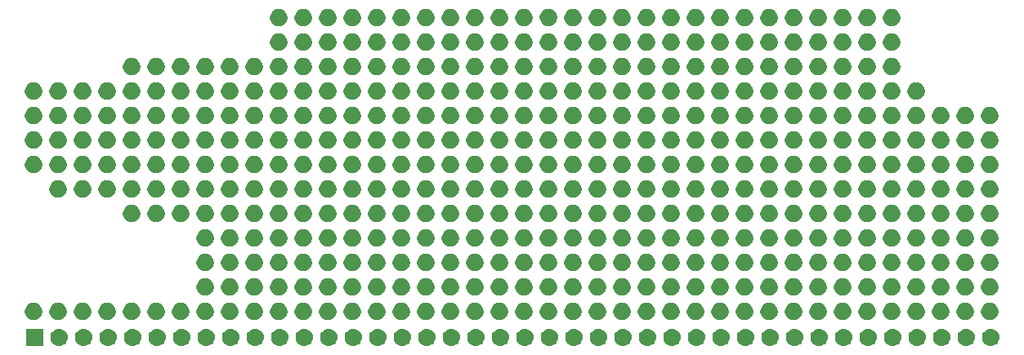
<source format=gbr>
G04 #@! TF.GenerationSoftware,KiCad,Pcbnew,(5.1.2)-2*
G04 #@! TF.CreationDate,2021-09-18T20:45:37+02:00*
G04 #@! TF.ProjectId,aZ80_Proto,615a3830-5f50-4726-9f74-6f2e6b696361,rev?*
G04 #@! TF.SameCoordinates,Original*
G04 #@! TF.FileFunction,Soldermask,Top*
G04 #@! TF.FilePolarity,Negative*
%FSLAX46Y46*%
G04 Gerber Fmt 4.6, Leading zero omitted, Abs format (unit mm)*
G04 Created by KiCad (PCBNEW (5.1.2)-2) date 2021-09-18 20:45:37*
%MOMM*%
%LPD*%
G04 APERTURE LIST*
%ADD10C,0.100000*%
G04 APERTURE END LIST*
D10*
G36*
X114510443Y-109105519D02*
G01*
X114576627Y-109112037D01*
X114746466Y-109163557D01*
X114902991Y-109247222D01*
X114938729Y-109276552D01*
X115040186Y-109359814D01*
X115123448Y-109461271D01*
X115152778Y-109497009D01*
X115236443Y-109653534D01*
X115287963Y-109823373D01*
X115305359Y-110000000D01*
X115287963Y-110176627D01*
X115236443Y-110346466D01*
X115152778Y-110502991D01*
X115123448Y-110538729D01*
X115040186Y-110640186D01*
X114938729Y-110723448D01*
X114902991Y-110752778D01*
X114746466Y-110836443D01*
X114576627Y-110887963D01*
X114510443Y-110894481D01*
X114444260Y-110901000D01*
X114355740Y-110901000D01*
X114289557Y-110894481D01*
X114223373Y-110887963D01*
X114053534Y-110836443D01*
X113897009Y-110752778D01*
X113861271Y-110723448D01*
X113759814Y-110640186D01*
X113676552Y-110538729D01*
X113647222Y-110502991D01*
X113563557Y-110346466D01*
X113512037Y-110176627D01*
X113494641Y-110000000D01*
X113512037Y-109823373D01*
X113563557Y-109653534D01*
X113647222Y-109497009D01*
X113676552Y-109461271D01*
X113759814Y-109359814D01*
X113861271Y-109276552D01*
X113897009Y-109247222D01*
X114053534Y-109163557D01*
X114223373Y-109112037D01*
X114289557Y-109105519D01*
X114355740Y-109099000D01*
X114444260Y-109099000D01*
X114510443Y-109105519D01*
X114510443Y-109105519D01*
G37*
G36*
X111970443Y-109105519D02*
G01*
X112036627Y-109112037D01*
X112206466Y-109163557D01*
X112362991Y-109247222D01*
X112398729Y-109276552D01*
X112500186Y-109359814D01*
X112583448Y-109461271D01*
X112612778Y-109497009D01*
X112696443Y-109653534D01*
X112747963Y-109823373D01*
X112765359Y-110000000D01*
X112747963Y-110176627D01*
X112696443Y-110346466D01*
X112612778Y-110502991D01*
X112583448Y-110538729D01*
X112500186Y-110640186D01*
X112398729Y-110723448D01*
X112362991Y-110752778D01*
X112206466Y-110836443D01*
X112036627Y-110887963D01*
X111970443Y-110894481D01*
X111904260Y-110901000D01*
X111815740Y-110901000D01*
X111749557Y-110894481D01*
X111683373Y-110887963D01*
X111513534Y-110836443D01*
X111357009Y-110752778D01*
X111321271Y-110723448D01*
X111219814Y-110640186D01*
X111136552Y-110538729D01*
X111107222Y-110502991D01*
X111023557Y-110346466D01*
X110972037Y-110176627D01*
X110954641Y-110000000D01*
X110972037Y-109823373D01*
X111023557Y-109653534D01*
X111107222Y-109497009D01*
X111136552Y-109461271D01*
X111219814Y-109359814D01*
X111321271Y-109276552D01*
X111357009Y-109247222D01*
X111513534Y-109163557D01*
X111683373Y-109112037D01*
X111749557Y-109105519D01*
X111815740Y-109099000D01*
X111904260Y-109099000D01*
X111970443Y-109105519D01*
X111970443Y-109105519D01*
G37*
G36*
X89901000Y-110901000D02*
G01*
X88099000Y-110901000D01*
X88099000Y-109099000D01*
X89901000Y-109099000D01*
X89901000Y-110901000D01*
X89901000Y-110901000D01*
G37*
G36*
X91650443Y-109105519D02*
G01*
X91716627Y-109112037D01*
X91886466Y-109163557D01*
X92042991Y-109247222D01*
X92078729Y-109276552D01*
X92180186Y-109359814D01*
X92263448Y-109461271D01*
X92292778Y-109497009D01*
X92376443Y-109653534D01*
X92427963Y-109823373D01*
X92445359Y-110000000D01*
X92427963Y-110176627D01*
X92376443Y-110346466D01*
X92292778Y-110502991D01*
X92263448Y-110538729D01*
X92180186Y-110640186D01*
X92078729Y-110723448D01*
X92042991Y-110752778D01*
X91886466Y-110836443D01*
X91716627Y-110887963D01*
X91650443Y-110894481D01*
X91584260Y-110901000D01*
X91495740Y-110901000D01*
X91429557Y-110894481D01*
X91363373Y-110887963D01*
X91193534Y-110836443D01*
X91037009Y-110752778D01*
X91001271Y-110723448D01*
X90899814Y-110640186D01*
X90816552Y-110538729D01*
X90787222Y-110502991D01*
X90703557Y-110346466D01*
X90652037Y-110176627D01*
X90634641Y-110000000D01*
X90652037Y-109823373D01*
X90703557Y-109653534D01*
X90787222Y-109497009D01*
X90816552Y-109461271D01*
X90899814Y-109359814D01*
X91001271Y-109276552D01*
X91037009Y-109247222D01*
X91193534Y-109163557D01*
X91363373Y-109112037D01*
X91429557Y-109105519D01*
X91495740Y-109099000D01*
X91584260Y-109099000D01*
X91650443Y-109105519D01*
X91650443Y-109105519D01*
G37*
G36*
X94190443Y-109105519D02*
G01*
X94256627Y-109112037D01*
X94426466Y-109163557D01*
X94582991Y-109247222D01*
X94618729Y-109276552D01*
X94720186Y-109359814D01*
X94803448Y-109461271D01*
X94832778Y-109497009D01*
X94916443Y-109653534D01*
X94967963Y-109823373D01*
X94985359Y-110000000D01*
X94967963Y-110176627D01*
X94916443Y-110346466D01*
X94832778Y-110502991D01*
X94803448Y-110538729D01*
X94720186Y-110640186D01*
X94618729Y-110723448D01*
X94582991Y-110752778D01*
X94426466Y-110836443D01*
X94256627Y-110887963D01*
X94190443Y-110894481D01*
X94124260Y-110901000D01*
X94035740Y-110901000D01*
X93969557Y-110894481D01*
X93903373Y-110887963D01*
X93733534Y-110836443D01*
X93577009Y-110752778D01*
X93541271Y-110723448D01*
X93439814Y-110640186D01*
X93356552Y-110538729D01*
X93327222Y-110502991D01*
X93243557Y-110346466D01*
X93192037Y-110176627D01*
X93174641Y-110000000D01*
X93192037Y-109823373D01*
X93243557Y-109653534D01*
X93327222Y-109497009D01*
X93356552Y-109461271D01*
X93439814Y-109359814D01*
X93541271Y-109276552D01*
X93577009Y-109247222D01*
X93733534Y-109163557D01*
X93903373Y-109112037D01*
X93969557Y-109105519D01*
X94035740Y-109099000D01*
X94124260Y-109099000D01*
X94190443Y-109105519D01*
X94190443Y-109105519D01*
G37*
G36*
X96730443Y-109105519D02*
G01*
X96796627Y-109112037D01*
X96966466Y-109163557D01*
X97122991Y-109247222D01*
X97158729Y-109276552D01*
X97260186Y-109359814D01*
X97343448Y-109461271D01*
X97372778Y-109497009D01*
X97456443Y-109653534D01*
X97507963Y-109823373D01*
X97525359Y-110000000D01*
X97507963Y-110176627D01*
X97456443Y-110346466D01*
X97372778Y-110502991D01*
X97343448Y-110538729D01*
X97260186Y-110640186D01*
X97158729Y-110723448D01*
X97122991Y-110752778D01*
X96966466Y-110836443D01*
X96796627Y-110887963D01*
X96730443Y-110894481D01*
X96664260Y-110901000D01*
X96575740Y-110901000D01*
X96509557Y-110894481D01*
X96443373Y-110887963D01*
X96273534Y-110836443D01*
X96117009Y-110752778D01*
X96081271Y-110723448D01*
X95979814Y-110640186D01*
X95896552Y-110538729D01*
X95867222Y-110502991D01*
X95783557Y-110346466D01*
X95732037Y-110176627D01*
X95714641Y-110000000D01*
X95732037Y-109823373D01*
X95783557Y-109653534D01*
X95867222Y-109497009D01*
X95896552Y-109461271D01*
X95979814Y-109359814D01*
X96081271Y-109276552D01*
X96117009Y-109247222D01*
X96273534Y-109163557D01*
X96443373Y-109112037D01*
X96509557Y-109105519D01*
X96575740Y-109099000D01*
X96664260Y-109099000D01*
X96730443Y-109105519D01*
X96730443Y-109105519D01*
G37*
G36*
X99270443Y-109105519D02*
G01*
X99336627Y-109112037D01*
X99506466Y-109163557D01*
X99662991Y-109247222D01*
X99698729Y-109276552D01*
X99800186Y-109359814D01*
X99883448Y-109461271D01*
X99912778Y-109497009D01*
X99996443Y-109653534D01*
X100047963Y-109823373D01*
X100065359Y-110000000D01*
X100047963Y-110176627D01*
X99996443Y-110346466D01*
X99912778Y-110502991D01*
X99883448Y-110538729D01*
X99800186Y-110640186D01*
X99698729Y-110723448D01*
X99662991Y-110752778D01*
X99506466Y-110836443D01*
X99336627Y-110887963D01*
X99270443Y-110894481D01*
X99204260Y-110901000D01*
X99115740Y-110901000D01*
X99049557Y-110894481D01*
X98983373Y-110887963D01*
X98813534Y-110836443D01*
X98657009Y-110752778D01*
X98621271Y-110723448D01*
X98519814Y-110640186D01*
X98436552Y-110538729D01*
X98407222Y-110502991D01*
X98323557Y-110346466D01*
X98272037Y-110176627D01*
X98254641Y-110000000D01*
X98272037Y-109823373D01*
X98323557Y-109653534D01*
X98407222Y-109497009D01*
X98436552Y-109461271D01*
X98519814Y-109359814D01*
X98621271Y-109276552D01*
X98657009Y-109247222D01*
X98813534Y-109163557D01*
X98983373Y-109112037D01*
X99049557Y-109105519D01*
X99115740Y-109099000D01*
X99204260Y-109099000D01*
X99270443Y-109105519D01*
X99270443Y-109105519D01*
G37*
G36*
X101810443Y-109105519D02*
G01*
X101876627Y-109112037D01*
X102046466Y-109163557D01*
X102202991Y-109247222D01*
X102238729Y-109276552D01*
X102340186Y-109359814D01*
X102423448Y-109461271D01*
X102452778Y-109497009D01*
X102536443Y-109653534D01*
X102587963Y-109823373D01*
X102605359Y-110000000D01*
X102587963Y-110176627D01*
X102536443Y-110346466D01*
X102452778Y-110502991D01*
X102423448Y-110538729D01*
X102340186Y-110640186D01*
X102238729Y-110723448D01*
X102202991Y-110752778D01*
X102046466Y-110836443D01*
X101876627Y-110887963D01*
X101810443Y-110894481D01*
X101744260Y-110901000D01*
X101655740Y-110901000D01*
X101589557Y-110894481D01*
X101523373Y-110887963D01*
X101353534Y-110836443D01*
X101197009Y-110752778D01*
X101161271Y-110723448D01*
X101059814Y-110640186D01*
X100976552Y-110538729D01*
X100947222Y-110502991D01*
X100863557Y-110346466D01*
X100812037Y-110176627D01*
X100794641Y-110000000D01*
X100812037Y-109823373D01*
X100863557Y-109653534D01*
X100947222Y-109497009D01*
X100976552Y-109461271D01*
X101059814Y-109359814D01*
X101161271Y-109276552D01*
X101197009Y-109247222D01*
X101353534Y-109163557D01*
X101523373Y-109112037D01*
X101589557Y-109105519D01*
X101655740Y-109099000D01*
X101744260Y-109099000D01*
X101810443Y-109105519D01*
X101810443Y-109105519D01*
G37*
G36*
X104350443Y-109105519D02*
G01*
X104416627Y-109112037D01*
X104586466Y-109163557D01*
X104742991Y-109247222D01*
X104778729Y-109276552D01*
X104880186Y-109359814D01*
X104963448Y-109461271D01*
X104992778Y-109497009D01*
X105076443Y-109653534D01*
X105127963Y-109823373D01*
X105145359Y-110000000D01*
X105127963Y-110176627D01*
X105076443Y-110346466D01*
X104992778Y-110502991D01*
X104963448Y-110538729D01*
X104880186Y-110640186D01*
X104778729Y-110723448D01*
X104742991Y-110752778D01*
X104586466Y-110836443D01*
X104416627Y-110887963D01*
X104350443Y-110894481D01*
X104284260Y-110901000D01*
X104195740Y-110901000D01*
X104129557Y-110894481D01*
X104063373Y-110887963D01*
X103893534Y-110836443D01*
X103737009Y-110752778D01*
X103701271Y-110723448D01*
X103599814Y-110640186D01*
X103516552Y-110538729D01*
X103487222Y-110502991D01*
X103403557Y-110346466D01*
X103352037Y-110176627D01*
X103334641Y-110000000D01*
X103352037Y-109823373D01*
X103403557Y-109653534D01*
X103487222Y-109497009D01*
X103516552Y-109461271D01*
X103599814Y-109359814D01*
X103701271Y-109276552D01*
X103737009Y-109247222D01*
X103893534Y-109163557D01*
X104063373Y-109112037D01*
X104129557Y-109105519D01*
X104195740Y-109099000D01*
X104284260Y-109099000D01*
X104350443Y-109105519D01*
X104350443Y-109105519D01*
G37*
G36*
X106890443Y-109105519D02*
G01*
X106956627Y-109112037D01*
X107126466Y-109163557D01*
X107282991Y-109247222D01*
X107318729Y-109276552D01*
X107420186Y-109359814D01*
X107503448Y-109461271D01*
X107532778Y-109497009D01*
X107616443Y-109653534D01*
X107667963Y-109823373D01*
X107685359Y-110000000D01*
X107667963Y-110176627D01*
X107616443Y-110346466D01*
X107532778Y-110502991D01*
X107503448Y-110538729D01*
X107420186Y-110640186D01*
X107318729Y-110723448D01*
X107282991Y-110752778D01*
X107126466Y-110836443D01*
X106956627Y-110887963D01*
X106890443Y-110894481D01*
X106824260Y-110901000D01*
X106735740Y-110901000D01*
X106669557Y-110894481D01*
X106603373Y-110887963D01*
X106433534Y-110836443D01*
X106277009Y-110752778D01*
X106241271Y-110723448D01*
X106139814Y-110640186D01*
X106056552Y-110538729D01*
X106027222Y-110502991D01*
X105943557Y-110346466D01*
X105892037Y-110176627D01*
X105874641Y-110000000D01*
X105892037Y-109823373D01*
X105943557Y-109653534D01*
X106027222Y-109497009D01*
X106056552Y-109461271D01*
X106139814Y-109359814D01*
X106241271Y-109276552D01*
X106277009Y-109247222D01*
X106433534Y-109163557D01*
X106603373Y-109112037D01*
X106669557Y-109105519D01*
X106735740Y-109099000D01*
X106824260Y-109099000D01*
X106890443Y-109105519D01*
X106890443Y-109105519D01*
G37*
G36*
X109430443Y-109105519D02*
G01*
X109496627Y-109112037D01*
X109666466Y-109163557D01*
X109822991Y-109247222D01*
X109858729Y-109276552D01*
X109960186Y-109359814D01*
X110043448Y-109461271D01*
X110072778Y-109497009D01*
X110156443Y-109653534D01*
X110207963Y-109823373D01*
X110225359Y-110000000D01*
X110207963Y-110176627D01*
X110156443Y-110346466D01*
X110072778Y-110502991D01*
X110043448Y-110538729D01*
X109960186Y-110640186D01*
X109858729Y-110723448D01*
X109822991Y-110752778D01*
X109666466Y-110836443D01*
X109496627Y-110887963D01*
X109430443Y-110894481D01*
X109364260Y-110901000D01*
X109275740Y-110901000D01*
X109209557Y-110894481D01*
X109143373Y-110887963D01*
X108973534Y-110836443D01*
X108817009Y-110752778D01*
X108781271Y-110723448D01*
X108679814Y-110640186D01*
X108596552Y-110538729D01*
X108567222Y-110502991D01*
X108483557Y-110346466D01*
X108432037Y-110176627D01*
X108414641Y-110000000D01*
X108432037Y-109823373D01*
X108483557Y-109653534D01*
X108567222Y-109497009D01*
X108596552Y-109461271D01*
X108679814Y-109359814D01*
X108781271Y-109276552D01*
X108817009Y-109247222D01*
X108973534Y-109163557D01*
X109143373Y-109112037D01*
X109209557Y-109105519D01*
X109275740Y-109099000D01*
X109364260Y-109099000D01*
X109430443Y-109105519D01*
X109430443Y-109105519D01*
G37*
G36*
X139910443Y-109105519D02*
G01*
X139976627Y-109112037D01*
X140146466Y-109163557D01*
X140302991Y-109247222D01*
X140338729Y-109276552D01*
X140440186Y-109359814D01*
X140523448Y-109461271D01*
X140552778Y-109497009D01*
X140636443Y-109653534D01*
X140687963Y-109823373D01*
X140705359Y-110000000D01*
X140687963Y-110176627D01*
X140636443Y-110346466D01*
X140552778Y-110502991D01*
X140523448Y-110538729D01*
X140440186Y-110640186D01*
X140338729Y-110723448D01*
X140302991Y-110752778D01*
X140146466Y-110836443D01*
X139976627Y-110887963D01*
X139910443Y-110894481D01*
X139844260Y-110901000D01*
X139755740Y-110901000D01*
X139689557Y-110894481D01*
X139623373Y-110887963D01*
X139453534Y-110836443D01*
X139297009Y-110752778D01*
X139261271Y-110723448D01*
X139159814Y-110640186D01*
X139076552Y-110538729D01*
X139047222Y-110502991D01*
X138963557Y-110346466D01*
X138912037Y-110176627D01*
X138894641Y-110000000D01*
X138912037Y-109823373D01*
X138963557Y-109653534D01*
X139047222Y-109497009D01*
X139076552Y-109461271D01*
X139159814Y-109359814D01*
X139261271Y-109276552D01*
X139297009Y-109247222D01*
X139453534Y-109163557D01*
X139623373Y-109112037D01*
X139689557Y-109105519D01*
X139755740Y-109099000D01*
X139844260Y-109099000D01*
X139910443Y-109105519D01*
X139910443Y-109105519D01*
G37*
G36*
X117050443Y-109105519D02*
G01*
X117116627Y-109112037D01*
X117286466Y-109163557D01*
X117442991Y-109247222D01*
X117478729Y-109276552D01*
X117580186Y-109359814D01*
X117663448Y-109461271D01*
X117692778Y-109497009D01*
X117776443Y-109653534D01*
X117827963Y-109823373D01*
X117845359Y-110000000D01*
X117827963Y-110176627D01*
X117776443Y-110346466D01*
X117692778Y-110502991D01*
X117663448Y-110538729D01*
X117580186Y-110640186D01*
X117478729Y-110723448D01*
X117442991Y-110752778D01*
X117286466Y-110836443D01*
X117116627Y-110887963D01*
X117050443Y-110894481D01*
X116984260Y-110901000D01*
X116895740Y-110901000D01*
X116829557Y-110894481D01*
X116763373Y-110887963D01*
X116593534Y-110836443D01*
X116437009Y-110752778D01*
X116401271Y-110723448D01*
X116299814Y-110640186D01*
X116216552Y-110538729D01*
X116187222Y-110502991D01*
X116103557Y-110346466D01*
X116052037Y-110176627D01*
X116034641Y-110000000D01*
X116052037Y-109823373D01*
X116103557Y-109653534D01*
X116187222Y-109497009D01*
X116216552Y-109461271D01*
X116299814Y-109359814D01*
X116401271Y-109276552D01*
X116437009Y-109247222D01*
X116593534Y-109163557D01*
X116763373Y-109112037D01*
X116829557Y-109105519D01*
X116895740Y-109099000D01*
X116984260Y-109099000D01*
X117050443Y-109105519D01*
X117050443Y-109105519D01*
G37*
G36*
X119590443Y-109105519D02*
G01*
X119656627Y-109112037D01*
X119826466Y-109163557D01*
X119982991Y-109247222D01*
X120018729Y-109276552D01*
X120120186Y-109359814D01*
X120203448Y-109461271D01*
X120232778Y-109497009D01*
X120316443Y-109653534D01*
X120367963Y-109823373D01*
X120385359Y-110000000D01*
X120367963Y-110176627D01*
X120316443Y-110346466D01*
X120232778Y-110502991D01*
X120203448Y-110538729D01*
X120120186Y-110640186D01*
X120018729Y-110723448D01*
X119982991Y-110752778D01*
X119826466Y-110836443D01*
X119656627Y-110887963D01*
X119590443Y-110894481D01*
X119524260Y-110901000D01*
X119435740Y-110901000D01*
X119369557Y-110894481D01*
X119303373Y-110887963D01*
X119133534Y-110836443D01*
X118977009Y-110752778D01*
X118941271Y-110723448D01*
X118839814Y-110640186D01*
X118756552Y-110538729D01*
X118727222Y-110502991D01*
X118643557Y-110346466D01*
X118592037Y-110176627D01*
X118574641Y-110000000D01*
X118592037Y-109823373D01*
X118643557Y-109653534D01*
X118727222Y-109497009D01*
X118756552Y-109461271D01*
X118839814Y-109359814D01*
X118941271Y-109276552D01*
X118977009Y-109247222D01*
X119133534Y-109163557D01*
X119303373Y-109112037D01*
X119369557Y-109105519D01*
X119435740Y-109099000D01*
X119524260Y-109099000D01*
X119590443Y-109105519D01*
X119590443Y-109105519D01*
G37*
G36*
X122130443Y-109105519D02*
G01*
X122196627Y-109112037D01*
X122366466Y-109163557D01*
X122522991Y-109247222D01*
X122558729Y-109276552D01*
X122660186Y-109359814D01*
X122743448Y-109461271D01*
X122772778Y-109497009D01*
X122856443Y-109653534D01*
X122907963Y-109823373D01*
X122925359Y-110000000D01*
X122907963Y-110176627D01*
X122856443Y-110346466D01*
X122772778Y-110502991D01*
X122743448Y-110538729D01*
X122660186Y-110640186D01*
X122558729Y-110723448D01*
X122522991Y-110752778D01*
X122366466Y-110836443D01*
X122196627Y-110887963D01*
X122130443Y-110894481D01*
X122064260Y-110901000D01*
X121975740Y-110901000D01*
X121909557Y-110894481D01*
X121843373Y-110887963D01*
X121673534Y-110836443D01*
X121517009Y-110752778D01*
X121481271Y-110723448D01*
X121379814Y-110640186D01*
X121296552Y-110538729D01*
X121267222Y-110502991D01*
X121183557Y-110346466D01*
X121132037Y-110176627D01*
X121114641Y-110000000D01*
X121132037Y-109823373D01*
X121183557Y-109653534D01*
X121267222Y-109497009D01*
X121296552Y-109461271D01*
X121379814Y-109359814D01*
X121481271Y-109276552D01*
X121517009Y-109247222D01*
X121673534Y-109163557D01*
X121843373Y-109112037D01*
X121909557Y-109105519D01*
X121975740Y-109099000D01*
X122064260Y-109099000D01*
X122130443Y-109105519D01*
X122130443Y-109105519D01*
G37*
G36*
X124670443Y-109105519D02*
G01*
X124736627Y-109112037D01*
X124906466Y-109163557D01*
X125062991Y-109247222D01*
X125098729Y-109276552D01*
X125200186Y-109359814D01*
X125283448Y-109461271D01*
X125312778Y-109497009D01*
X125396443Y-109653534D01*
X125447963Y-109823373D01*
X125465359Y-110000000D01*
X125447963Y-110176627D01*
X125396443Y-110346466D01*
X125312778Y-110502991D01*
X125283448Y-110538729D01*
X125200186Y-110640186D01*
X125098729Y-110723448D01*
X125062991Y-110752778D01*
X124906466Y-110836443D01*
X124736627Y-110887963D01*
X124670443Y-110894481D01*
X124604260Y-110901000D01*
X124515740Y-110901000D01*
X124449557Y-110894481D01*
X124383373Y-110887963D01*
X124213534Y-110836443D01*
X124057009Y-110752778D01*
X124021271Y-110723448D01*
X123919814Y-110640186D01*
X123836552Y-110538729D01*
X123807222Y-110502991D01*
X123723557Y-110346466D01*
X123672037Y-110176627D01*
X123654641Y-110000000D01*
X123672037Y-109823373D01*
X123723557Y-109653534D01*
X123807222Y-109497009D01*
X123836552Y-109461271D01*
X123919814Y-109359814D01*
X124021271Y-109276552D01*
X124057009Y-109247222D01*
X124213534Y-109163557D01*
X124383373Y-109112037D01*
X124449557Y-109105519D01*
X124515740Y-109099000D01*
X124604260Y-109099000D01*
X124670443Y-109105519D01*
X124670443Y-109105519D01*
G37*
G36*
X127210443Y-109105519D02*
G01*
X127276627Y-109112037D01*
X127446466Y-109163557D01*
X127602991Y-109247222D01*
X127638729Y-109276552D01*
X127740186Y-109359814D01*
X127823448Y-109461271D01*
X127852778Y-109497009D01*
X127936443Y-109653534D01*
X127987963Y-109823373D01*
X128005359Y-110000000D01*
X127987963Y-110176627D01*
X127936443Y-110346466D01*
X127852778Y-110502991D01*
X127823448Y-110538729D01*
X127740186Y-110640186D01*
X127638729Y-110723448D01*
X127602991Y-110752778D01*
X127446466Y-110836443D01*
X127276627Y-110887963D01*
X127210443Y-110894481D01*
X127144260Y-110901000D01*
X127055740Y-110901000D01*
X126989557Y-110894481D01*
X126923373Y-110887963D01*
X126753534Y-110836443D01*
X126597009Y-110752778D01*
X126561271Y-110723448D01*
X126459814Y-110640186D01*
X126376552Y-110538729D01*
X126347222Y-110502991D01*
X126263557Y-110346466D01*
X126212037Y-110176627D01*
X126194641Y-110000000D01*
X126212037Y-109823373D01*
X126263557Y-109653534D01*
X126347222Y-109497009D01*
X126376552Y-109461271D01*
X126459814Y-109359814D01*
X126561271Y-109276552D01*
X126597009Y-109247222D01*
X126753534Y-109163557D01*
X126923373Y-109112037D01*
X126989557Y-109105519D01*
X127055740Y-109099000D01*
X127144260Y-109099000D01*
X127210443Y-109105519D01*
X127210443Y-109105519D01*
G37*
G36*
X129750443Y-109105519D02*
G01*
X129816627Y-109112037D01*
X129986466Y-109163557D01*
X130142991Y-109247222D01*
X130178729Y-109276552D01*
X130280186Y-109359814D01*
X130363448Y-109461271D01*
X130392778Y-109497009D01*
X130476443Y-109653534D01*
X130527963Y-109823373D01*
X130545359Y-110000000D01*
X130527963Y-110176627D01*
X130476443Y-110346466D01*
X130392778Y-110502991D01*
X130363448Y-110538729D01*
X130280186Y-110640186D01*
X130178729Y-110723448D01*
X130142991Y-110752778D01*
X129986466Y-110836443D01*
X129816627Y-110887963D01*
X129750443Y-110894481D01*
X129684260Y-110901000D01*
X129595740Y-110901000D01*
X129529557Y-110894481D01*
X129463373Y-110887963D01*
X129293534Y-110836443D01*
X129137009Y-110752778D01*
X129101271Y-110723448D01*
X128999814Y-110640186D01*
X128916552Y-110538729D01*
X128887222Y-110502991D01*
X128803557Y-110346466D01*
X128752037Y-110176627D01*
X128734641Y-110000000D01*
X128752037Y-109823373D01*
X128803557Y-109653534D01*
X128887222Y-109497009D01*
X128916552Y-109461271D01*
X128999814Y-109359814D01*
X129101271Y-109276552D01*
X129137009Y-109247222D01*
X129293534Y-109163557D01*
X129463373Y-109112037D01*
X129529557Y-109105519D01*
X129595740Y-109099000D01*
X129684260Y-109099000D01*
X129750443Y-109105519D01*
X129750443Y-109105519D01*
G37*
G36*
X132290443Y-109105519D02*
G01*
X132356627Y-109112037D01*
X132526466Y-109163557D01*
X132682991Y-109247222D01*
X132718729Y-109276552D01*
X132820186Y-109359814D01*
X132903448Y-109461271D01*
X132932778Y-109497009D01*
X133016443Y-109653534D01*
X133067963Y-109823373D01*
X133085359Y-110000000D01*
X133067963Y-110176627D01*
X133016443Y-110346466D01*
X132932778Y-110502991D01*
X132903448Y-110538729D01*
X132820186Y-110640186D01*
X132718729Y-110723448D01*
X132682991Y-110752778D01*
X132526466Y-110836443D01*
X132356627Y-110887963D01*
X132290443Y-110894481D01*
X132224260Y-110901000D01*
X132135740Y-110901000D01*
X132069557Y-110894481D01*
X132003373Y-110887963D01*
X131833534Y-110836443D01*
X131677009Y-110752778D01*
X131641271Y-110723448D01*
X131539814Y-110640186D01*
X131456552Y-110538729D01*
X131427222Y-110502991D01*
X131343557Y-110346466D01*
X131292037Y-110176627D01*
X131274641Y-110000000D01*
X131292037Y-109823373D01*
X131343557Y-109653534D01*
X131427222Y-109497009D01*
X131456552Y-109461271D01*
X131539814Y-109359814D01*
X131641271Y-109276552D01*
X131677009Y-109247222D01*
X131833534Y-109163557D01*
X132003373Y-109112037D01*
X132069557Y-109105519D01*
X132135740Y-109099000D01*
X132224260Y-109099000D01*
X132290443Y-109105519D01*
X132290443Y-109105519D01*
G37*
G36*
X134830443Y-109105519D02*
G01*
X134896627Y-109112037D01*
X135066466Y-109163557D01*
X135222991Y-109247222D01*
X135258729Y-109276552D01*
X135360186Y-109359814D01*
X135443448Y-109461271D01*
X135472778Y-109497009D01*
X135556443Y-109653534D01*
X135607963Y-109823373D01*
X135625359Y-110000000D01*
X135607963Y-110176627D01*
X135556443Y-110346466D01*
X135472778Y-110502991D01*
X135443448Y-110538729D01*
X135360186Y-110640186D01*
X135258729Y-110723448D01*
X135222991Y-110752778D01*
X135066466Y-110836443D01*
X134896627Y-110887963D01*
X134830443Y-110894481D01*
X134764260Y-110901000D01*
X134675740Y-110901000D01*
X134609557Y-110894481D01*
X134543373Y-110887963D01*
X134373534Y-110836443D01*
X134217009Y-110752778D01*
X134181271Y-110723448D01*
X134079814Y-110640186D01*
X133996552Y-110538729D01*
X133967222Y-110502991D01*
X133883557Y-110346466D01*
X133832037Y-110176627D01*
X133814641Y-110000000D01*
X133832037Y-109823373D01*
X133883557Y-109653534D01*
X133967222Y-109497009D01*
X133996552Y-109461271D01*
X134079814Y-109359814D01*
X134181271Y-109276552D01*
X134217009Y-109247222D01*
X134373534Y-109163557D01*
X134543373Y-109112037D01*
X134609557Y-109105519D01*
X134675740Y-109099000D01*
X134764260Y-109099000D01*
X134830443Y-109105519D01*
X134830443Y-109105519D01*
G37*
G36*
X165310443Y-109105519D02*
G01*
X165376627Y-109112037D01*
X165546466Y-109163557D01*
X165702991Y-109247222D01*
X165738729Y-109276552D01*
X165840186Y-109359814D01*
X165923448Y-109461271D01*
X165952778Y-109497009D01*
X166036443Y-109653534D01*
X166087963Y-109823373D01*
X166105359Y-110000000D01*
X166087963Y-110176627D01*
X166036443Y-110346466D01*
X165952778Y-110502991D01*
X165923448Y-110538729D01*
X165840186Y-110640186D01*
X165738729Y-110723448D01*
X165702991Y-110752778D01*
X165546466Y-110836443D01*
X165376627Y-110887963D01*
X165310443Y-110894481D01*
X165244260Y-110901000D01*
X165155740Y-110901000D01*
X165089557Y-110894481D01*
X165023373Y-110887963D01*
X164853534Y-110836443D01*
X164697009Y-110752778D01*
X164661271Y-110723448D01*
X164559814Y-110640186D01*
X164476552Y-110538729D01*
X164447222Y-110502991D01*
X164363557Y-110346466D01*
X164312037Y-110176627D01*
X164294641Y-110000000D01*
X164312037Y-109823373D01*
X164363557Y-109653534D01*
X164447222Y-109497009D01*
X164476552Y-109461271D01*
X164559814Y-109359814D01*
X164661271Y-109276552D01*
X164697009Y-109247222D01*
X164853534Y-109163557D01*
X165023373Y-109112037D01*
X165089557Y-109105519D01*
X165155740Y-109099000D01*
X165244260Y-109099000D01*
X165310443Y-109105519D01*
X165310443Y-109105519D01*
G37*
G36*
X185630443Y-109105519D02*
G01*
X185696627Y-109112037D01*
X185866466Y-109163557D01*
X186022991Y-109247222D01*
X186058729Y-109276552D01*
X186160186Y-109359814D01*
X186243448Y-109461271D01*
X186272778Y-109497009D01*
X186356443Y-109653534D01*
X186407963Y-109823373D01*
X186425359Y-110000000D01*
X186407963Y-110176627D01*
X186356443Y-110346466D01*
X186272778Y-110502991D01*
X186243448Y-110538729D01*
X186160186Y-110640186D01*
X186058729Y-110723448D01*
X186022991Y-110752778D01*
X185866466Y-110836443D01*
X185696627Y-110887963D01*
X185630443Y-110894481D01*
X185564260Y-110901000D01*
X185475740Y-110901000D01*
X185409557Y-110894481D01*
X185343373Y-110887963D01*
X185173534Y-110836443D01*
X185017009Y-110752778D01*
X184981271Y-110723448D01*
X184879814Y-110640186D01*
X184796552Y-110538729D01*
X184767222Y-110502991D01*
X184683557Y-110346466D01*
X184632037Y-110176627D01*
X184614641Y-110000000D01*
X184632037Y-109823373D01*
X184683557Y-109653534D01*
X184767222Y-109497009D01*
X184796552Y-109461271D01*
X184879814Y-109359814D01*
X184981271Y-109276552D01*
X185017009Y-109247222D01*
X185173534Y-109163557D01*
X185343373Y-109112037D01*
X185409557Y-109105519D01*
X185475740Y-109099000D01*
X185564260Y-109099000D01*
X185630443Y-109105519D01*
X185630443Y-109105519D01*
G37*
G36*
X188170443Y-109105519D02*
G01*
X188236627Y-109112037D01*
X188406466Y-109163557D01*
X188562991Y-109247222D01*
X188598729Y-109276552D01*
X188700186Y-109359814D01*
X188783448Y-109461271D01*
X188812778Y-109497009D01*
X188896443Y-109653534D01*
X188947963Y-109823373D01*
X188965359Y-110000000D01*
X188947963Y-110176627D01*
X188896443Y-110346466D01*
X188812778Y-110502991D01*
X188783448Y-110538729D01*
X188700186Y-110640186D01*
X188598729Y-110723448D01*
X188562991Y-110752778D01*
X188406466Y-110836443D01*
X188236627Y-110887963D01*
X188170443Y-110894481D01*
X188104260Y-110901000D01*
X188015740Y-110901000D01*
X187949557Y-110894481D01*
X187883373Y-110887963D01*
X187713534Y-110836443D01*
X187557009Y-110752778D01*
X187521271Y-110723448D01*
X187419814Y-110640186D01*
X187336552Y-110538729D01*
X187307222Y-110502991D01*
X187223557Y-110346466D01*
X187172037Y-110176627D01*
X187154641Y-110000000D01*
X187172037Y-109823373D01*
X187223557Y-109653534D01*
X187307222Y-109497009D01*
X187336552Y-109461271D01*
X187419814Y-109359814D01*
X187521271Y-109276552D01*
X187557009Y-109247222D01*
X187713534Y-109163557D01*
X187883373Y-109112037D01*
X187949557Y-109105519D01*
X188015740Y-109099000D01*
X188104260Y-109099000D01*
X188170443Y-109105519D01*
X188170443Y-109105519D01*
G37*
G36*
X142450443Y-109105519D02*
G01*
X142516627Y-109112037D01*
X142686466Y-109163557D01*
X142842991Y-109247222D01*
X142878729Y-109276552D01*
X142980186Y-109359814D01*
X143063448Y-109461271D01*
X143092778Y-109497009D01*
X143176443Y-109653534D01*
X143227963Y-109823373D01*
X143245359Y-110000000D01*
X143227963Y-110176627D01*
X143176443Y-110346466D01*
X143092778Y-110502991D01*
X143063448Y-110538729D01*
X142980186Y-110640186D01*
X142878729Y-110723448D01*
X142842991Y-110752778D01*
X142686466Y-110836443D01*
X142516627Y-110887963D01*
X142450443Y-110894481D01*
X142384260Y-110901000D01*
X142295740Y-110901000D01*
X142229557Y-110894481D01*
X142163373Y-110887963D01*
X141993534Y-110836443D01*
X141837009Y-110752778D01*
X141801271Y-110723448D01*
X141699814Y-110640186D01*
X141616552Y-110538729D01*
X141587222Y-110502991D01*
X141503557Y-110346466D01*
X141452037Y-110176627D01*
X141434641Y-110000000D01*
X141452037Y-109823373D01*
X141503557Y-109653534D01*
X141587222Y-109497009D01*
X141616552Y-109461271D01*
X141699814Y-109359814D01*
X141801271Y-109276552D01*
X141837009Y-109247222D01*
X141993534Y-109163557D01*
X142163373Y-109112037D01*
X142229557Y-109105519D01*
X142295740Y-109099000D01*
X142384260Y-109099000D01*
X142450443Y-109105519D01*
X142450443Y-109105519D01*
G37*
G36*
X144990443Y-109105519D02*
G01*
X145056627Y-109112037D01*
X145226466Y-109163557D01*
X145382991Y-109247222D01*
X145418729Y-109276552D01*
X145520186Y-109359814D01*
X145603448Y-109461271D01*
X145632778Y-109497009D01*
X145716443Y-109653534D01*
X145767963Y-109823373D01*
X145785359Y-110000000D01*
X145767963Y-110176627D01*
X145716443Y-110346466D01*
X145632778Y-110502991D01*
X145603448Y-110538729D01*
X145520186Y-110640186D01*
X145418729Y-110723448D01*
X145382991Y-110752778D01*
X145226466Y-110836443D01*
X145056627Y-110887963D01*
X144990443Y-110894481D01*
X144924260Y-110901000D01*
X144835740Y-110901000D01*
X144769557Y-110894481D01*
X144703373Y-110887963D01*
X144533534Y-110836443D01*
X144377009Y-110752778D01*
X144341271Y-110723448D01*
X144239814Y-110640186D01*
X144156552Y-110538729D01*
X144127222Y-110502991D01*
X144043557Y-110346466D01*
X143992037Y-110176627D01*
X143974641Y-110000000D01*
X143992037Y-109823373D01*
X144043557Y-109653534D01*
X144127222Y-109497009D01*
X144156552Y-109461271D01*
X144239814Y-109359814D01*
X144341271Y-109276552D01*
X144377009Y-109247222D01*
X144533534Y-109163557D01*
X144703373Y-109112037D01*
X144769557Y-109105519D01*
X144835740Y-109099000D01*
X144924260Y-109099000D01*
X144990443Y-109105519D01*
X144990443Y-109105519D01*
G37*
G36*
X147530443Y-109105519D02*
G01*
X147596627Y-109112037D01*
X147766466Y-109163557D01*
X147922991Y-109247222D01*
X147958729Y-109276552D01*
X148060186Y-109359814D01*
X148143448Y-109461271D01*
X148172778Y-109497009D01*
X148256443Y-109653534D01*
X148307963Y-109823373D01*
X148325359Y-110000000D01*
X148307963Y-110176627D01*
X148256443Y-110346466D01*
X148172778Y-110502991D01*
X148143448Y-110538729D01*
X148060186Y-110640186D01*
X147958729Y-110723448D01*
X147922991Y-110752778D01*
X147766466Y-110836443D01*
X147596627Y-110887963D01*
X147530443Y-110894481D01*
X147464260Y-110901000D01*
X147375740Y-110901000D01*
X147309557Y-110894481D01*
X147243373Y-110887963D01*
X147073534Y-110836443D01*
X146917009Y-110752778D01*
X146881271Y-110723448D01*
X146779814Y-110640186D01*
X146696552Y-110538729D01*
X146667222Y-110502991D01*
X146583557Y-110346466D01*
X146532037Y-110176627D01*
X146514641Y-110000000D01*
X146532037Y-109823373D01*
X146583557Y-109653534D01*
X146667222Y-109497009D01*
X146696552Y-109461271D01*
X146779814Y-109359814D01*
X146881271Y-109276552D01*
X146917009Y-109247222D01*
X147073534Y-109163557D01*
X147243373Y-109112037D01*
X147309557Y-109105519D01*
X147375740Y-109099000D01*
X147464260Y-109099000D01*
X147530443Y-109105519D01*
X147530443Y-109105519D01*
G37*
G36*
X150070443Y-109105519D02*
G01*
X150136627Y-109112037D01*
X150306466Y-109163557D01*
X150462991Y-109247222D01*
X150498729Y-109276552D01*
X150600186Y-109359814D01*
X150683448Y-109461271D01*
X150712778Y-109497009D01*
X150796443Y-109653534D01*
X150847963Y-109823373D01*
X150865359Y-110000000D01*
X150847963Y-110176627D01*
X150796443Y-110346466D01*
X150712778Y-110502991D01*
X150683448Y-110538729D01*
X150600186Y-110640186D01*
X150498729Y-110723448D01*
X150462991Y-110752778D01*
X150306466Y-110836443D01*
X150136627Y-110887963D01*
X150070443Y-110894481D01*
X150004260Y-110901000D01*
X149915740Y-110901000D01*
X149849557Y-110894481D01*
X149783373Y-110887963D01*
X149613534Y-110836443D01*
X149457009Y-110752778D01*
X149421271Y-110723448D01*
X149319814Y-110640186D01*
X149236552Y-110538729D01*
X149207222Y-110502991D01*
X149123557Y-110346466D01*
X149072037Y-110176627D01*
X149054641Y-110000000D01*
X149072037Y-109823373D01*
X149123557Y-109653534D01*
X149207222Y-109497009D01*
X149236552Y-109461271D01*
X149319814Y-109359814D01*
X149421271Y-109276552D01*
X149457009Y-109247222D01*
X149613534Y-109163557D01*
X149783373Y-109112037D01*
X149849557Y-109105519D01*
X149915740Y-109099000D01*
X150004260Y-109099000D01*
X150070443Y-109105519D01*
X150070443Y-109105519D01*
G37*
G36*
X152610443Y-109105519D02*
G01*
X152676627Y-109112037D01*
X152846466Y-109163557D01*
X153002991Y-109247222D01*
X153038729Y-109276552D01*
X153140186Y-109359814D01*
X153223448Y-109461271D01*
X153252778Y-109497009D01*
X153336443Y-109653534D01*
X153387963Y-109823373D01*
X153405359Y-110000000D01*
X153387963Y-110176627D01*
X153336443Y-110346466D01*
X153252778Y-110502991D01*
X153223448Y-110538729D01*
X153140186Y-110640186D01*
X153038729Y-110723448D01*
X153002991Y-110752778D01*
X152846466Y-110836443D01*
X152676627Y-110887963D01*
X152610443Y-110894481D01*
X152544260Y-110901000D01*
X152455740Y-110901000D01*
X152389557Y-110894481D01*
X152323373Y-110887963D01*
X152153534Y-110836443D01*
X151997009Y-110752778D01*
X151961271Y-110723448D01*
X151859814Y-110640186D01*
X151776552Y-110538729D01*
X151747222Y-110502991D01*
X151663557Y-110346466D01*
X151612037Y-110176627D01*
X151594641Y-110000000D01*
X151612037Y-109823373D01*
X151663557Y-109653534D01*
X151747222Y-109497009D01*
X151776552Y-109461271D01*
X151859814Y-109359814D01*
X151961271Y-109276552D01*
X151997009Y-109247222D01*
X152153534Y-109163557D01*
X152323373Y-109112037D01*
X152389557Y-109105519D01*
X152455740Y-109099000D01*
X152544260Y-109099000D01*
X152610443Y-109105519D01*
X152610443Y-109105519D01*
G37*
G36*
X155150443Y-109105519D02*
G01*
X155216627Y-109112037D01*
X155386466Y-109163557D01*
X155542991Y-109247222D01*
X155578729Y-109276552D01*
X155680186Y-109359814D01*
X155763448Y-109461271D01*
X155792778Y-109497009D01*
X155876443Y-109653534D01*
X155927963Y-109823373D01*
X155945359Y-110000000D01*
X155927963Y-110176627D01*
X155876443Y-110346466D01*
X155792778Y-110502991D01*
X155763448Y-110538729D01*
X155680186Y-110640186D01*
X155578729Y-110723448D01*
X155542991Y-110752778D01*
X155386466Y-110836443D01*
X155216627Y-110887963D01*
X155150443Y-110894481D01*
X155084260Y-110901000D01*
X154995740Y-110901000D01*
X154929557Y-110894481D01*
X154863373Y-110887963D01*
X154693534Y-110836443D01*
X154537009Y-110752778D01*
X154501271Y-110723448D01*
X154399814Y-110640186D01*
X154316552Y-110538729D01*
X154287222Y-110502991D01*
X154203557Y-110346466D01*
X154152037Y-110176627D01*
X154134641Y-110000000D01*
X154152037Y-109823373D01*
X154203557Y-109653534D01*
X154287222Y-109497009D01*
X154316552Y-109461271D01*
X154399814Y-109359814D01*
X154501271Y-109276552D01*
X154537009Y-109247222D01*
X154693534Y-109163557D01*
X154863373Y-109112037D01*
X154929557Y-109105519D01*
X154995740Y-109099000D01*
X155084260Y-109099000D01*
X155150443Y-109105519D01*
X155150443Y-109105519D01*
G37*
G36*
X157690443Y-109105519D02*
G01*
X157756627Y-109112037D01*
X157926466Y-109163557D01*
X158082991Y-109247222D01*
X158118729Y-109276552D01*
X158220186Y-109359814D01*
X158303448Y-109461271D01*
X158332778Y-109497009D01*
X158416443Y-109653534D01*
X158467963Y-109823373D01*
X158485359Y-110000000D01*
X158467963Y-110176627D01*
X158416443Y-110346466D01*
X158332778Y-110502991D01*
X158303448Y-110538729D01*
X158220186Y-110640186D01*
X158118729Y-110723448D01*
X158082991Y-110752778D01*
X157926466Y-110836443D01*
X157756627Y-110887963D01*
X157690443Y-110894481D01*
X157624260Y-110901000D01*
X157535740Y-110901000D01*
X157469557Y-110894481D01*
X157403373Y-110887963D01*
X157233534Y-110836443D01*
X157077009Y-110752778D01*
X157041271Y-110723448D01*
X156939814Y-110640186D01*
X156856552Y-110538729D01*
X156827222Y-110502991D01*
X156743557Y-110346466D01*
X156692037Y-110176627D01*
X156674641Y-110000000D01*
X156692037Y-109823373D01*
X156743557Y-109653534D01*
X156827222Y-109497009D01*
X156856552Y-109461271D01*
X156939814Y-109359814D01*
X157041271Y-109276552D01*
X157077009Y-109247222D01*
X157233534Y-109163557D01*
X157403373Y-109112037D01*
X157469557Y-109105519D01*
X157535740Y-109099000D01*
X157624260Y-109099000D01*
X157690443Y-109105519D01*
X157690443Y-109105519D01*
G37*
G36*
X160230443Y-109105519D02*
G01*
X160296627Y-109112037D01*
X160466466Y-109163557D01*
X160622991Y-109247222D01*
X160658729Y-109276552D01*
X160760186Y-109359814D01*
X160843448Y-109461271D01*
X160872778Y-109497009D01*
X160956443Y-109653534D01*
X161007963Y-109823373D01*
X161025359Y-110000000D01*
X161007963Y-110176627D01*
X160956443Y-110346466D01*
X160872778Y-110502991D01*
X160843448Y-110538729D01*
X160760186Y-110640186D01*
X160658729Y-110723448D01*
X160622991Y-110752778D01*
X160466466Y-110836443D01*
X160296627Y-110887963D01*
X160230443Y-110894481D01*
X160164260Y-110901000D01*
X160075740Y-110901000D01*
X160009557Y-110894481D01*
X159943373Y-110887963D01*
X159773534Y-110836443D01*
X159617009Y-110752778D01*
X159581271Y-110723448D01*
X159479814Y-110640186D01*
X159396552Y-110538729D01*
X159367222Y-110502991D01*
X159283557Y-110346466D01*
X159232037Y-110176627D01*
X159214641Y-110000000D01*
X159232037Y-109823373D01*
X159283557Y-109653534D01*
X159367222Y-109497009D01*
X159396552Y-109461271D01*
X159479814Y-109359814D01*
X159581271Y-109276552D01*
X159617009Y-109247222D01*
X159773534Y-109163557D01*
X159943373Y-109112037D01*
X160009557Y-109105519D01*
X160075740Y-109099000D01*
X160164260Y-109099000D01*
X160230443Y-109105519D01*
X160230443Y-109105519D01*
G37*
G36*
X137370443Y-109105519D02*
G01*
X137436627Y-109112037D01*
X137606466Y-109163557D01*
X137762991Y-109247222D01*
X137798729Y-109276552D01*
X137900186Y-109359814D01*
X137983448Y-109461271D01*
X138012778Y-109497009D01*
X138096443Y-109653534D01*
X138147963Y-109823373D01*
X138165359Y-110000000D01*
X138147963Y-110176627D01*
X138096443Y-110346466D01*
X138012778Y-110502991D01*
X137983448Y-110538729D01*
X137900186Y-110640186D01*
X137798729Y-110723448D01*
X137762991Y-110752778D01*
X137606466Y-110836443D01*
X137436627Y-110887963D01*
X137370443Y-110894481D01*
X137304260Y-110901000D01*
X137215740Y-110901000D01*
X137149557Y-110894481D01*
X137083373Y-110887963D01*
X136913534Y-110836443D01*
X136757009Y-110752778D01*
X136721271Y-110723448D01*
X136619814Y-110640186D01*
X136536552Y-110538729D01*
X136507222Y-110502991D01*
X136423557Y-110346466D01*
X136372037Y-110176627D01*
X136354641Y-110000000D01*
X136372037Y-109823373D01*
X136423557Y-109653534D01*
X136507222Y-109497009D01*
X136536552Y-109461271D01*
X136619814Y-109359814D01*
X136721271Y-109276552D01*
X136757009Y-109247222D01*
X136913534Y-109163557D01*
X137083373Y-109112037D01*
X137149557Y-109105519D01*
X137215740Y-109099000D01*
X137304260Y-109099000D01*
X137370443Y-109105519D01*
X137370443Y-109105519D01*
G37*
G36*
X167850443Y-109105519D02*
G01*
X167916627Y-109112037D01*
X168086466Y-109163557D01*
X168242991Y-109247222D01*
X168278729Y-109276552D01*
X168380186Y-109359814D01*
X168463448Y-109461271D01*
X168492778Y-109497009D01*
X168576443Y-109653534D01*
X168627963Y-109823373D01*
X168645359Y-110000000D01*
X168627963Y-110176627D01*
X168576443Y-110346466D01*
X168492778Y-110502991D01*
X168463448Y-110538729D01*
X168380186Y-110640186D01*
X168278729Y-110723448D01*
X168242991Y-110752778D01*
X168086466Y-110836443D01*
X167916627Y-110887963D01*
X167850443Y-110894481D01*
X167784260Y-110901000D01*
X167695740Y-110901000D01*
X167629557Y-110894481D01*
X167563373Y-110887963D01*
X167393534Y-110836443D01*
X167237009Y-110752778D01*
X167201271Y-110723448D01*
X167099814Y-110640186D01*
X167016552Y-110538729D01*
X166987222Y-110502991D01*
X166903557Y-110346466D01*
X166852037Y-110176627D01*
X166834641Y-110000000D01*
X166852037Y-109823373D01*
X166903557Y-109653534D01*
X166987222Y-109497009D01*
X167016552Y-109461271D01*
X167099814Y-109359814D01*
X167201271Y-109276552D01*
X167237009Y-109247222D01*
X167393534Y-109163557D01*
X167563373Y-109112037D01*
X167629557Y-109105519D01*
X167695740Y-109099000D01*
X167784260Y-109099000D01*
X167850443Y-109105519D01*
X167850443Y-109105519D01*
G37*
G36*
X170390443Y-109105519D02*
G01*
X170456627Y-109112037D01*
X170626466Y-109163557D01*
X170782991Y-109247222D01*
X170818729Y-109276552D01*
X170920186Y-109359814D01*
X171003448Y-109461271D01*
X171032778Y-109497009D01*
X171116443Y-109653534D01*
X171167963Y-109823373D01*
X171185359Y-110000000D01*
X171167963Y-110176627D01*
X171116443Y-110346466D01*
X171032778Y-110502991D01*
X171003448Y-110538729D01*
X170920186Y-110640186D01*
X170818729Y-110723448D01*
X170782991Y-110752778D01*
X170626466Y-110836443D01*
X170456627Y-110887963D01*
X170390443Y-110894481D01*
X170324260Y-110901000D01*
X170235740Y-110901000D01*
X170169557Y-110894481D01*
X170103373Y-110887963D01*
X169933534Y-110836443D01*
X169777009Y-110752778D01*
X169741271Y-110723448D01*
X169639814Y-110640186D01*
X169556552Y-110538729D01*
X169527222Y-110502991D01*
X169443557Y-110346466D01*
X169392037Y-110176627D01*
X169374641Y-110000000D01*
X169392037Y-109823373D01*
X169443557Y-109653534D01*
X169527222Y-109497009D01*
X169556552Y-109461271D01*
X169639814Y-109359814D01*
X169741271Y-109276552D01*
X169777009Y-109247222D01*
X169933534Y-109163557D01*
X170103373Y-109112037D01*
X170169557Y-109105519D01*
X170235740Y-109099000D01*
X170324260Y-109099000D01*
X170390443Y-109105519D01*
X170390443Y-109105519D01*
G37*
G36*
X172930443Y-109105519D02*
G01*
X172996627Y-109112037D01*
X173166466Y-109163557D01*
X173322991Y-109247222D01*
X173358729Y-109276552D01*
X173460186Y-109359814D01*
X173543448Y-109461271D01*
X173572778Y-109497009D01*
X173656443Y-109653534D01*
X173707963Y-109823373D01*
X173725359Y-110000000D01*
X173707963Y-110176627D01*
X173656443Y-110346466D01*
X173572778Y-110502991D01*
X173543448Y-110538729D01*
X173460186Y-110640186D01*
X173358729Y-110723448D01*
X173322991Y-110752778D01*
X173166466Y-110836443D01*
X172996627Y-110887963D01*
X172930443Y-110894481D01*
X172864260Y-110901000D01*
X172775740Y-110901000D01*
X172709557Y-110894481D01*
X172643373Y-110887963D01*
X172473534Y-110836443D01*
X172317009Y-110752778D01*
X172281271Y-110723448D01*
X172179814Y-110640186D01*
X172096552Y-110538729D01*
X172067222Y-110502991D01*
X171983557Y-110346466D01*
X171932037Y-110176627D01*
X171914641Y-110000000D01*
X171932037Y-109823373D01*
X171983557Y-109653534D01*
X172067222Y-109497009D01*
X172096552Y-109461271D01*
X172179814Y-109359814D01*
X172281271Y-109276552D01*
X172317009Y-109247222D01*
X172473534Y-109163557D01*
X172643373Y-109112037D01*
X172709557Y-109105519D01*
X172775740Y-109099000D01*
X172864260Y-109099000D01*
X172930443Y-109105519D01*
X172930443Y-109105519D01*
G37*
G36*
X175470443Y-109105519D02*
G01*
X175536627Y-109112037D01*
X175706466Y-109163557D01*
X175862991Y-109247222D01*
X175898729Y-109276552D01*
X176000186Y-109359814D01*
X176083448Y-109461271D01*
X176112778Y-109497009D01*
X176196443Y-109653534D01*
X176247963Y-109823373D01*
X176265359Y-110000000D01*
X176247963Y-110176627D01*
X176196443Y-110346466D01*
X176112778Y-110502991D01*
X176083448Y-110538729D01*
X176000186Y-110640186D01*
X175898729Y-110723448D01*
X175862991Y-110752778D01*
X175706466Y-110836443D01*
X175536627Y-110887963D01*
X175470443Y-110894481D01*
X175404260Y-110901000D01*
X175315740Y-110901000D01*
X175249557Y-110894481D01*
X175183373Y-110887963D01*
X175013534Y-110836443D01*
X174857009Y-110752778D01*
X174821271Y-110723448D01*
X174719814Y-110640186D01*
X174636552Y-110538729D01*
X174607222Y-110502991D01*
X174523557Y-110346466D01*
X174472037Y-110176627D01*
X174454641Y-110000000D01*
X174472037Y-109823373D01*
X174523557Y-109653534D01*
X174607222Y-109497009D01*
X174636552Y-109461271D01*
X174719814Y-109359814D01*
X174821271Y-109276552D01*
X174857009Y-109247222D01*
X175013534Y-109163557D01*
X175183373Y-109112037D01*
X175249557Y-109105519D01*
X175315740Y-109099000D01*
X175404260Y-109099000D01*
X175470443Y-109105519D01*
X175470443Y-109105519D01*
G37*
G36*
X178010443Y-109105519D02*
G01*
X178076627Y-109112037D01*
X178246466Y-109163557D01*
X178402991Y-109247222D01*
X178438729Y-109276552D01*
X178540186Y-109359814D01*
X178623448Y-109461271D01*
X178652778Y-109497009D01*
X178736443Y-109653534D01*
X178787963Y-109823373D01*
X178805359Y-110000000D01*
X178787963Y-110176627D01*
X178736443Y-110346466D01*
X178652778Y-110502991D01*
X178623448Y-110538729D01*
X178540186Y-110640186D01*
X178438729Y-110723448D01*
X178402991Y-110752778D01*
X178246466Y-110836443D01*
X178076627Y-110887963D01*
X178010443Y-110894481D01*
X177944260Y-110901000D01*
X177855740Y-110901000D01*
X177789557Y-110894481D01*
X177723373Y-110887963D01*
X177553534Y-110836443D01*
X177397009Y-110752778D01*
X177361271Y-110723448D01*
X177259814Y-110640186D01*
X177176552Y-110538729D01*
X177147222Y-110502991D01*
X177063557Y-110346466D01*
X177012037Y-110176627D01*
X176994641Y-110000000D01*
X177012037Y-109823373D01*
X177063557Y-109653534D01*
X177147222Y-109497009D01*
X177176552Y-109461271D01*
X177259814Y-109359814D01*
X177361271Y-109276552D01*
X177397009Y-109247222D01*
X177553534Y-109163557D01*
X177723373Y-109112037D01*
X177789557Y-109105519D01*
X177855740Y-109099000D01*
X177944260Y-109099000D01*
X178010443Y-109105519D01*
X178010443Y-109105519D01*
G37*
G36*
X180550443Y-109105519D02*
G01*
X180616627Y-109112037D01*
X180786466Y-109163557D01*
X180942991Y-109247222D01*
X180978729Y-109276552D01*
X181080186Y-109359814D01*
X181163448Y-109461271D01*
X181192778Y-109497009D01*
X181276443Y-109653534D01*
X181327963Y-109823373D01*
X181345359Y-110000000D01*
X181327963Y-110176627D01*
X181276443Y-110346466D01*
X181192778Y-110502991D01*
X181163448Y-110538729D01*
X181080186Y-110640186D01*
X180978729Y-110723448D01*
X180942991Y-110752778D01*
X180786466Y-110836443D01*
X180616627Y-110887963D01*
X180550443Y-110894481D01*
X180484260Y-110901000D01*
X180395740Y-110901000D01*
X180329557Y-110894481D01*
X180263373Y-110887963D01*
X180093534Y-110836443D01*
X179937009Y-110752778D01*
X179901271Y-110723448D01*
X179799814Y-110640186D01*
X179716552Y-110538729D01*
X179687222Y-110502991D01*
X179603557Y-110346466D01*
X179552037Y-110176627D01*
X179534641Y-110000000D01*
X179552037Y-109823373D01*
X179603557Y-109653534D01*
X179687222Y-109497009D01*
X179716552Y-109461271D01*
X179799814Y-109359814D01*
X179901271Y-109276552D01*
X179937009Y-109247222D01*
X180093534Y-109163557D01*
X180263373Y-109112037D01*
X180329557Y-109105519D01*
X180395740Y-109099000D01*
X180484260Y-109099000D01*
X180550443Y-109105519D01*
X180550443Y-109105519D01*
G37*
G36*
X183090443Y-109105519D02*
G01*
X183156627Y-109112037D01*
X183326466Y-109163557D01*
X183482991Y-109247222D01*
X183518729Y-109276552D01*
X183620186Y-109359814D01*
X183703448Y-109461271D01*
X183732778Y-109497009D01*
X183816443Y-109653534D01*
X183867963Y-109823373D01*
X183885359Y-110000000D01*
X183867963Y-110176627D01*
X183816443Y-110346466D01*
X183732778Y-110502991D01*
X183703448Y-110538729D01*
X183620186Y-110640186D01*
X183518729Y-110723448D01*
X183482991Y-110752778D01*
X183326466Y-110836443D01*
X183156627Y-110887963D01*
X183090443Y-110894481D01*
X183024260Y-110901000D01*
X182935740Y-110901000D01*
X182869557Y-110894481D01*
X182803373Y-110887963D01*
X182633534Y-110836443D01*
X182477009Y-110752778D01*
X182441271Y-110723448D01*
X182339814Y-110640186D01*
X182256552Y-110538729D01*
X182227222Y-110502991D01*
X182143557Y-110346466D01*
X182092037Y-110176627D01*
X182074641Y-110000000D01*
X182092037Y-109823373D01*
X182143557Y-109653534D01*
X182227222Y-109497009D01*
X182256552Y-109461271D01*
X182339814Y-109359814D01*
X182441271Y-109276552D01*
X182477009Y-109247222D01*
X182633534Y-109163557D01*
X182803373Y-109112037D01*
X182869557Y-109105519D01*
X182935740Y-109099000D01*
X183024260Y-109099000D01*
X183090443Y-109105519D01*
X183090443Y-109105519D01*
G37*
G36*
X162770443Y-109105519D02*
G01*
X162836627Y-109112037D01*
X163006466Y-109163557D01*
X163162991Y-109247222D01*
X163198729Y-109276552D01*
X163300186Y-109359814D01*
X163383448Y-109461271D01*
X163412778Y-109497009D01*
X163496443Y-109653534D01*
X163547963Y-109823373D01*
X163565359Y-110000000D01*
X163547963Y-110176627D01*
X163496443Y-110346466D01*
X163412778Y-110502991D01*
X163383448Y-110538729D01*
X163300186Y-110640186D01*
X163198729Y-110723448D01*
X163162991Y-110752778D01*
X163006466Y-110836443D01*
X162836627Y-110887963D01*
X162770443Y-110894481D01*
X162704260Y-110901000D01*
X162615740Y-110901000D01*
X162549557Y-110894481D01*
X162483373Y-110887963D01*
X162313534Y-110836443D01*
X162157009Y-110752778D01*
X162121271Y-110723448D01*
X162019814Y-110640186D01*
X161936552Y-110538729D01*
X161907222Y-110502991D01*
X161823557Y-110346466D01*
X161772037Y-110176627D01*
X161754641Y-110000000D01*
X161772037Y-109823373D01*
X161823557Y-109653534D01*
X161907222Y-109497009D01*
X161936552Y-109461271D01*
X162019814Y-109359814D01*
X162121271Y-109276552D01*
X162157009Y-109247222D01*
X162313534Y-109163557D01*
X162483373Y-109112037D01*
X162549557Y-109105519D01*
X162615740Y-109099000D01*
X162704260Y-109099000D01*
X162770443Y-109105519D01*
X162770443Y-109105519D01*
G37*
G36*
X165213512Y-106418927D02*
G01*
X165362812Y-106448624D01*
X165526784Y-106516544D01*
X165674354Y-106615147D01*
X165799853Y-106740646D01*
X165898456Y-106888216D01*
X165966376Y-107052188D01*
X166001000Y-107226259D01*
X166001000Y-107403741D01*
X165966376Y-107577812D01*
X165898456Y-107741784D01*
X165799853Y-107889354D01*
X165674354Y-108014853D01*
X165526784Y-108113456D01*
X165362812Y-108181376D01*
X165213512Y-108211073D01*
X165188742Y-108216000D01*
X165011258Y-108216000D01*
X164986488Y-108211073D01*
X164837188Y-108181376D01*
X164673216Y-108113456D01*
X164525646Y-108014853D01*
X164400147Y-107889354D01*
X164301544Y-107741784D01*
X164233624Y-107577812D01*
X164199000Y-107403741D01*
X164199000Y-107226259D01*
X164233624Y-107052188D01*
X164301544Y-106888216D01*
X164400147Y-106740646D01*
X164525646Y-106615147D01*
X164673216Y-106516544D01*
X164837188Y-106448624D01*
X164986488Y-106418927D01*
X165011258Y-106414000D01*
X165188742Y-106414000D01*
X165213512Y-106418927D01*
X165213512Y-106418927D01*
G37*
G36*
X137273512Y-106418927D02*
G01*
X137422812Y-106448624D01*
X137586784Y-106516544D01*
X137734354Y-106615147D01*
X137859853Y-106740646D01*
X137958456Y-106888216D01*
X138026376Y-107052188D01*
X138061000Y-107226259D01*
X138061000Y-107403741D01*
X138026376Y-107577812D01*
X137958456Y-107741784D01*
X137859853Y-107889354D01*
X137734354Y-108014853D01*
X137586784Y-108113456D01*
X137422812Y-108181376D01*
X137273512Y-108211073D01*
X137248742Y-108216000D01*
X137071258Y-108216000D01*
X137046488Y-108211073D01*
X136897188Y-108181376D01*
X136733216Y-108113456D01*
X136585646Y-108014853D01*
X136460147Y-107889354D01*
X136361544Y-107741784D01*
X136293624Y-107577812D01*
X136259000Y-107403741D01*
X136259000Y-107226259D01*
X136293624Y-107052188D01*
X136361544Y-106888216D01*
X136460147Y-106740646D01*
X136585646Y-106615147D01*
X136733216Y-106516544D01*
X136897188Y-106448624D01*
X137046488Y-106418927D01*
X137071258Y-106414000D01*
X137248742Y-106414000D01*
X137273512Y-106418927D01*
X137273512Y-106418927D01*
G37*
G36*
X132193512Y-106418927D02*
G01*
X132342812Y-106448624D01*
X132506784Y-106516544D01*
X132654354Y-106615147D01*
X132779853Y-106740646D01*
X132878456Y-106888216D01*
X132946376Y-107052188D01*
X132981000Y-107226259D01*
X132981000Y-107403741D01*
X132946376Y-107577812D01*
X132878456Y-107741784D01*
X132779853Y-107889354D01*
X132654354Y-108014853D01*
X132506784Y-108113456D01*
X132342812Y-108181376D01*
X132193512Y-108211073D01*
X132168742Y-108216000D01*
X131991258Y-108216000D01*
X131966488Y-108211073D01*
X131817188Y-108181376D01*
X131653216Y-108113456D01*
X131505646Y-108014853D01*
X131380147Y-107889354D01*
X131281544Y-107741784D01*
X131213624Y-107577812D01*
X131179000Y-107403741D01*
X131179000Y-107226259D01*
X131213624Y-107052188D01*
X131281544Y-106888216D01*
X131380147Y-106740646D01*
X131505646Y-106615147D01*
X131653216Y-106516544D01*
X131817188Y-106448624D01*
X131966488Y-106418927D01*
X131991258Y-106414000D01*
X132168742Y-106414000D01*
X132193512Y-106418927D01*
X132193512Y-106418927D01*
G37*
G36*
X129653512Y-106418927D02*
G01*
X129802812Y-106448624D01*
X129966784Y-106516544D01*
X130114354Y-106615147D01*
X130239853Y-106740646D01*
X130338456Y-106888216D01*
X130406376Y-107052188D01*
X130441000Y-107226259D01*
X130441000Y-107403741D01*
X130406376Y-107577812D01*
X130338456Y-107741784D01*
X130239853Y-107889354D01*
X130114354Y-108014853D01*
X129966784Y-108113456D01*
X129802812Y-108181376D01*
X129653512Y-108211073D01*
X129628742Y-108216000D01*
X129451258Y-108216000D01*
X129426488Y-108211073D01*
X129277188Y-108181376D01*
X129113216Y-108113456D01*
X128965646Y-108014853D01*
X128840147Y-107889354D01*
X128741544Y-107741784D01*
X128673624Y-107577812D01*
X128639000Y-107403741D01*
X128639000Y-107226259D01*
X128673624Y-107052188D01*
X128741544Y-106888216D01*
X128840147Y-106740646D01*
X128965646Y-106615147D01*
X129113216Y-106516544D01*
X129277188Y-106448624D01*
X129426488Y-106418927D01*
X129451258Y-106414000D01*
X129628742Y-106414000D01*
X129653512Y-106418927D01*
X129653512Y-106418927D01*
G37*
G36*
X139813512Y-106418927D02*
G01*
X139962812Y-106448624D01*
X140126784Y-106516544D01*
X140274354Y-106615147D01*
X140399853Y-106740646D01*
X140498456Y-106888216D01*
X140566376Y-107052188D01*
X140601000Y-107226259D01*
X140601000Y-107403741D01*
X140566376Y-107577812D01*
X140498456Y-107741784D01*
X140399853Y-107889354D01*
X140274354Y-108014853D01*
X140126784Y-108113456D01*
X139962812Y-108181376D01*
X139813512Y-108211073D01*
X139788742Y-108216000D01*
X139611258Y-108216000D01*
X139586488Y-108211073D01*
X139437188Y-108181376D01*
X139273216Y-108113456D01*
X139125646Y-108014853D01*
X139000147Y-107889354D01*
X138901544Y-107741784D01*
X138833624Y-107577812D01*
X138799000Y-107403741D01*
X138799000Y-107226259D01*
X138833624Y-107052188D01*
X138901544Y-106888216D01*
X139000147Y-106740646D01*
X139125646Y-106615147D01*
X139273216Y-106516544D01*
X139437188Y-106448624D01*
X139586488Y-106418927D01*
X139611258Y-106414000D01*
X139788742Y-106414000D01*
X139813512Y-106418927D01*
X139813512Y-106418927D01*
G37*
G36*
X124573512Y-106418927D02*
G01*
X124722812Y-106448624D01*
X124886784Y-106516544D01*
X125034354Y-106615147D01*
X125159853Y-106740646D01*
X125258456Y-106888216D01*
X125326376Y-107052188D01*
X125361000Y-107226259D01*
X125361000Y-107403741D01*
X125326376Y-107577812D01*
X125258456Y-107741784D01*
X125159853Y-107889354D01*
X125034354Y-108014853D01*
X124886784Y-108113456D01*
X124722812Y-108181376D01*
X124573512Y-108211073D01*
X124548742Y-108216000D01*
X124371258Y-108216000D01*
X124346488Y-108211073D01*
X124197188Y-108181376D01*
X124033216Y-108113456D01*
X123885646Y-108014853D01*
X123760147Y-107889354D01*
X123661544Y-107741784D01*
X123593624Y-107577812D01*
X123559000Y-107403741D01*
X123559000Y-107226259D01*
X123593624Y-107052188D01*
X123661544Y-106888216D01*
X123760147Y-106740646D01*
X123885646Y-106615147D01*
X124033216Y-106516544D01*
X124197188Y-106448624D01*
X124346488Y-106418927D01*
X124371258Y-106414000D01*
X124548742Y-106414000D01*
X124573512Y-106418927D01*
X124573512Y-106418927D01*
G37*
G36*
X122033512Y-106418927D02*
G01*
X122182812Y-106448624D01*
X122346784Y-106516544D01*
X122494354Y-106615147D01*
X122619853Y-106740646D01*
X122718456Y-106888216D01*
X122786376Y-107052188D01*
X122821000Y-107226259D01*
X122821000Y-107403741D01*
X122786376Y-107577812D01*
X122718456Y-107741784D01*
X122619853Y-107889354D01*
X122494354Y-108014853D01*
X122346784Y-108113456D01*
X122182812Y-108181376D01*
X122033512Y-108211073D01*
X122008742Y-108216000D01*
X121831258Y-108216000D01*
X121806488Y-108211073D01*
X121657188Y-108181376D01*
X121493216Y-108113456D01*
X121345646Y-108014853D01*
X121220147Y-107889354D01*
X121121544Y-107741784D01*
X121053624Y-107577812D01*
X121019000Y-107403741D01*
X121019000Y-107226259D01*
X121053624Y-107052188D01*
X121121544Y-106888216D01*
X121220147Y-106740646D01*
X121345646Y-106615147D01*
X121493216Y-106516544D01*
X121657188Y-106448624D01*
X121806488Y-106418927D01*
X121831258Y-106414000D01*
X122008742Y-106414000D01*
X122033512Y-106418927D01*
X122033512Y-106418927D01*
G37*
G36*
X116953512Y-106418927D02*
G01*
X117102812Y-106448624D01*
X117266784Y-106516544D01*
X117414354Y-106615147D01*
X117539853Y-106740646D01*
X117638456Y-106888216D01*
X117706376Y-107052188D01*
X117741000Y-107226259D01*
X117741000Y-107403741D01*
X117706376Y-107577812D01*
X117638456Y-107741784D01*
X117539853Y-107889354D01*
X117414354Y-108014853D01*
X117266784Y-108113456D01*
X117102812Y-108181376D01*
X116953512Y-108211073D01*
X116928742Y-108216000D01*
X116751258Y-108216000D01*
X116726488Y-108211073D01*
X116577188Y-108181376D01*
X116413216Y-108113456D01*
X116265646Y-108014853D01*
X116140147Y-107889354D01*
X116041544Y-107741784D01*
X115973624Y-107577812D01*
X115939000Y-107403741D01*
X115939000Y-107226259D01*
X115973624Y-107052188D01*
X116041544Y-106888216D01*
X116140147Y-106740646D01*
X116265646Y-106615147D01*
X116413216Y-106516544D01*
X116577188Y-106448624D01*
X116726488Y-106418927D01*
X116751258Y-106414000D01*
X116928742Y-106414000D01*
X116953512Y-106418927D01*
X116953512Y-106418927D01*
G37*
G36*
X119493512Y-106418927D02*
G01*
X119642812Y-106448624D01*
X119806784Y-106516544D01*
X119954354Y-106615147D01*
X120079853Y-106740646D01*
X120178456Y-106888216D01*
X120246376Y-107052188D01*
X120281000Y-107226259D01*
X120281000Y-107403741D01*
X120246376Y-107577812D01*
X120178456Y-107741784D01*
X120079853Y-107889354D01*
X119954354Y-108014853D01*
X119806784Y-108113456D01*
X119642812Y-108181376D01*
X119493512Y-108211073D01*
X119468742Y-108216000D01*
X119291258Y-108216000D01*
X119266488Y-108211073D01*
X119117188Y-108181376D01*
X118953216Y-108113456D01*
X118805646Y-108014853D01*
X118680147Y-107889354D01*
X118581544Y-107741784D01*
X118513624Y-107577812D01*
X118479000Y-107403741D01*
X118479000Y-107226259D01*
X118513624Y-107052188D01*
X118581544Y-106888216D01*
X118680147Y-106740646D01*
X118805646Y-106615147D01*
X118953216Y-106516544D01*
X119117188Y-106448624D01*
X119266488Y-106418927D01*
X119291258Y-106414000D01*
X119468742Y-106414000D01*
X119493512Y-106418927D01*
X119493512Y-106418927D01*
G37*
G36*
X134733512Y-106418927D02*
G01*
X134882812Y-106448624D01*
X135046784Y-106516544D01*
X135194354Y-106615147D01*
X135319853Y-106740646D01*
X135418456Y-106888216D01*
X135486376Y-107052188D01*
X135521000Y-107226259D01*
X135521000Y-107403741D01*
X135486376Y-107577812D01*
X135418456Y-107741784D01*
X135319853Y-107889354D01*
X135194354Y-108014853D01*
X135046784Y-108113456D01*
X134882812Y-108181376D01*
X134733512Y-108211073D01*
X134708742Y-108216000D01*
X134531258Y-108216000D01*
X134506488Y-108211073D01*
X134357188Y-108181376D01*
X134193216Y-108113456D01*
X134045646Y-108014853D01*
X133920147Y-107889354D01*
X133821544Y-107741784D01*
X133753624Y-107577812D01*
X133719000Y-107403741D01*
X133719000Y-107226259D01*
X133753624Y-107052188D01*
X133821544Y-106888216D01*
X133920147Y-106740646D01*
X134045646Y-106615147D01*
X134193216Y-106516544D01*
X134357188Y-106448624D01*
X134506488Y-106418927D01*
X134531258Y-106414000D01*
X134708742Y-106414000D01*
X134733512Y-106418927D01*
X134733512Y-106418927D01*
G37*
G36*
X142353512Y-106418927D02*
G01*
X142502812Y-106448624D01*
X142666784Y-106516544D01*
X142814354Y-106615147D01*
X142939853Y-106740646D01*
X143038456Y-106888216D01*
X143106376Y-107052188D01*
X143141000Y-107226259D01*
X143141000Y-107403741D01*
X143106376Y-107577812D01*
X143038456Y-107741784D01*
X142939853Y-107889354D01*
X142814354Y-108014853D01*
X142666784Y-108113456D01*
X142502812Y-108181376D01*
X142353512Y-108211073D01*
X142328742Y-108216000D01*
X142151258Y-108216000D01*
X142126488Y-108211073D01*
X141977188Y-108181376D01*
X141813216Y-108113456D01*
X141665646Y-108014853D01*
X141540147Y-107889354D01*
X141441544Y-107741784D01*
X141373624Y-107577812D01*
X141339000Y-107403741D01*
X141339000Y-107226259D01*
X141373624Y-107052188D01*
X141441544Y-106888216D01*
X141540147Y-106740646D01*
X141665646Y-106615147D01*
X141813216Y-106516544D01*
X141977188Y-106448624D01*
X142126488Y-106418927D01*
X142151258Y-106414000D01*
X142328742Y-106414000D01*
X142353512Y-106418927D01*
X142353512Y-106418927D01*
G37*
G36*
X144893512Y-106418927D02*
G01*
X145042812Y-106448624D01*
X145206784Y-106516544D01*
X145354354Y-106615147D01*
X145479853Y-106740646D01*
X145578456Y-106888216D01*
X145646376Y-107052188D01*
X145681000Y-107226259D01*
X145681000Y-107403741D01*
X145646376Y-107577812D01*
X145578456Y-107741784D01*
X145479853Y-107889354D01*
X145354354Y-108014853D01*
X145206784Y-108113456D01*
X145042812Y-108181376D01*
X144893512Y-108211073D01*
X144868742Y-108216000D01*
X144691258Y-108216000D01*
X144666488Y-108211073D01*
X144517188Y-108181376D01*
X144353216Y-108113456D01*
X144205646Y-108014853D01*
X144080147Y-107889354D01*
X143981544Y-107741784D01*
X143913624Y-107577812D01*
X143879000Y-107403741D01*
X143879000Y-107226259D01*
X143913624Y-107052188D01*
X143981544Y-106888216D01*
X144080147Y-106740646D01*
X144205646Y-106615147D01*
X144353216Y-106516544D01*
X144517188Y-106448624D01*
X144666488Y-106418927D01*
X144691258Y-106414000D01*
X144868742Y-106414000D01*
X144893512Y-106418927D01*
X144893512Y-106418927D01*
G37*
G36*
X147433512Y-106418927D02*
G01*
X147582812Y-106448624D01*
X147746784Y-106516544D01*
X147894354Y-106615147D01*
X148019853Y-106740646D01*
X148118456Y-106888216D01*
X148186376Y-107052188D01*
X148221000Y-107226259D01*
X148221000Y-107403741D01*
X148186376Y-107577812D01*
X148118456Y-107741784D01*
X148019853Y-107889354D01*
X147894354Y-108014853D01*
X147746784Y-108113456D01*
X147582812Y-108181376D01*
X147433512Y-108211073D01*
X147408742Y-108216000D01*
X147231258Y-108216000D01*
X147206488Y-108211073D01*
X147057188Y-108181376D01*
X146893216Y-108113456D01*
X146745646Y-108014853D01*
X146620147Y-107889354D01*
X146521544Y-107741784D01*
X146453624Y-107577812D01*
X146419000Y-107403741D01*
X146419000Y-107226259D01*
X146453624Y-107052188D01*
X146521544Y-106888216D01*
X146620147Y-106740646D01*
X146745646Y-106615147D01*
X146893216Y-106516544D01*
X147057188Y-106448624D01*
X147206488Y-106418927D01*
X147231258Y-106414000D01*
X147408742Y-106414000D01*
X147433512Y-106418927D01*
X147433512Y-106418927D01*
G37*
G36*
X160133512Y-106418927D02*
G01*
X160282812Y-106448624D01*
X160446784Y-106516544D01*
X160594354Y-106615147D01*
X160719853Y-106740646D01*
X160818456Y-106888216D01*
X160886376Y-107052188D01*
X160921000Y-107226259D01*
X160921000Y-107403741D01*
X160886376Y-107577812D01*
X160818456Y-107741784D01*
X160719853Y-107889354D01*
X160594354Y-108014853D01*
X160446784Y-108113456D01*
X160282812Y-108181376D01*
X160133512Y-108211073D01*
X160108742Y-108216000D01*
X159931258Y-108216000D01*
X159906488Y-108211073D01*
X159757188Y-108181376D01*
X159593216Y-108113456D01*
X159445646Y-108014853D01*
X159320147Y-107889354D01*
X159221544Y-107741784D01*
X159153624Y-107577812D01*
X159119000Y-107403741D01*
X159119000Y-107226259D01*
X159153624Y-107052188D01*
X159221544Y-106888216D01*
X159320147Y-106740646D01*
X159445646Y-106615147D01*
X159593216Y-106516544D01*
X159757188Y-106448624D01*
X159906488Y-106418927D01*
X159931258Y-106414000D01*
X160108742Y-106414000D01*
X160133512Y-106418927D01*
X160133512Y-106418927D01*
G37*
G36*
X149973512Y-106418927D02*
G01*
X150122812Y-106448624D01*
X150286784Y-106516544D01*
X150434354Y-106615147D01*
X150559853Y-106740646D01*
X150658456Y-106888216D01*
X150726376Y-107052188D01*
X150761000Y-107226259D01*
X150761000Y-107403741D01*
X150726376Y-107577812D01*
X150658456Y-107741784D01*
X150559853Y-107889354D01*
X150434354Y-108014853D01*
X150286784Y-108113456D01*
X150122812Y-108181376D01*
X149973512Y-108211073D01*
X149948742Y-108216000D01*
X149771258Y-108216000D01*
X149746488Y-108211073D01*
X149597188Y-108181376D01*
X149433216Y-108113456D01*
X149285646Y-108014853D01*
X149160147Y-107889354D01*
X149061544Y-107741784D01*
X148993624Y-107577812D01*
X148959000Y-107403741D01*
X148959000Y-107226259D01*
X148993624Y-107052188D01*
X149061544Y-106888216D01*
X149160147Y-106740646D01*
X149285646Y-106615147D01*
X149433216Y-106516544D01*
X149597188Y-106448624D01*
X149746488Y-106418927D01*
X149771258Y-106414000D01*
X149948742Y-106414000D01*
X149973512Y-106418927D01*
X149973512Y-106418927D01*
G37*
G36*
X152513512Y-106418927D02*
G01*
X152662812Y-106448624D01*
X152826784Y-106516544D01*
X152974354Y-106615147D01*
X153099853Y-106740646D01*
X153198456Y-106888216D01*
X153266376Y-107052188D01*
X153301000Y-107226259D01*
X153301000Y-107403741D01*
X153266376Y-107577812D01*
X153198456Y-107741784D01*
X153099853Y-107889354D01*
X152974354Y-108014853D01*
X152826784Y-108113456D01*
X152662812Y-108181376D01*
X152513512Y-108211073D01*
X152488742Y-108216000D01*
X152311258Y-108216000D01*
X152286488Y-108211073D01*
X152137188Y-108181376D01*
X151973216Y-108113456D01*
X151825646Y-108014853D01*
X151700147Y-107889354D01*
X151601544Y-107741784D01*
X151533624Y-107577812D01*
X151499000Y-107403741D01*
X151499000Y-107226259D01*
X151533624Y-107052188D01*
X151601544Y-106888216D01*
X151700147Y-106740646D01*
X151825646Y-106615147D01*
X151973216Y-106516544D01*
X152137188Y-106448624D01*
X152286488Y-106418927D01*
X152311258Y-106414000D01*
X152488742Y-106414000D01*
X152513512Y-106418927D01*
X152513512Y-106418927D01*
G37*
G36*
X157593512Y-106418927D02*
G01*
X157742812Y-106448624D01*
X157906784Y-106516544D01*
X158054354Y-106615147D01*
X158179853Y-106740646D01*
X158278456Y-106888216D01*
X158346376Y-107052188D01*
X158381000Y-107226259D01*
X158381000Y-107403741D01*
X158346376Y-107577812D01*
X158278456Y-107741784D01*
X158179853Y-107889354D01*
X158054354Y-108014853D01*
X157906784Y-108113456D01*
X157742812Y-108181376D01*
X157593512Y-108211073D01*
X157568742Y-108216000D01*
X157391258Y-108216000D01*
X157366488Y-108211073D01*
X157217188Y-108181376D01*
X157053216Y-108113456D01*
X156905646Y-108014853D01*
X156780147Y-107889354D01*
X156681544Y-107741784D01*
X156613624Y-107577812D01*
X156579000Y-107403741D01*
X156579000Y-107226259D01*
X156613624Y-107052188D01*
X156681544Y-106888216D01*
X156780147Y-106740646D01*
X156905646Y-106615147D01*
X157053216Y-106516544D01*
X157217188Y-106448624D01*
X157366488Y-106418927D01*
X157391258Y-106414000D01*
X157568742Y-106414000D01*
X157593512Y-106418927D01*
X157593512Y-106418927D01*
G37*
G36*
X155053512Y-106418927D02*
G01*
X155202812Y-106448624D01*
X155366784Y-106516544D01*
X155514354Y-106615147D01*
X155639853Y-106740646D01*
X155738456Y-106888216D01*
X155806376Y-107052188D01*
X155841000Y-107226259D01*
X155841000Y-107403741D01*
X155806376Y-107577812D01*
X155738456Y-107741784D01*
X155639853Y-107889354D01*
X155514354Y-108014853D01*
X155366784Y-108113456D01*
X155202812Y-108181376D01*
X155053512Y-108211073D01*
X155028742Y-108216000D01*
X154851258Y-108216000D01*
X154826488Y-108211073D01*
X154677188Y-108181376D01*
X154513216Y-108113456D01*
X154365646Y-108014853D01*
X154240147Y-107889354D01*
X154141544Y-107741784D01*
X154073624Y-107577812D01*
X154039000Y-107403741D01*
X154039000Y-107226259D01*
X154073624Y-107052188D01*
X154141544Y-106888216D01*
X154240147Y-106740646D01*
X154365646Y-106615147D01*
X154513216Y-106516544D01*
X154677188Y-106448624D01*
X154826488Y-106418927D01*
X154851258Y-106414000D01*
X155028742Y-106414000D01*
X155053512Y-106418927D01*
X155053512Y-106418927D01*
G37*
G36*
X162673512Y-106418927D02*
G01*
X162822812Y-106448624D01*
X162986784Y-106516544D01*
X163134354Y-106615147D01*
X163259853Y-106740646D01*
X163358456Y-106888216D01*
X163426376Y-107052188D01*
X163461000Y-107226259D01*
X163461000Y-107403741D01*
X163426376Y-107577812D01*
X163358456Y-107741784D01*
X163259853Y-107889354D01*
X163134354Y-108014853D01*
X162986784Y-108113456D01*
X162822812Y-108181376D01*
X162673512Y-108211073D01*
X162648742Y-108216000D01*
X162471258Y-108216000D01*
X162446488Y-108211073D01*
X162297188Y-108181376D01*
X162133216Y-108113456D01*
X161985646Y-108014853D01*
X161860147Y-107889354D01*
X161761544Y-107741784D01*
X161693624Y-107577812D01*
X161659000Y-107403741D01*
X161659000Y-107226259D01*
X161693624Y-107052188D01*
X161761544Y-106888216D01*
X161860147Y-106740646D01*
X161985646Y-106615147D01*
X162133216Y-106516544D01*
X162297188Y-106448624D01*
X162446488Y-106418927D01*
X162471258Y-106414000D01*
X162648742Y-106414000D01*
X162673512Y-106418927D01*
X162673512Y-106418927D01*
G37*
G36*
X127113512Y-106418927D02*
G01*
X127262812Y-106448624D01*
X127426784Y-106516544D01*
X127574354Y-106615147D01*
X127699853Y-106740646D01*
X127798456Y-106888216D01*
X127866376Y-107052188D01*
X127901000Y-107226259D01*
X127901000Y-107403741D01*
X127866376Y-107577812D01*
X127798456Y-107741784D01*
X127699853Y-107889354D01*
X127574354Y-108014853D01*
X127426784Y-108113456D01*
X127262812Y-108181376D01*
X127113512Y-108211073D01*
X127088742Y-108216000D01*
X126911258Y-108216000D01*
X126886488Y-108211073D01*
X126737188Y-108181376D01*
X126573216Y-108113456D01*
X126425646Y-108014853D01*
X126300147Y-107889354D01*
X126201544Y-107741784D01*
X126133624Y-107577812D01*
X126099000Y-107403741D01*
X126099000Y-107226259D01*
X126133624Y-107052188D01*
X126201544Y-106888216D01*
X126300147Y-106740646D01*
X126425646Y-106615147D01*
X126573216Y-106516544D01*
X126737188Y-106448624D01*
X126886488Y-106418927D01*
X126911258Y-106414000D01*
X127088742Y-106414000D01*
X127113512Y-106418927D01*
X127113512Y-106418927D01*
G37*
G36*
X94093512Y-106418927D02*
G01*
X94242812Y-106448624D01*
X94406784Y-106516544D01*
X94554354Y-106615147D01*
X94679853Y-106740646D01*
X94778456Y-106888216D01*
X94846376Y-107052188D01*
X94881000Y-107226259D01*
X94881000Y-107403741D01*
X94846376Y-107577812D01*
X94778456Y-107741784D01*
X94679853Y-107889354D01*
X94554354Y-108014853D01*
X94406784Y-108113456D01*
X94242812Y-108181376D01*
X94093512Y-108211073D01*
X94068742Y-108216000D01*
X93891258Y-108216000D01*
X93866488Y-108211073D01*
X93717188Y-108181376D01*
X93553216Y-108113456D01*
X93405646Y-108014853D01*
X93280147Y-107889354D01*
X93181544Y-107741784D01*
X93113624Y-107577812D01*
X93079000Y-107403741D01*
X93079000Y-107226259D01*
X93113624Y-107052188D01*
X93181544Y-106888216D01*
X93280147Y-106740646D01*
X93405646Y-106615147D01*
X93553216Y-106516544D01*
X93717188Y-106448624D01*
X93866488Y-106418927D01*
X93891258Y-106414000D01*
X94068742Y-106414000D01*
X94093512Y-106418927D01*
X94093512Y-106418927D01*
G37*
G36*
X89013512Y-106418927D02*
G01*
X89162812Y-106448624D01*
X89326784Y-106516544D01*
X89474354Y-106615147D01*
X89599853Y-106740646D01*
X89698456Y-106888216D01*
X89766376Y-107052188D01*
X89801000Y-107226259D01*
X89801000Y-107403741D01*
X89766376Y-107577812D01*
X89698456Y-107741784D01*
X89599853Y-107889354D01*
X89474354Y-108014853D01*
X89326784Y-108113456D01*
X89162812Y-108181376D01*
X89013512Y-108211073D01*
X88988742Y-108216000D01*
X88811258Y-108216000D01*
X88786488Y-108211073D01*
X88637188Y-108181376D01*
X88473216Y-108113456D01*
X88325646Y-108014853D01*
X88200147Y-107889354D01*
X88101544Y-107741784D01*
X88033624Y-107577812D01*
X87999000Y-107403741D01*
X87999000Y-107226259D01*
X88033624Y-107052188D01*
X88101544Y-106888216D01*
X88200147Y-106740646D01*
X88325646Y-106615147D01*
X88473216Y-106516544D01*
X88637188Y-106448624D01*
X88786488Y-106418927D01*
X88811258Y-106414000D01*
X88988742Y-106414000D01*
X89013512Y-106418927D01*
X89013512Y-106418927D01*
G37*
G36*
X188073512Y-106418927D02*
G01*
X188222812Y-106448624D01*
X188386784Y-106516544D01*
X188534354Y-106615147D01*
X188659853Y-106740646D01*
X188758456Y-106888216D01*
X188826376Y-107052188D01*
X188861000Y-107226259D01*
X188861000Y-107403741D01*
X188826376Y-107577812D01*
X188758456Y-107741784D01*
X188659853Y-107889354D01*
X188534354Y-108014853D01*
X188386784Y-108113456D01*
X188222812Y-108181376D01*
X188073512Y-108211073D01*
X188048742Y-108216000D01*
X187871258Y-108216000D01*
X187846488Y-108211073D01*
X187697188Y-108181376D01*
X187533216Y-108113456D01*
X187385646Y-108014853D01*
X187260147Y-107889354D01*
X187161544Y-107741784D01*
X187093624Y-107577812D01*
X187059000Y-107403741D01*
X187059000Y-107226259D01*
X187093624Y-107052188D01*
X187161544Y-106888216D01*
X187260147Y-106740646D01*
X187385646Y-106615147D01*
X187533216Y-106516544D01*
X187697188Y-106448624D01*
X187846488Y-106418927D01*
X187871258Y-106414000D01*
X188048742Y-106414000D01*
X188073512Y-106418927D01*
X188073512Y-106418927D01*
G37*
G36*
X185533512Y-106418927D02*
G01*
X185682812Y-106448624D01*
X185846784Y-106516544D01*
X185994354Y-106615147D01*
X186119853Y-106740646D01*
X186218456Y-106888216D01*
X186286376Y-107052188D01*
X186321000Y-107226259D01*
X186321000Y-107403741D01*
X186286376Y-107577812D01*
X186218456Y-107741784D01*
X186119853Y-107889354D01*
X185994354Y-108014853D01*
X185846784Y-108113456D01*
X185682812Y-108181376D01*
X185533512Y-108211073D01*
X185508742Y-108216000D01*
X185331258Y-108216000D01*
X185306488Y-108211073D01*
X185157188Y-108181376D01*
X184993216Y-108113456D01*
X184845646Y-108014853D01*
X184720147Y-107889354D01*
X184621544Y-107741784D01*
X184553624Y-107577812D01*
X184519000Y-107403741D01*
X184519000Y-107226259D01*
X184553624Y-107052188D01*
X184621544Y-106888216D01*
X184720147Y-106740646D01*
X184845646Y-106615147D01*
X184993216Y-106516544D01*
X185157188Y-106448624D01*
X185306488Y-106418927D01*
X185331258Y-106414000D01*
X185508742Y-106414000D01*
X185533512Y-106418927D01*
X185533512Y-106418927D01*
G37*
G36*
X182993512Y-106418927D02*
G01*
X183142812Y-106448624D01*
X183306784Y-106516544D01*
X183454354Y-106615147D01*
X183579853Y-106740646D01*
X183678456Y-106888216D01*
X183746376Y-107052188D01*
X183781000Y-107226259D01*
X183781000Y-107403741D01*
X183746376Y-107577812D01*
X183678456Y-107741784D01*
X183579853Y-107889354D01*
X183454354Y-108014853D01*
X183306784Y-108113456D01*
X183142812Y-108181376D01*
X182993512Y-108211073D01*
X182968742Y-108216000D01*
X182791258Y-108216000D01*
X182766488Y-108211073D01*
X182617188Y-108181376D01*
X182453216Y-108113456D01*
X182305646Y-108014853D01*
X182180147Y-107889354D01*
X182081544Y-107741784D01*
X182013624Y-107577812D01*
X181979000Y-107403741D01*
X181979000Y-107226259D01*
X182013624Y-107052188D01*
X182081544Y-106888216D01*
X182180147Y-106740646D01*
X182305646Y-106615147D01*
X182453216Y-106516544D01*
X182617188Y-106448624D01*
X182766488Y-106418927D01*
X182791258Y-106414000D01*
X182968742Y-106414000D01*
X182993512Y-106418927D01*
X182993512Y-106418927D01*
G37*
G36*
X175373512Y-106418927D02*
G01*
X175522812Y-106448624D01*
X175686784Y-106516544D01*
X175834354Y-106615147D01*
X175959853Y-106740646D01*
X176058456Y-106888216D01*
X176126376Y-107052188D01*
X176161000Y-107226259D01*
X176161000Y-107403741D01*
X176126376Y-107577812D01*
X176058456Y-107741784D01*
X175959853Y-107889354D01*
X175834354Y-108014853D01*
X175686784Y-108113456D01*
X175522812Y-108181376D01*
X175373512Y-108211073D01*
X175348742Y-108216000D01*
X175171258Y-108216000D01*
X175146488Y-108211073D01*
X174997188Y-108181376D01*
X174833216Y-108113456D01*
X174685646Y-108014853D01*
X174560147Y-107889354D01*
X174461544Y-107741784D01*
X174393624Y-107577812D01*
X174359000Y-107403741D01*
X174359000Y-107226259D01*
X174393624Y-107052188D01*
X174461544Y-106888216D01*
X174560147Y-106740646D01*
X174685646Y-106615147D01*
X174833216Y-106516544D01*
X174997188Y-106448624D01*
X175146488Y-106418927D01*
X175171258Y-106414000D01*
X175348742Y-106414000D01*
X175373512Y-106418927D01*
X175373512Y-106418927D01*
G37*
G36*
X177913512Y-106418927D02*
G01*
X178062812Y-106448624D01*
X178226784Y-106516544D01*
X178374354Y-106615147D01*
X178499853Y-106740646D01*
X178598456Y-106888216D01*
X178666376Y-107052188D01*
X178701000Y-107226259D01*
X178701000Y-107403741D01*
X178666376Y-107577812D01*
X178598456Y-107741784D01*
X178499853Y-107889354D01*
X178374354Y-108014853D01*
X178226784Y-108113456D01*
X178062812Y-108181376D01*
X177913512Y-108211073D01*
X177888742Y-108216000D01*
X177711258Y-108216000D01*
X177686488Y-108211073D01*
X177537188Y-108181376D01*
X177373216Y-108113456D01*
X177225646Y-108014853D01*
X177100147Y-107889354D01*
X177001544Y-107741784D01*
X176933624Y-107577812D01*
X176899000Y-107403741D01*
X176899000Y-107226259D01*
X176933624Y-107052188D01*
X177001544Y-106888216D01*
X177100147Y-106740646D01*
X177225646Y-106615147D01*
X177373216Y-106516544D01*
X177537188Y-106448624D01*
X177686488Y-106418927D01*
X177711258Y-106414000D01*
X177888742Y-106414000D01*
X177913512Y-106418927D01*
X177913512Y-106418927D01*
G37*
G36*
X172833512Y-106418927D02*
G01*
X172982812Y-106448624D01*
X173146784Y-106516544D01*
X173294354Y-106615147D01*
X173419853Y-106740646D01*
X173518456Y-106888216D01*
X173586376Y-107052188D01*
X173621000Y-107226259D01*
X173621000Y-107403741D01*
X173586376Y-107577812D01*
X173518456Y-107741784D01*
X173419853Y-107889354D01*
X173294354Y-108014853D01*
X173146784Y-108113456D01*
X172982812Y-108181376D01*
X172833512Y-108211073D01*
X172808742Y-108216000D01*
X172631258Y-108216000D01*
X172606488Y-108211073D01*
X172457188Y-108181376D01*
X172293216Y-108113456D01*
X172145646Y-108014853D01*
X172020147Y-107889354D01*
X171921544Y-107741784D01*
X171853624Y-107577812D01*
X171819000Y-107403741D01*
X171819000Y-107226259D01*
X171853624Y-107052188D01*
X171921544Y-106888216D01*
X172020147Y-106740646D01*
X172145646Y-106615147D01*
X172293216Y-106516544D01*
X172457188Y-106448624D01*
X172606488Y-106418927D01*
X172631258Y-106414000D01*
X172808742Y-106414000D01*
X172833512Y-106418927D01*
X172833512Y-106418927D01*
G37*
G36*
X170293512Y-106418927D02*
G01*
X170442812Y-106448624D01*
X170606784Y-106516544D01*
X170754354Y-106615147D01*
X170879853Y-106740646D01*
X170978456Y-106888216D01*
X171046376Y-107052188D01*
X171081000Y-107226259D01*
X171081000Y-107403741D01*
X171046376Y-107577812D01*
X170978456Y-107741784D01*
X170879853Y-107889354D01*
X170754354Y-108014853D01*
X170606784Y-108113456D01*
X170442812Y-108181376D01*
X170293512Y-108211073D01*
X170268742Y-108216000D01*
X170091258Y-108216000D01*
X170066488Y-108211073D01*
X169917188Y-108181376D01*
X169753216Y-108113456D01*
X169605646Y-108014853D01*
X169480147Y-107889354D01*
X169381544Y-107741784D01*
X169313624Y-107577812D01*
X169279000Y-107403741D01*
X169279000Y-107226259D01*
X169313624Y-107052188D01*
X169381544Y-106888216D01*
X169480147Y-106740646D01*
X169605646Y-106615147D01*
X169753216Y-106516544D01*
X169917188Y-106448624D01*
X170066488Y-106418927D01*
X170091258Y-106414000D01*
X170268742Y-106414000D01*
X170293512Y-106418927D01*
X170293512Y-106418927D01*
G37*
G36*
X180453512Y-106418927D02*
G01*
X180602812Y-106448624D01*
X180766784Y-106516544D01*
X180914354Y-106615147D01*
X181039853Y-106740646D01*
X181138456Y-106888216D01*
X181206376Y-107052188D01*
X181241000Y-107226259D01*
X181241000Y-107403741D01*
X181206376Y-107577812D01*
X181138456Y-107741784D01*
X181039853Y-107889354D01*
X180914354Y-108014853D01*
X180766784Y-108113456D01*
X180602812Y-108181376D01*
X180453512Y-108211073D01*
X180428742Y-108216000D01*
X180251258Y-108216000D01*
X180226488Y-108211073D01*
X180077188Y-108181376D01*
X179913216Y-108113456D01*
X179765646Y-108014853D01*
X179640147Y-107889354D01*
X179541544Y-107741784D01*
X179473624Y-107577812D01*
X179439000Y-107403741D01*
X179439000Y-107226259D01*
X179473624Y-107052188D01*
X179541544Y-106888216D01*
X179640147Y-106740646D01*
X179765646Y-106615147D01*
X179913216Y-106516544D01*
X180077188Y-106448624D01*
X180226488Y-106418927D01*
X180251258Y-106414000D01*
X180428742Y-106414000D01*
X180453512Y-106418927D01*
X180453512Y-106418927D01*
G37*
G36*
X167753512Y-106418927D02*
G01*
X167902812Y-106448624D01*
X168066784Y-106516544D01*
X168214354Y-106615147D01*
X168339853Y-106740646D01*
X168438456Y-106888216D01*
X168506376Y-107052188D01*
X168541000Y-107226259D01*
X168541000Y-107403741D01*
X168506376Y-107577812D01*
X168438456Y-107741784D01*
X168339853Y-107889354D01*
X168214354Y-108014853D01*
X168066784Y-108113456D01*
X167902812Y-108181376D01*
X167753512Y-108211073D01*
X167728742Y-108216000D01*
X167551258Y-108216000D01*
X167526488Y-108211073D01*
X167377188Y-108181376D01*
X167213216Y-108113456D01*
X167065646Y-108014853D01*
X166940147Y-107889354D01*
X166841544Y-107741784D01*
X166773624Y-107577812D01*
X166739000Y-107403741D01*
X166739000Y-107226259D01*
X166773624Y-107052188D01*
X166841544Y-106888216D01*
X166940147Y-106740646D01*
X167065646Y-106615147D01*
X167213216Y-106516544D01*
X167377188Y-106448624D01*
X167526488Y-106418927D01*
X167551258Y-106414000D01*
X167728742Y-106414000D01*
X167753512Y-106418927D01*
X167753512Y-106418927D01*
G37*
G36*
X104253512Y-106418927D02*
G01*
X104402812Y-106448624D01*
X104566784Y-106516544D01*
X104714354Y-106615147D01*
X104839853Y-106740646D01*
X104938456Y-106888216D01*
X105006376Y-107052188D01*
X105041000Y-107226259D01*
X105041000Y-107403741D01*
X105006376Y-107577812D01*
X104938456Y-107741784D01*
X104839853Y-107889354D01*
X104714354Y-108014853D01*
X104566784Y-108113456D01*
X104402812Y-108181376D01*
X104253512Y-108211073D01*
X104228742Y-108216000D01*
X104051258Y-108216000D01*
X104026488Y-108211073D01*
X103877188Y-108181376D01*
X103713216Y-108113456D01*
X103565646Y-108014853D01*
X103440147Y-107889354D01*
X103341544Y-107741784D01*
X103273624Y-107577812D01*
X103239000Y-107403741D01*
X103239000Y-107226259D01*
X103273624Y-107052188D01*
X103341544Y-106888216D01*
X103440147Y-106740646D01*
X103565646Y-106615147D01*
X103713216Y-106516544D01*
X103877188Y-106448624D01*
X104026488Y-106418927D01*
X104051258Y-106414000D01*
X104228742Y-106414000D01*
X104253512Y-106418927D01*
X104253512Y-106418927D01*
G37*
G36*
X111873512Y-106418927D02*
G01*
X112022812Y-106448624D01*
X112186784Y-106516544D01*
X112334354Y-106615147D01*
X112459853Y-106740646D01*
X112558456Y-106888216D01*
X112626376Y-107052188D01*
X112661000Y-107226259D01*
X112661000Y-107403741D01*
X112626376Y-107577812D01*
X112558456Y-107741784D01*
X112459853Y-107889354D01*
X112334354Y-108014853D01*
X112186784Y-108113456D01*
X112022812Y-108181376D01*
X111873512Y-108211073D01*
X111848742Y-108216000D01*
X111671258Y-108216000D01*
X111646488Y-108211073D01*
X111497188Y-108181376D01*
X111333216Y-108113456D01*
X111185646Y-108014853D01*
X111060147Y-107889354D01*
X110961544Y-107741784D01*
X110893624Y-107577812D01*
X110859000Y-107403741D01*
X110859000Y-107226259D01*
X110893624Y-107052188D01*
X110961544Y-106888216D01*
X111060147Y-106740646D01*
X111185646Y-106615147D01*
X111333216Y-106516544D01*
X111497188Y-106448624D01*
X111646488Y-106418927D01*
X111671258Y-106414000D01*
X111848742Y-106414000D01*
X111873512Y-106418927D01*
X111873512Y-106418927D01*
G37*
G36*
X96633512Y-106418927D02*
G01*
X96782812Y-106448624D01*
X96946784Y-106516544D01*
X97094354Y-106615147D01*
X97219853Y-106740646D01*
X97318456Y-106888216D01*
X97386376Y-107052188D01*
X97421000Y-107226259D01*
X97421000Y-107403741D01*
X97386376Y-107577812D01*
X97318456Y-107741784D01*
X97219853Y-107889354D01*
X97094354Y-108014853D01*
X96946784Y-108113456D01*
X96782812Y-108181376D01*
X96633512Y-108211073D01*
X96608742Y-108216000D01*
X96431258Y-108216000D01*
X96406488Y-108211073D01*
X96257188Y-108181376D01*
X96093216Y-108113456D01*
X95945646Y-108014853D01*
X95820147Y-107889354D01*
X95721544Y-107741784D01*
X95653624Y-107577812D01*
X95619000Y-107403741D01*
X95619000Y-107226259D01*
X95653624Y-107052188D01*
X95721544Y-106888216D01*
X95820147Y-106740646D01*
X95945646Y-106615147D01*
X96093216Y-106516544D01*
X96257188Y-106448624D01*
X96406488Y-106418927D01*
X96431258Y-106414000D01*
X96608742Y-106414000D01*
X96633512Y-106418927D01*
X96633512Y-106418927D01*
G37*
G36*
X91553512Y-106418927D02*
G01*
X91702812Y-106448624D01*
X91866784Y-106516544D01*
X92014354Y-106615147D01*
X92139853Y-106740646D01*
X92238456Y-106888216D01*
X92306376Y-107052188D01*
X92341000Y-107226259D01*
X92341000Y-107403741D01*
X92306376Y-107577812D01*
X92238456Y-107741784D01*
X92139853Y-107889354D01*
X92014354Y-108014853D01*
X91866784Y-108113456D01*
X91702812Y-108181376D01*
X91553512Y-108211073D01*
X91528742Y-108216000D01*
X91351258Y-108216000D01*
X91326488Y-108211073D01*
X91177188Y-108181376D01*
X91013216Y-108113456D01*
X90865646Y-108014853D01*
X90740147Y-107889354D01*
X90641544Y-107741784D01*
X90573624Y-107577812D01*
X90539000Y-107403741D01*
X90539000Y-107226259D01*
X90573624Y-107052188D01*
X90641544Y-106888216D01*
X90740147Y-106740646D01*
X90865646Y-106615147D01*
X91013216Y-106516544D01*
X91177188Y-106448624D01*
X91326488Y-106418927D01*
X91351258Y-106414000D01*
X91528742Y-106414000D01*
X91553512Y-106418927D01*
X91553512Y-106418927D01*
G37*
G36*
X99173512Y-106418927D02*
G01*
X99322812Y-106448624D01*
X99486784Y-106516544D01*
X99634354Y-106615147D01*
X99759853Y-106740646D01*
X99858456Y-106888216D01*
X99926376Y-107052188D01*
X99961000Y-107226259D01*
X99961000Y-107403741D01*
X99926376Y-107577812D01*
X99858456Y-107741784D01*
X99759853Y-107889354D01*
X99634354Y-108014853D01*
X99486784Y-108113456D01*
X99322812Y-108181376D01*
X99173512Y-108211073D01*
X99148742Y-108216000D01*
X98971258Y-108216000D01*
X98946488Y-108211073D01*
X98797188Y-108181376D01*
X98633216Y-108113456D01*
X98485646Y-108014853D01*
X98360147Y-107889354D01*
X98261544Y-107741784D01*
X98193624Y-107577812D01*
X98159000Y-107403741D01*
X98159000Y-107226259D01*
X98193624Y-107052188D01*
X98261544Y-106888216D01*
X98360147Y-106740646D01*
X98485646Y-106615147D01*
X98633216Y-106516544D01*
X98797188Y-106448624D01*
X98946488Y-106418927D01*
X98971258Y-106414000D01*
X99148742Y-106414000D01*
X99173512Y-106418927D01*
X99173512Y-106418927D01*
G37*
G36*
X114413512Y-106418927D02*
G01*
X114562812Y-106448624D01*
X114726784Y-106516544D01*
X114874354Y-106615147D01*
X114999853Y-106740646D01*
X115098456Y-106888216D01*
X115166376Y-107052188D01*
X115201000Y-107226259D01*
X115201000Y-107403741D01*
X115166376Y-107577812D01*
X115098456Y-107741784D01*
X114999853Y-107889354D01*
X114874354Y-108014853D01*
X114726784Y-108113456D01*
X114562812Y-108181376D01*
X114413512Y-108211073D01*
X114388742Y-108216000D01*
X114211258Y-108216000D01*
X114186488Y-108211073D01*
X114037188Y-108181376D01*
X113873216Y-108113456D01*
X113725646Y-108014853D01*
X113600147Y-107889354D01*
X113501544Y-107741784D01*
X113433624Y-107577812D01*
X113399000Y-107403741D01*
X113399000Y-107226259D01*
X113433624Y-107052188D01*
X113501544Y-106888216D01*
X113600147Y-106740646D01*
X113725646Y-106615147D01*
X113873216Y-106516544D01*
X114037188Y-106448624D01*
X114186488Y-106418927D01*
X114211258Y-106414000D01*
X114388742Y-106414000D01*
X114413512Y-106418927D01*
X114413512Y-106418927D01*
G37*
G36*
X101713512Y-106418927D02*
G01*
X101862812Y-106448624D01*
X102026784Y-106516544D01*
X102174354Y-106615147D01*
X102299853Y-106740646D01*
X102398456Y-106888216D01*
X102466376Y-107052188D01*
X102501000Y-107226259D01*
X102501000Y-107403741D01*
X102466376Y-107577812D01*
X102398456Y-107741784D01*
X102299853Y-107889354D01*
X102174354Y-108014853D01*
X102026784Y-108113456D01*
X101862812Y-108181376D01*
X101713512Y-108211073D01*
X101688742Y-108216000D01*
X101511258Y-108216000D01*
X101486488Y-108211073D01*
X101337188Y-108181376D01*
X101173216Y-108113456D01*
X101025646Y-108014853D01*
X100900147Y-107889354D01*
X100801544Y-107741784D01*
X100733624Y-107577812D01*
X100699000Y-107403741D01*
X100699000Y-107226259D01*
X100733624Y-107052188D01*
X100801544Y-106888216D01*
X100900147Y-106740646D01*
X101025646Y-106615147D01*
X101173216Y-106516544D01*
X101337188Y-106448624D01*
X101486488Y-106418927D01*
X101511258Y-106414000D01*
X101688742Y-106414000D01*
X101713512Y-106418927D01*
X101713512Y-106418927D01*
G37*
G36*
X106793512Y-106418927D02*
G01*
X106942812Y-106448624D01*
X107106784Y-106516544D01*
X107254354Y-106615147D01*
X107379853Y-106740646D01*
X107478456Y-106888216D01*
X107546376Y-107052188D01*
X107581000Y-107226259D01*
X107581000Y-107403741D01*
X107546376Y-107577812D01*
X107478456Y-107741784D01*
X107379853Y-107889354D01*
X107254354Y-108014853D01*
X107106784Y-108113456D01*
X106942812Y-108181376D01*
X106793512Y-108211073D01*
X106768742Y-108216000D01*
X106591258Y-108216000D01*
X106566488Y-108211073D01*
X106417188Y-108181376D01*
X106253216Y-108113456D01*
X106105646Y-108014853D01*
X105980147Y-107889354D01*
X105881544Y-107741784D01*
X105813624Y-107577812D01*
X105779000Y-107403741D01*
X105779000Y-107226259D01*
X105813624Y-107052188D01*
X105881544Y-106888216D01*
X105980147Y-106740646D01*
X106105646Y-106615147D01*
X106253216Y-106516544D01*
X106417188Y-106448624D01*
X106566488Y-106418927D01*
X106591258Y-106414000D01*
X106768742Y-106414000D01*
X106793512Y-106418927D01*
X106793512Y-106418927D01*
G37*
G36*
X109333512Y-106418927D02*
G01*
X109482812Y-106448624D01*
X109646784Y-106516544D01*
X109794354Y-106615147D01*
X109919853Y-106740646D01*
X110018456Y-106888216D01*
X110086376Y-107052188D01*
X110121000Y-107226259D01*
X110121000Y-107403741D01*
X110086376Y-107577812D01*
X110018456Y-107741784D01*
X109919853Y-107889354D01*
X109794354Y-108014853D01*
X109646784Y-108113456D01*
X109482812Y-108181376D01*
X109333512Y-108211073D01*
X109308742Y-108216000D01*
X109131258Y-108216000D01*
X109106488Y-108211073D01*
X108957188Y-108181376D01*
X108793216Y-108113456D01*
X108645646Y-108014853D01*
X108520147Y-107889354D01*
X108421544Y-107741784D01*
X108353624Y-107577812D01*
X108319000Y-107403741D01*
X108319000Y-107226259D01*
X108353624Y-107052188D01*
X108421544Y-106888216D01*
X108520147Y-106740646D01*
X108645646Y-106615147D01*
X108793216Y-106516544D01*
X108957188Y-106448624D01*
X109106488Y-106418927D01*
X109131258Y-106414000D01*
X109308742Y-106414000D01*
X109333512Y-106418927D01*
X109333512Y-106418927D01*
G37*
G36*
X185533512Y-103878927D02*
G01*
X185682812Y-103908624D01*
X185846784Y-103976544D01*
X185994354Y-104075147D01*
X186119853Y-104200646D01*
X186218456Y-104348216D01*
X186286376Y-104512188D01*
X186321000Y-104686259D01*
X186321000Y-104863741D01*
X186286376Y-105037812D01*
X186218456Y-105201784D01*
X186119853Y-105349354D01*
X185994354Y-105474853D01*
X185846784Y-105573456D01*
X185682812Y-105641376D01*
X185533512Y-105671073D01*
X185508742Y-105676000D01*
X185331258Y-105676000D01*
X185306488Y-105671073D01*
X185157188Y-105641376D01*
X184993216Y-105573456D01*
X184845646Y-105474853D01*
X184720147Y-105349354D01*
X184621544Y-105201784D01*
X184553624Y-105037812D01*
X184519000Y-104863741D01*
X184519000Y-104686259D01*
X184553624Y-104512188D01*
X184621544Y-104348216D01*
X184720147Y-104200646D01*
X184845646Y-104075147D01*
X184993216Y-103976544D01*
X185157188Y-103908624D01*
X185306488Y-103878927D01*
X185331258Y-103874000D01*
X185508742Y-103874000D01*
X185533512Y-103878927D01*
X185533512Y-103878927D01*
G37*
G36*
X149973512Y-103878927D02*
G01*
X150122812Y-103908624D01*
X150286784Y-103976544D01*
X150434354Y-104075147D01*
X150559853Y-104200646D01*
X150658456Y-104348216D01*
X150726376Y-104512188D01*
X150761000Y-104686259D01*
X150761000Y-104863741D01*
X150726376Y-105037812D01*
X150658456Y-105201784D01*
X150559853Y-105349354D01*
X150434354Y-105474853D01*
X150286784Y-105573456D01*
X150122812Y-105641376D01*
X149973512Y-105671073D01*
X149948742Y-105676000D01*
X149771258Y-105676000D01*
X149746488Y-105671073D01*
X149597188Y-105641376D01*
X149433216Y-105573456D01*
X149285646Y-105474853D01*
X149160147Y-105349354D01*
X149061544Y-105201784D01*
X148993624Y-105037812D01*
X148959000Y-104863741D01*
X148959000Y-104686259D01*
X148993624Y-104512188D01*
X149061544Y-104348216D01*
X149160147Y-104200646D01*
X149285646Y-104075147D01*
X149433216Y-103976544D01*
X149597188Y-103908624D01*
X149746488Y-103878927D01*
X149771258Y-103874000D01*
X149948742Y-103874000D01*
X149973512Y-103878927D01*
X149973512Y-103878927D01*
G37*
G36*
X106793512Y-103878927D02*
G01*
X106942812Y-103908624D01*
X107106784Y-103976544D01*
X107254354Y-104075147D01*
X107379853Y-104200646D01*
X107478456Y-104348216D01*
X107546376Y-104512188D01*
X107581000Y-104686259D01*
X107581000Y-104863741D01*
X107546376Y-105037812D01*
X107478456Y-105201784D01*
X107379853Y-105349354D01*
X107254354Y-105474853D01*
X107106784Y-105573456D01*
X106942812Y-105641376D01*
X106793512Y-105671073D01*
X106768742Y-105676000D01*
X106591258Y-105676000D01*
X106566488Y-105671073D01*
X106417188Y-105641376D01*
X106253216Y-105573456D01*
X106105646Y-105474853D01*
X105980147Y-105349354D01*
X105881544Y-105201784D01*
X105813624Y-105037812D01*
X105779000Y-104863741D01*
X105779000Y-104686259D01*
X105813624Y-104512188D01*
X105881544Y-104348216D01*
X105980147Y-104200646D01*
X106105646Y-104075147D01*
X106253216Y-103976544D01*
X106417188Y-103908624D01*
X106566488Y-103878927D01*
X106591258Y-103874000D01*
X106768742Y-103874000D01*
X106793512Y-103878927D01*
X106793512Y-103878927D01*
G37*
G36*
X114413512Y-103878927D02*
G01*
X114562812Y-103908624D01*
X114726784Y-103976544D01*
X114874354Y-104075147D01*
X114999853Y-104200646D01*
X115098456Y-104348216D01*
X115166376Y-104512188D01*
X115201000Y-104686259D01*
X115201000Y-104863741D01*
X115166376Y-105037812D01*
X115098456Y-105201784D01*
X114999853Y-105349354D01*
X114874354Y-105474853D01*
X114726784Y-105573456D01*
X114562812Y-105641376D01*
X114413512Y-105671073D01*
X114388742Y-105676000D01*
X114211258Y-105676000D01*
X114186488Y-105671073D01*
X114037188Y-105641376D01*
X113873216Y-105573456D01*
X113725646Y-105474853D01*
X113600147Y-105349354D01*
X113501544Y-105201784D01*
X113433624Y-105037812D01*
X113399000Y-104863741D01*
X113399000Y-104686259D01*
X113433624Y-104512188D01*
X113501544Y-104348216D01*
X113600147Y-104200646D01*
X113725646Y-104075147D01*
X113873216Y-103976544D01*
X114037188Y-103908624D01*
X114186488Y-103878927D01*
X114211258Y-103874000D01*
X114388742Y-103874000D01*
X114413512Y-103878927D01*
X114413512Y-103878927D01*
G37*
G36*
X111873512Y-103878927D02*
G01*
X112022812Y-103908624D01*
X112186784Y-103976544D01*
X112334354Y-104075147D01*
X112459853Y-104200646D01*
X112558456Y-104348216D01*
X112626376Y-104512188D01*
X112661000Y-104686259D01*
X112661000Y-104863741D01*
X112626376Y-105037812D01*
X112558456Y-105201784D01*
X112459853Y-105349354D01*
X112334354Y-105474853D01*
X112186784Y-105573456D01*
X112022812Y-105641376D01*
X111873512Y-105671073D01*
X111848742Y-105676000D01*
X111671258Y-105676000D01*
X111646488Y-105671073D01*
X111497188Y-105641376D01*
X111333216Y-105573456D01*
X111185646Y-105474853D01*
X111060147Y-105349354D01*
X110961544Y-105201784D01*
X110893624Y-105037812D01*
X110859000Y-104863741D01*
X110859000Y-104686259D01*
X110893624Y-104512188D01*
X110961544Y-104348216D01*
X111060147Y-104200646D01*
X111185646Y-104075147D01*
X111333216Y-103976544D01*
X111497188Y-103908624D01*
X111646488Y-103878927D01*
X111671258Y-103874000D01*
X111848742Y-103874000D01*
X111873512Y-103878927D01*
X111873512Y-103878927D01*
G37*
G36*
X109333512Y-103878927D02*
G01*
X109482812Y-103908624D01*
X109646784Y-103976544D01*
X109794354Y-104075147D01*
X109919853Y-104200646D01*
X110018456Y-104348216D01*
X110086376Y-104512188D01*
X110121000Y-104686259D01*
X110121000Y-104863741D01*
X110086376Y-105037812D01*
X110018456Y-105201784D01*
X109919853Y-105349354D01*
X109794354Y-105474853D01*
X109646784Y-105573456D01*
X109482812Y-105641376D01*
X109333512Y-105671073D01*
X109308742Y-105676000D01*
X109131258Y-105676000D01*
X109106488Y-105671073D01*
X108957188Y-105641376D01*
X108793216Y-105573456D01*
X108645646Y-105474853D01*
X108520147Y-105349354D01*
X108421544Y-105201784D01*
X108353624Y-105037812D01*
X108319000Y-104863741D01*
X108319000Y-104686259D01*
X108353624Y-104512188D01*
X108421544Y-104348216D01*
X108520147Y-104200646D01*
X108645646Y-104075147D01*
X108793216Y-103976544D01*
X108957188Y-103908624D01*
X109106488Y-103878927D01*
X109131258Y-103874000D01*
X109308742Y-103874000D01*
X109333512Y-103878927D01*
X109333512Y-103878927D01*
G37*
G36*
X188073512Y-103878927D02*
G01*
X188222812Y-103908624D01*
X188386784Y-103976544D01*
X188534354Y-104075147D01*
X188659853Y-104200646D01*
X188758456Y-104348216D01*
X188826376Y-104512188D01*
X188861000Y-104686259D01*
X188861000Y-104863741D01*
X188826376Y-105037812D01*
X188758456Y-105201784D01*
X188659853Y-105349354D01*
X188534354Y-105474853D01*
X188386784Y-105573456D01*
X188222812Y-105641376D01*
X188073512Y-105671073D01*
X188048742Y-105676000D01*
X187871258Y-105676000D01*
X187846488Y-105671073D01*
X187697188Y-105641376D01*
X187533216Y-105573456D01*
X187385646Y-105474853D01*
X187260147Y-105349354D01*
X187161544Y-105201784D01*
X187093624Y-105037812D01*
X187059000Y-104863741D01*
X187059000Y-104686259D01*
X187093624Y-104512188D01*
X187161544Y-104348216D01*
X187260147Y-104200646D01*
X187385646Y-104075147D01*
X187533216Y-103976544D01*
X187697188Y-103908624D01*
X187846488Y-103878927D01*
X187871258Y-103874000D01*
X188048742Y-103874000D01*
X188073512Y-103878927D01*
X188073512Y-103878927D01*
G37*
G36*
X170293512Y-103878927D02*
G01*
X170442812Y-103908624D01*
X170606784Y-103976544D01*
X170754354Y-104075147D01*
X170879853Y-104200646D01*
X170978456Y-104348216D01*
X171046376Y-104512188D01*
X171081000Y-104686259D01*
X171081000Y-104863741D01*
X171046376Y-105037812D01*
X170978456Y-105201784D01*
X170879853Y-105349354D01*
X170754354Y-105474853D01*
X170606784Y-105573456D01*
X170442812Y-105641376D01*
X170293512Y-105671073D01*
X170268742Y-105676000D01*
X170091258Y-105676000D01*
X170066488Y-105671073D01*
X169917188Y-105641376D01*
X169753216Y-105573456D01*
X169605646Y-105474853D01*
X169480147Y-105349354D01*
X169381544Y-105201784D01*
X169313624Y-105037812D01*
X169279000Y-104863741D01*
X169279000Y-104686259D01*
X169313624Y-104512188D01*
X169381544Y-104348216D01*
X169480147Y-104200646D01*
X169605646Y-104075147D01*
X169753216Y-103976544D01*
X169917188Y-103908624D01*
X170066488Y-103878927D01*
X170091258Y-103874000D01*
X170268742Y-103874000D01*
X170293512Y-103878927D01*
X170293512Y-103878927D01*
G37*
G36*
X116953512Y-103878927D02*
G01*
X117102812Y-103908624D01*
X117266784Y-103976544D01*
X117414354Y-104075147D01*
X117539853Y-104200646D01*
X117638456Y-104348216D01*
X117706376Y-104512188D01*
X117741000Y-104686259D01*
X117741000Y-104863741D01*
X117706376Y-105037812D01*
X117638456Y-105201784D01*
X117539853Y-105349354D01*
X117414354Y-105474853D01*
X117266784Y-105573456D01*
X117102812Y-105641376D01*
X116953512Y-105671073D01*
X116928742Y-105676000D01*
X116751258Y-105676000D01*
X116726488Y-105671073D01*
X116577188Y-105641376D01*
X116413216Y-105573456D01*
X116265646Y-105474853D01*
X116140147Y-105349354D01*
X116041544Y-105201784D01*
X115973624Y-105037812D01*
X115939000Y-104863741D01*
X115939000Y-104686259D01*
X115973624Y-104512188D01*
X116041544Y-104348216D01*
X116140147Y-104200646D01*
X116265646Y-104075147D01*
X116413216Y-103976544D01*
X116577188Y-103908624D01*
X116726488Y-103878927D01*
X116751258Y-103874000D01*
X116928742Y-103874000D01*
X116953512Y-103878927D01*
X116953512Y-103878927D01*
G37*
G36*
X119493512Y-103878927D02*
G01*
X119642812Y-103908624D01*
X119806784Y-103976544D01*
X119954354Y-104075147D01*
X120079853Y-104200646D01*
X120178456Y-104348216D01*
X120246376Y-104512188D01*
X120281000Y-104686259D01*
X120281000Y-104863741D01*
X120246376Y-105037812D01*
X120178456Y-105201784D01*
X120079853Y-105349354D01*
X119954354Y-105474853D01*
X119806784Y-105573456D01*
X119642812Y-105641376D01*
X119493512Y-105671073D01*
X119468742Y-105676000D01*
X119291258Y-105676000D01*
X119266488Y-105671073D01*
X119117188Y-105641376D01*
X118953216Y-105573456D01*
X118805646Y-105474853D01*
X118680147Y-105349354D01*
X118581544Y-105201784D01*
X118513624Y-105037812D01*
X118479000Y-104863741D01*
X118479000Y-104686259D01*
X118513624Y-104512188D01*
X118581544Y-104348216D01*
X118680147Y-104200646D01*
X118805646Y-104075147D01*
X118953216Y-103976544D01*
X119117188Y-103908624D01*
X119266488Y-103878927D01*
X119291258Y-103874000D01*
X119468742Y-103874000D01*
X119493512Y-103878927D01*
X119493512Y-103878927D01*
G37*
G36*
X122033512Y-103878927D02*
G01*
X122182812Y-103908624D01*
X122346784Y-103976544D01*
X122494354Y-104075147D01*
X122619853Y-104200646D01*
X122718456Y-104348216D01*
X122786376Y-104512188D01*
X122821000Y-104686259D01*
X122821000Y-104863741D01*
X122786376Y-105037812D01*
X122718456Y-105201784D01*
X122619853Y-105349354D01*
X122494354Y-105474853D01*
X122346784Y-105573456D01*
X122182812Y-105641376D01*
X122033512Y-105671073D01*
X122008742Y-105676000D01*
X121831258Y-105676000D01*
X121806488Y-105671073D01*
X121657188Y-105641376D01*
X121493216Y-105573456D01*
X121345646Y-105474853D01*
X121220147Y-105349354D01*
X121121544Y-105201784D01*
X121053624Y-105037812D01*
X121019000Y-104863741D01*
X121019000Y-104686259D01*
X121053624Y-104512188D01*
X121121544Y-104348216D01*
X121220147Y-104200646D01*
X121345646Y-104075147D01*
X121493216Y-103976544D01*
X121657188Y-103908624D01*
X121806488Y-103878927D01*
X121831258Y-103874000D01*
X122008742Y-103874000D01*
X122033512Y-103878927D01*
X122033512Y-103878927D01*
G37*
G36*
X177913512Y-103878927D02*
G01*
X178062812Y-103908624D01*
X178226784Y-103976544D01*
X178374354Y-104075147D01*
X178499853Y-104200646D01*
X178598456Y-104348216D01*
X178666376Y-104512188D01*
X178701000Y-104686259D01*
X178701000Y-104863741D01*
X178666376Y-105037812D01*
X178598456Y-105201784D01*
X178499853Y-105349354D01*
X178374354Y-105474853D01*
X178226784Y-105573456D01*
X178062812Y-105641376D01*
X177913512Y-105671073D01*
X177888742Y-105676000D01*
X177711258Y-105676000D01*
X177686488Y-105671073D01*
X177537188Y-105641376D01*
X177373216Y-105573456D01*
X177225646Y-105474853D01*
X177100147Y-105349354D01*
X177001544Y-105201784D01*
X176933624Y-105037812D01*
X176899000Y-104863741D01*
X176899000Y-104686259D01*
X176933624Y-104512188D01*
X177001544Y-104348216D01*
X177100147Y-104200646D01*
X177225646Y-104075147D01*
X177373216Y-103976544D01*
X177537188Y-103908624D01*
X177686488Y-103878927D01*
X177711258Y-103874000D01*
X177888742Y-103874000D01*
X177913512Y-103878927D01*
X177913512Y-103878927D01*
G37*
G36*
X124573512Y-103878927D02*
G01*
X124722812Y-103908624D01*
X124886784Y-103976544D01*
X125034354Y-104075147D01*
X125159853Y-104200646D01*
X125258456Y-104348216D01*
X125326376Y-104512188D01*
X125361000Y-104686259D01*
X125361000Y-104863741D01*
X125326376Y-105037812D01*
X125258456Y-105201784D01*
X125159853Y-105349354D01*
X125034354Y-105474853D01*
X124886784Y-105573456D01*
X124722812Y-105641376D01*
X124573512Y-105671073D01*
X124548742Y-105676000D01*
X124371258Y-105676000D01*
X124346488Y-105671073D01*
X124197188Y-105641376D01*
X124033216Y-105573456D01*
X123885646Y-105474853D01*
X123760147Y-105349354D01*
X123661544Y-105201784D01*
X123593624Y-105037812D01*
X123559000Y-104863741D01*
X123559000Y-104686259D01*
X123593624Y-104512188D01*
X123661544Y-104348216D01*
X123760147Y-104200646D01*
X123885646Y-104075147D01*
X124033216Y-103976544D01*
X124197188Y-103908624D01*
X124346488Y-103878927D01*
X124371258Y-103874000D01*
X124548742Y-103874000D01*
X124573512Y-103878927D01*
X124573512Y-103878927D01*
G37*
G36*
X175373512Y-103878927D02*
G01*
X175522812Y-103908624D01*
X175686784Y-103976544D01*
X175834354Y-104075147D01*
X175959853Y-104200646D01*
X176058456Y-104348216D01*
X176126376Y-104512188D01*
X176161000Y-104686259D01*
X176161000Y-104863741D01*
X176126376Y-105037812D01*
X176058456Y-105201784D01*
X175959853Y-105349354D01*
X175834354Y-105474853D01*
X175686784Y-105573456D01*
X175522812Y-105641376D01*
X175373512Y-105671073D01*
X175348742Y-105676000D01*
X175171258Y-105676000D01*
X175146488Y-105671073D01*
X174997188Y-105641376D01*
X174833216Y-105573456D01*
X174685646Y-105474853D01*
X174560147Y-105349354D01*
X174461544Y-105201784D01*
X174393624Y-105037812D01*
X174359000Y-104863741D01*
X174359000Y-104686259D01*
X174393624Y-104512188D01*
X174461544Y-104348216D01*
X174560147Y-104200646D01*
X174685646Y-104075147D01*
X174833216Y-103976544D01*
X174997188Y-103908624D01*
X175146488Y-103878927D01*
X175171258Y-103874000D01*
X175348742Y-103874000D01*
X175373512Y-103878927D01*
X175373512Y-103878927D01*
G37*
G36*
X172833512Y-103878927D02*
G01*
X172982812Y-103908624D01*
X173146784Y-103976544D01*
X173294354Y-104075147D01*
X173419853Y-104200646D01*
X173518456Y-104348216D01*
X173586376Y-104512188D01*
X173621000Y-104686259D01*
X173621000Y-104863741D01*
X173586376Y-105037812D01*
X173518456Y-105201784D01*
X173419853Y-105349354D01*
X173294354Y-105474853D01*
X173146784Y-105573456D01*
X172982812Y-105641376D01*
X172833512Y-105671073D01*
X172808742Y-105676000D01*
X172631258Y-105676000D01*
X172606488Y-105671073D01*
X172457188Y-105641376D01*
X172293216Y-105573456D01*
X172145646Y-105474853D01*
X172020147Y-105349354D01*
X171921544Y-105201784D01*
X171853624Y-105037812D01*
X171819000Y-104863741D01*
X171819000Y-104686259D01*
X171853624Y-104512188D01*
X171921544Y-104348216D01*
X172020147Y-104200646D01*
X172145646Y-104075147D01*
X172293216Y-103976544D01*
X172457188Y-103908624D01*
X172606488Y-103878927D01*
X172631258Y-103874000D01*
X172808742Y-103874000D01*
X172833512Y-103878927D01*
X172833512Y-103878927D01*
G37*
G36*
X182993512Y-103878927D02*
G01*
X183142812Y-103908624D01*
X183306784Y-103976544D01*
X183454354Y-104075147D01*
X183579853Y-104200646D01*
X183678456Y-104348216D01*
X183746376Y-104512188D01*
X183781000Y-104686259D01*
X183781000Y-104863741D01*
X183746376Y-105037812D01*
X183678456Y-105201784D01*
X183579853Y-105349354D01*
X183454354Y-105474853D01*
X183306784Y-105573456D01*
X183142812Y-105641376D01*
X182993512Y-105671073D01*
X182968742Y-105676000D01*
X182791258Y-105676000D01*
X182766488Y-105671073D01*
X182617188Y-105641376D01*
X182453216Y-105573456D01*
X182305646Y-105474853D01*
X182180147Y-105349354D01*
X182081544Y-105201784D01*
X182013624Y-105037812D01*
X181979000Y-104863741D01*
X181979000Y-104686259D01*
X182013624Y-104512188D01*
X182081544Y-104348216D01*
X182180147Y-104200646D01*
X182305646Y-104075147D01*
X182453216Y-103976544D01*
X182617188Y-103908624D01*
X182766488Y-103878927D01*
X182791258Y-103874000D01*
X182968742Y-103874000D01*
X182993512Y-103878927D01*
X182993512Y-103878927D01*
G37*
G36*
X127113512Y-103878927D02*
G01*
X127262812Y-103908624D01*
X127426784Y-103976544D01*
X127574354Y-104075147D01*
X127699853Y-104200646D01*
X127798456Y-104348216D01*
X127866376Y-104512188D01*
X127901000Y-104686259D01*
X127901000Y-104863741D01*
X127866376Y-105037812D01*
X127798456Y-105201784D01*
X127699853Y-105349354D01*
X127574354Y-105474853D01*
X127426784Y-105573456D01*
X127262812Y-105641376D01*
X127113512Y-105671073D01*
X127088742Y-105676000D01*
X126911258Y-105676000D01*
X126886488Y-105671073D01*
X126737188Y-105641376D01*
X126573216Y-105573456D01*
X126425646Y-105474853D01*
X126300147Y-105349354D01*
X126201544Y-105201784D01*
X126133624Y-105037812D01*
X126099000Y-104863741D01*
X126099000Y-104686259D01*
X126133624Y-104512188D01*
X126201544Y-104348216D01*
X126300147Y-104200646D01*
X126425646Y-104075147D01*
X126573216Y-103976544D01*
X126737188Y-103908624D01*
X126886488Y-103878927D01*
X126911258Y-103874000D01*
X127088742Y-103874000D01*
X127113512Y-103878927D01*
X127113512Y-103878927D01*
G37*
G36*
X147433512Y-103878927D02*
G01*
X147582812Y-103908624D01*
X147746784Y-103976544D01*
X147894354Y-104075147D01*
X148019853Y-104200646D01*
X148118456Y-104348216D01*
X148186376Y-104512188D01*
X148221000Y-104686259D01*
X148221000Y-104863741D01*
X148186376Y-105037812D01*
X148118456Y-105201784D01*
X148019853Y-105349354D01*
X147894354Y-105474853D01*
X147746784Y-105573456D01*
X147582812Y-105641376D01*
X147433512Y-105671073D01*
X147408742Y-105676000D01*
X147231258Y-105676000D01*
X147206488Y-105671073D01*
X147057188Y-105641376D01*
X146893216Y-105573456D01*
X146745646Y-105474853D01*
X146620147Y-105349354D01*
X146521544Y-105201784D01*
X146453624Y-105037812D01*
X146419000Y-104863741D01*
X146419000Y-104686259D01*
X146453624Y-104512188D01*
X146521544Y-104348216D01*
X146620147Y-104200646D01*
X146745646Y-104075147D01*
X146893216Y-103976544D01*
X147057188Y-103908624D01*
X147206488Y-103878927D01*
X147231258Y-103874000D01*
X147408742Y-103874000D01*
X147433512Y-103878927D01*
X147433512Y-103878927D01*
G37*
G36*
X160133512Y-103878927D02*
G01*
X160282812Y-103908624D01*
X160446784Y-103976544D01*
X160594354Y-104075147D01*
X160719853Y-104200646D01*
X160818456Y-104348216D01*
X160886376Y-104512188D01*
X160921000Y-104686259D01*
X160921000Y-104863741D01*
X160886376Y-105037812D01*
X160818456Y-105201784D01*
X160719853Y-105349354D01*
X160594354Y-105474853D01*
X160446784Y-105573456D01*
X160282812Y-105641376D01*
X160133512Y-105671073D01*
X160108742Y-105676000D01*
X159931258Y-105676000D01*
X159906488Y-105671073D01*
X159757188Y-105641376D01*
X159593216Y-105573456D01*
X159445646Y-105474853D01*
X159320147Y-105349354D01*
X159221544Y-105201784D01*
X159153624Y-105037812D01*
X159119000Y-104863741D01*
X159119000Y-104686259D01*
X159153624Y-104512188D01*
X159221544Y-104348216D01*
X159320147Y-104200646D01*
X159445646Y-104075147D01*
X159593216Y-103976544D01*
X159757188Y-103908624D01*
X159906488Y-103878927D01*
X159931258Y-103874000D01*
X160108742Y-103874000D01*
X160133512Y-103878927D01*
X160133512Y-103878927D01*
G37*
G36*
X180453512Y-103878927D02*
G01*
X180602812Y-103908624D01*
X180766784Y-103976544D01*
X180914354Y-104075147D01*
X181039853Y-104200646D01*
X181138456Y-104348216D01*
X181206376Y-104512188D01*
X181241000Y-104686259D01*
X181241000Y-104863741D01*
X181206376Y-105037812D01*
X181138456Y-105201784D01*
X181039853Y-105349354D01*
X180914354Y-105474853D01*
X180766784Y-105573456D01*
X180602812Y-105641376D01*
X180453512Y-105671073D01*
X180428742Y-105676000D01*
X180251258Y-105676000D01*
X180226488Y-105671073D01*
X180077188Y-105641376D01*
X179913216Y-105573456D01*
X179765646Y-105474853D01*
X179640147Y-105349354D01*
X179541544Y-105201784D01*
X179473624Y-105037812D01*
X179439000Y-104863741D01*
X179439000Y-104686259D01*
X179473624Y-104512188D01*
X179541544Y-104348216D01*
X179640147Y-104200646D01*
X179765646Y-104075147D01*
X179913216Y-103976544D01*
X180077188Y-103908624D01*
X180226488Y-103878927D01*
X180251258Y-103874000D01*
X180428742Y-103874000D01*
X180453512Y-103878927D01*
X180453512Y-103878927D01*
G37*
G36*
X129653512Y-103878927D02*
G01*
X129802812Y-103908624D01*
X129966784Y-103976544D01*
X130114354Y-104075147D01*
X130239853Y-104200646D01*
X130338456Y-104348216D01*
X130406376Y-104512188D01*
X130441000Y-104686259D01*
X130441000Y-104863741D01*
X130406376Y-105037812D01*
X130338456Y-105201784D01*
X130239853Y-105349354D01*
X130114354Y-105474853D01*
X129966784Y-105573456D01*
X129802812Y-105641376D01*
X129653512Y-105671073D01*
X129628742Y-105676000D01*
X129451258Y-105676000D01*
X129426488Y-105671073D01*
X129277188Y-105641376D01*
X129113216Y-105573456D01*
X128965646Y-105474853D01*
X128840147Y-105349354D01*
X128741544Y-105201784D01*
X128673624Y-105037812D01*
X128639000Y-104863741D01*
X128639000Y-104686259D01*
X128673624Y-104512188D01*
X128741544Y-104348216D01*
X128840147Y-104200646D01*
X128965646Y-104075147D01*
X129113216Y-103976544D01*
X129277188Y-103908624D01*
X129426488Y-103878927D01*
X129451258Y-103874000D01*
X129628742Y-103874000D01*
X129653512Y-103878927D01*
X129653512Y-103878927D01*
G37*
G36*
X167753512Y-103878927D02*
G01*
X167902812Y-103908624D01*
X168066784Y-103976544D01*
X168214354Y-104075147D01*
X168339853Y-104200646D01*
X168438456Y-104348216D01*
X168506376Y-104512188D01*
X168541000Y-104686259D01*
X168541000Y-104863741D01*
X168506376Y-105037812D01*
X168438456Y-105201784D01*
X168339853Y-105349354D01*
X168214354Y-105474853D01*
X168066784Y-105573456D01*
X167902812Y-105641376D01*
X167753512Y-105671073D01*
X167728742Y-105676000D01*
X167551258Y-105676000D01*
X167526488Y-105671073D01*
X167377188Y-105641376D01*
X167213216Y-105573456D01*
X167065646Y-105474853D01*
X166940147Y-105349354D01*
X166841544Y-105201784D01*
X166773624Y-105037812D01*
X166739000Y-104863741D01*
X166739000Y-104686259D01*
X166773624Y-104512188D01*
X166841544Y-104348216D01*
X166940147Y-104200646D01*
X167065646Y-104075147D01*
X167213216Y-103976544D01*
X167377188Y-103908624D01*
X167526488Y-103878927D01*
X167551258Y-103874000D01*
X167728742Y-103874000D01*
X167753512Y-103878927D01*
X167753512Y-103878927D01*
G37*
G36*
X132193512Y-103878927D02*
G01*
X132342812Y-103908624D01*
X132506784Y-103976544D01*
X132654354Y-104075147D01*
X132779853Y-104200646D01*
X132878456Y-104348216D01*
X132946376Y-104512188D01*
X132981000Y-104686259D01*
X132981000Y-104863741D01*
X132946376Y-105037812D01*
X132878456Y-105201784D01*
X132779853Y-105349354D01*
X132654354Y-105474853D01*
X132506784Y-105573456D01*
X132342812Y-105641376D01*
X132193512Y-105671073D01*
X132168742Y-105676000D01*
X131991258Y-105676000D01*
X131966488Y-105671073D01*
X131817188Y-105641376D01*
X131653216Y-105573456D01*
X131505646Y-105474853D01*
X131380147Y-105349354D01*
X131281544Y-105201784D01*
X131213624Y-105037812D01*
X131179000Y-104863741D01*
X131179000Y-104686259D01*
X131213624Y-104512188D01*
X131281544Y-104348216D01*
X131380147Y-104200646D01*
X131505646Y-104075147D01*
X131653216Y-103976544D01*
X131817188Y-103908624D01*
X131966488Y-103878927D01*
X131991258Y-103874000D01*
X132168742Y-103874000D01*
X132193512Y-103878927D01*
X132193512Y-103878927D01*
G37*
G36*
X165213512Y-103878927D02*
G01*
X165362812Y-103908624D01*
X165526784Y-103976544D01*
X165674354Y-104075147D01*
X165799853Y-104200646D01*
X165898456Y-104348216D01*
X165966376Y-104512188D01*
X166001000Y-104686259D01*
X166001000Y-104863741D01*
X165966376Y-105037812D01*
X165898456Y-105201784D01*
X165799853Y-105349354D01*
X165674354Y-105474853D01*
X165526784Y-105573456D01*
X165362812Y-105641376D01*
X165213512Y-105671073D01*
X165188742Y-105676000D01*
X165011258Y-105676000D01*
X164986488Y-105671073D01*
X164837188Y-105641376D01*
X164673216Y-105573456D01*
X164525646Y-105474853D01*
X164400147Y-105349354D01*
X164301544Y-105201784D01*
X164233624Y-105037812D01*
X164199000Y-104863741D01*
X164199000Y-104686259D01*
X164233624Y-104512188D01*
X164301544Y-104348216D01*
X164400147Y-104200646D01*
X164525646Y-104075147D01*
X164673216Y-103976544D01*
X164837188Y-103908624D01*
X164986488Y-103878927D01*
X165011258Y-103874000D01*
X165188742Y-103874000D01*
X165213512Y-103878927D01*
X165213512Y-103878927D01*
G37*
G36*
X134733512Y-103878927D02*
G01*
X134882812Y-103908624D01*
X135046784Y-103976544D01*
X135194354Y-104075147D01*
X135319853Y-104200646D01*
X135418456Y-104348216D01*
X135486376Y-104512188D01*
X135521000Y-104686259D01*
X135521000Y-104863741D01*
X135486376Y-105037812D01*
X135418456Y-105201784D01*
X135319853Y-105349354D01*
X135194354Y-105474853D01*
X135046784Y-105573456D01*
X134882812Y-105641376D01*
X134733512Y-105671073D01*
X134708742Y-105676000D01*
X134531258Y-105676000D01*
X134506488Y-105671073D01*
X134357188Y-105641376D01*
X134193216Y-105573456D01*
X134045646Y-105474853D01*
X133920147Y-105349354D01*
X133821544Y-105201784D01*
X133753624Y-105037812D01*
X133719000Y-104863741D01*
X133719000Y-104686259D01*
X133753624Y-104512188D01*
X133821544Y-104348216D01*
X133920147Y-104200646D01*
X134045646Y-104075147D01*
X134193216Y-103976544D01*
X134357188Y-103908624D01*
X134506488Y-103878927D01*
X134531258Y-103874000D01*
X134708742Y-103874000D01*
X134733512Y-103878927D01*
X134733512Y-103878927D01*
G37*
G36*
X162673512Y-103878927D02*
G01*
X162822812Y-103908624D01*
X162986784Y-103976544D01*
X163134354Y-104075147D01*
X163259853Y-104200646D01*
X163358456Y-104348216D01*
X163426376Y-104512188D01*
X163461000Y-104686259D01*
X163461000Y-104863741D01*
X163426376Y-105037812D01*
X163358456Y-105201784D01*
X163259853Y-105349354D01*
X163134354Y-105474853D01*
X162986784Y-105573456D01*
X162822812Y-105641376D01*
X162673512Y-105671073D01*
X162648742Y-105676000D01*
X162471258Y-105676000D01*
X162446488Y-105671073D01*
X162297188Y-105641376D01*
X162133216Y-105573456D01*
X161985646Y-105474853D01*
X161860147Y-105349354D01*
X161761544Y-105201784D01*
X161693624Y-105037812D01*
X161659000Y-104863741D01*
X161659000Y-104686259D01*
X161693624Y-104512188D01*
X161761544Y-104348216D01*
X161860147Y-104200646D01*
X161985646Y-104075147D01*
X162133216Y-103976544D01*
X162297188Y-103908624D01*
X162446488Y-103878927D01*
X162471258Y-103874000D01*
X162648742Y-103874000D01*
X162673512Y-103878927D01*
X162673512Y-103878927D01*
G37*
G36*
X137273512Y-103878927D02*
G01*
X137422812Y-103908624D01*
X137586784Y-103976544D01*
X137734354Y-104075147D01*
X137859853Y-104200646D01*
X137958456Y-104348216D01*
X138026376Y-104512188D01*
X138061000Y-104686259D01*
X138061000Y-104863741D01*
X138026376Y-105037812D01*
X137958456Y-105201784D01*
X137859853Y-105349354D01*
X137734354Y-105474853D01*
X137586784Y-105573456D01*
X137422812Y-105641376D01*
X137273512Y-105671073D01*
X137248742Y-105676000D01*
X137071258Y-105676000D01*
X137046488Y-105671073D01*
X136897188Y-105641376D01*
X136733216Y-105573456D01*
X136585646Y-105474853D01*
X136460147Y-105349354D01*
X136361544Y-105201784D01*
X136293624Y-105037812D01*
X136259000Y-104863741D01*
X136259000Y-104686259D01*
X136293624Y-104512188D01*
X136361544Y-104348216D01*
X136460147Y-104200646D01*
X136585646Y-104075147D01*
X136733216Y-103976544D01*
X136897188Y-103908624D01*
X137046488Y-103878927D01*
X137071258Y-103874000D01*
X137248742Y-103874000D01*
X137273512Y-103878927D01*
X137273512Y-103878927D01*
G37*
G36*
X139813512Y-103878927D02*
G01*
X139962812Y-103908624D01*
X140126784Y-103976544D01*
X140274354Y-104075147D01*
X140399853Y-104200646D01*
X140498456Y-104348216D01*
X140566376Y-104512188D01*
X140601000Y-104686259D01*
X140601000Y-104863741D01*
X140566376Y-105037812D01*
X140498456Y-105201784D01*
X140399853Y-105349354D01*
X140274354Y-105474853D01*
X140126784Y-105573456D01*
X139962812Y-105641376D01*
X139813512Y-105671073D01*
X139788742Y-105676000D01*
X139611258Y-105676000D01*
X139586488Y-105671073D01*
X139437188Y-105641376D01*
X139273216Y-105573456D01*
X139125646Y-105474853D01*
X139000147Y-105349354D01*
X138901544Y-105201784D01*
X138833624Y-105037812D01*
X138799000Y-104863741D01*
X138799000Y-104686259D01*
X138833624Y-104512188D01*
X138901544Y-104348216D01*
X139000147Y-104200646D01*
X139125646Y-104075147D01*
X139273216Y-103976544D01*
X139437188Y-103908624D01*
X139586488Y-103878927D01*
X139611258Y-103874000D01*
X139788742Y-103874000D01*
X139813512Y-103878927D01*
X139813512Y-103878927D01*
G37*
G36*
X142353512Y-103878927D02*
G01*
X142502812Y-103908624D01*
X142666784Y-103976544D01*
X142814354Y-104075147D01*
X142939853Y-104200646D01*
X143038456Y-104348216D01*
X143106376Y-104512188D01*
X143141000Y-104686259D01*
X143141000Y-104863741D01*
X143106376Y-105037812D01*
X143038456Y-105201784D01*
X142939853Y-105349354D01*
X142814354Y-105474853D01*
X142666784Y-105573456D01*
X142502812Y-105641376D01*
X142353512Y-105671073D01*
X142328742Y-105676000D01*
X142151258Y-105676000D01*
X142126488Y-105671073D01*
X141977188Y-105641376D01*
X141813216Y-105573456D01*
X141665646Y-105474853D01*
X141540147Y-105349354D01*
X141441544Y-105201784D01*
X141373624Y-105037812D01*
X141339000Y-104863741D01*
X141339000Y-104686259D01*
X141373624Y-104512188D01*
X141441544Y-104348216D01*
X141540147Y-104200646D01*
X141665646Y-104075147D01*
X141813216Y-103976544D01*
X141977188Y-103908624D01*
X142126488Y-103878927D01*
X142151258Y-103874000D01*
X142328742Y-103874000D01*
X142353512Y-103878927D01*
X142353512Y-103878927D01*
G37*
G36*
X157593512Y-103878927D02*
G01*
X157742812Y-103908624D01*
X157906784Y-103976544D01*
X158054354Y-104075147D01*
X158179853Y-104200646D01*
X158278456Y-104348216D01*
X158346376Y-104512188D01*
X158381000Y-104686259D01*
X158381000Y-104863741D01*
X158346376Y-105037812D01*
X158278456Y-105201784D01*
X158179853Y-105349354D01*
X158054354Y-105474853D01*
X157906784Y-105573456D01*
X157742812Y-105641376D01*
X157593512Y-105671073D01*
X157568742Y-105676000D01*
X157391258Y-105676000D01*
X157366488Y-105671073D01*
X157217188Y-105641376D01*
X157053216Y-105573456D01*
X156905646Y-105474853D01*
X156780147Y-105349354D01*
X156681544Y-105201784D01*
X156613624Y-105037812D01*
X156579000Y-104863741D01*
X156579000Y-104686259D01*
X156613624Y-104512188D01*
X156681544Y-104348216D01*
X156780147Y-104200646D01*
X156905646Y-104075147D01*
X157053216Y-103976544D01*
X157217188Y-103908624D01*
X157366488Y-103878927D01*
X157391258Y-103874000D01*
X157568742Y-103874000D01*
X157593512Y-103878927D01*
X157593512Y-103878927D01*
G37*
G36*
X144893512Y-103878927D02*
G01*
X145042812Y-103908624D01*
X145206784Y-103976544D01*
X145354354Y-104075147D01*
X145479853Y-104200646D01*
X145578456Y-104348216D01*
X145646376Y-104512188D01*
X145681000Y-104686259D01*
X145681000Y-104863741D01*
X145646376Y-105037812D01*
X145578456Y-105201784D01*
X145479853Y-105349354D01*
X145354354Y-105474853D01*
X145206784Y-105573456D01*
X145042812Y-105641376D01*
X144893512Y-105671073D01*
X144868742Y-105676000D01*
X144691258Y-105676000D01*
X144666488Y-105671073D01*
X144517188Y-105641376D01*
X144353216Y-105573456D01*
X144205646Y-105474853D01*
X144080147Y-105349354D01*
X143981544Y-105201784D01*
X143913624Y-105037812D01*
X143879000Y-104863741D01*
X143879000Y-104686259D01*
X143913624Y-104512188D01*
X143981544Y-104348216D01*
X144080147Y-104200646D01*
X144205646Y-104075147D01*
X144353216Y-103976544D01*
X144517188Y-103908624D01*
X144666488Y-103878927D01*
X144691258Y-103874000D01*
X144868742Y-103874000D01*
X144893512Y-103878927D01*
X144893512Y-103878927D01*
G37*
G36*
X155053512Y-103878927D02*
G01*
X155202812Y-103908624D01*
X155366784Y-103976544D01*
X155514354Y-104075147D01*
X155639853Y-104200646D01*
X155738456Y-104348216D01*
X155806376Y-104512188D01*
X155841000Y-104686259D01*
X155841000Y-104863741D01*
X155806376Y-105037812D01*
X155738456Y-105201784D01*
X155639853Y-105349354D01*
X155514354Y-105474853D01*
X155366784Y-105573456D01*
X155202812Y-105641376D01*
X155053512Y-105671073D01*
X155028742Y-105676000D01*
X154851258Y-105676000D01*
X154826488Y-105671073D01*
X154677188Y-105641376D01*
X154513216Y-105573456D01*
X154365646Y-105474853D01*
X154240147Y-105349354D01*
X154141544Y-105201784D01*
X154073624Y-105037812D01*
X154039000Y-104863741D01*
X154039000Y-104686259D01*
X154073624Y-104512188D01*
X154141544Y-104348216D01*
X154240147Y-104200646D01*
X154365646Y-104075147D01*
X154513216Y-103976544D01*
X154677188Y-103908624D01*
X154826488Y-103878927D01*
X154851258Y-103874000D01*
X155028742Y-103874000D01*
X155053512Y-103878927D01*
X155053512Y-103878927D01*
G37*
G36*
X152513512Y-103878927D02*
G01*
X152662812Y-103908624D01*
X152826784Y-103976544D01*
X152974354Y-104075147D01*
X153099853Y-104200646D01*
X153198456Y-104348216D01*
X153266376Y-104512188D01*
X153301000Y-104686259D01*
X153301000Y-104863741D01*
X153266376Y-105037812D01*
X153198456Y-105201784D01*
X153099853Y-105349354D01*
X152974354Y-105474853D01*
X152826784Y-105573456D01*
X152662812Y-105641376D01*
X152513512Y-105671073D01*
X152488742Y-105676000D01*
X152311258Y-105676000D01*
X152286488Y-105671073D01*
X152137188Y-105641376D01*
X151973216Y-105573456D01*
X151825646Y-105474853D01*
X151700147Y-105349354D01*
X151601544Y-105201784D01*
X151533624Y-105037812D01*
X151499000Y-104863741D01*
X151499000Y-104686259D01*
X151533624Y-104512188D01*
X151601544Y-104348216D01*
X151700147Y-104200646D01*
X151825646Y-104075147D01*
X151973216Y-103976544D01*
X152137188Y-103908624D01*
X152286488Y-103878927D01*
X152311258Y-103874000D01*
X152488742Y-103874000D01*
X152513512Y-103878927D01*
X152513512Y-103878927D01*
G37*
G36*
X142353512Y-101338927D02*
G01*
X142502812Y-101368624D01*
X142666784Y-101436544D01*
X142814354Y-101535147D01*
X142939853Y-101660646D01*
X143038456Y-101808216D01*
X143106376Y-101972188D01*
X143141000Y-102146259D01*
X143141000Y-102323741D01*
X143106376Y-102497812D01*
X143038456Y-102661784D01*
X142939853Y-102809354D01*
X142814354Y-102934853D01*
X142666784Y-103033456D01*
X142502812Y-103101376D01*
X142353512Y-103131073D01*
X142328742Y-103136000D01*
X142151258Y-103136000D01*
X142126488Y-103131073D01*
X141977188Y-103101376D01*
X141813216Y-103033456D01*
X141665646Y-102934853D01*
X141540147Y-102809354D01*
X141441544Y-102661784D01*
X141373624Y-102497812D01*
X141339000Y-102323741D01*
X141339000Y-102146259D01*
X141373624Y-101972188D01*
X141441544Y-101808216D01*
X141540147Y-101660646D01*
X141665646Y-101535147D01*
X141813216Y-101436544D01*
X141977188Y-101368624D01*
X142126488Y-101338927D01*
X142151258Y-101334000D01*
X142328742Y-101334000D01*
X142353512Y-101338927D01*
X142353512Y-101338927D01*
G37*
G36*
X147433512Y-101338927D02*
G01*
X147582812Y-101368624D01*
X147746784Y-101436544D01*
X147894354Y-101535147D01*
X148019853Y-101660646D01*
X148118456Y-101808216D01*
X148186376Y-101972188D01*
X148221000Y-102146259D01*
X148221000Y-102323741D01*
X148186376Y-102497812D01*
X148118456Y-102661784D01*
X148019853Y-102809354D01*
X147894354Y-102934853D01*
X147746784Y-103033456D01*
X147582812Y-103101376D01*
X147433512Y-103131073D01*
X147408742Y-103136000D01*
X147231258Y-103136000D01*
X147206488Y-103131073D01*
X147057188Y-103101376D01*
X146893216Y-103033456D01*
X146745646Y-102934853D01*
X146620147Y-102809354D01*
X146521544Y-102661784D01*
X146453624Y-102497812D01*
X146419000Y-102323741D01*
X146419000Y-102146259D01*
X146453624Y-101972188D01*
X146521544Y-101808216D01*
X146620147Y-101660646D01*
X146745646Y-101535147D01*
X146893216Y-101436544D01*
X147057188Y-101368624D01*
X147206488Y-101338927D01*
X147231258Y-101334000D01*
X147408742Y-101334000D01*
X147433512Y-101338927D01*
X147433512Y-101338927D01*
G37*
G36*
X160133512Y-101338927D02*
G01*
X160282812Y-101368624D01*
X160446784Y-101436544D01*
X160594354Y-101535147D01*
X160719853Y-101660646D01*
X160818456Y-101808216D01*
X160886376Y-101972188D01*
X160921000Y-102146259D01*
X160921000Y-102323741D01*
X160886376Y-102497812D01*
X160818456Y-102661784D01*
X160719853Y-102809354D01*
X160594354Y-102934853D01*
X160446784Y-103033456D01*
X160282812Y-103101376D01*
X160133512Y-103131073D01*
X160108742Y-103136000D01*
X159931258Y-103136000D01*
X159906488Y-103131073D01*
X159757188Y-103101376D01*
X159593216Y-103033456D01*
X159445646Y-102934853D01*
X159320147Y-102809354D01*
X159221544Y-102661784D01*
X159153624Y-102497812D01*
X159119000Y-102323741D01*
X159119000Y-102146259D01*
X159153624Y-101972188D01*
X159221544Y-101808216D01*
X159320147Y-101660646D01*
X159445646Y-101535147D01*
X159593216Y-101436544D01*
X159757188Y-101368624D01*
X159906488Y-101338927D01*
X159931258Y-101334000D01*
X160108742Y-101334000D01*
X160133512Y-101338927D01*
X160133512Y-101338927D01*
G37*
G36*
X149973512Y-101338927D02*
G01*
X150122812Y-101368624D01*
X150286784Y-101436544D01*
X150434354Y-101535147D01*
X150559853Y-101660646D01*
X150658456Y-101808216D01*
X150726376Y-101972188D01*
X150761000Y-102146259D01*
X150761000Y-102323741D01*
X150726376Y-102497812D01*
X150658456Y-102661784D01*
X150559853Y-102809354D01*
X150434354Y-102934853D01*
X150286784Y-103033456D01*
X150122812Y-103101376D01*
X149973512Y-103131073D01*
X149948742Y-103136000D01*
X149771258Y-103136000D01*
X149746488Y-103131073D01*
X149597188Y-103101376D01*
X149433216Y-103033456D01*
X149285646Y-102934853D01*
X149160147Y-102809354D01*
X149061544Y-102661784D01*
X148993624Y-102497812D01*
X148959000Y-102323741D01*
X148959000Y-102146259D01*
X148993624Y-101972188D01*
X149061544Y-101808216D01*
X149160147Y-101660646D01*
X149285646Y-101535147D01*
X149433216Y-101436544D01*
X149597188Y-101368624D01*
X149746488Y-101338927D01*
X149771258Y-101334000D01*
X149948742Y-101334000D01*
X149973512Y-101338927D01*
X149973512Y-101338927D01*
G37*
G36*
X144893512Y-101338927D02*
G01*
X145042812Y-101368624D01*
X145206784Y-101436544D01*
X145354354Y-101535147D01*
X145479853Y-101660646D01*
X145578456Y-101808216D01*
X145646376Y-101972188D01*
X145681000Y-102146259D01*
X145681000Y-102323741D01*
X145646376Y-102497812D01*
X145578456Y-102661784D01*
X145479853Y-102809354D01*
X145354354Y-102934853D01*
X145206784Y-103033456D01*
X145042812Y-103101376D01*
X144893512Y-103131073D01*
X144868742Y-103136000D01*
X144691258Y-103136000D01*
X144666488Y-103131073D01*
X144517188Y-103101376D01*
X144353216Y-103033456D01*
X144205646Y-102934853D01*
X144080147Y-102809354D01*
X143981544Y-102661784D01*
X143913624Y-102497812D01*
X143879000Y-102323741D01*
X143879000Y-102146259D01*
X143913624Y-101972188D01*
X143981544Y-101808216D01*
X144080147Y-101660646D01*
X144205646Y-101535147D01*
X144353216Y-101436544D01*
X144517188Y-101368624D01*
X144666488Y-101338927D01*
X144691258Y-101334000D01*
X144868742Y-101334000D01*
X144893512Y-101338927D01*
X144893512Y-101338927D01*
G37*
G36*
X132193512Y-101338927D02*
G01*
X132342812Y-101368624D01*
X132506784Y-101436544D01*
X132654354Y-101535147D01*
X132779853Y-101660646D01*
X132878456Y-101808216D01*
X132946376Y-101972188D01*
X132981000Y-102146259D01*
X132981000Y-102323741D01*
X132946376Y-102497812D01*
X132878456Y-102661784D01*
X132779853Y-102809354D01*
X132654354Y-102934853D01*
X132506784Y-103033456D01*
X132342812Y-103101376D01*
X132193512Y-103131073D01*
X132168742Y-103136000D01*
X131991258Y-103136000D01*
X131966488Y-103131073D01*
X131817188Y-103101376D01*
X131653216Y-103033456D01*
X131505646Y-102934853D01*
X131380147Y-102809354D01*
X131281544Y-102661784D01*
X131213624Y-102497812D01*
X131179000Y-102323741D01*
X131179000Y-102146259D01*
X131213624Y-101972188D01*
X131281544Y-101808216D01*
X131380147Y-101660646D01*
X131505646Y-101535147D01*
X131653216Y-101436544D01*
X131817188Y-101368624D01*
X131966488Y-101338927D01*
X131991258Y-101334000D01*
X132168742Y-101334000D01*
X132193512Y-101338927D01*
X132193512Y-101338927D01*
G37*
G36*
X157593512Y-101338927D02*
G01*
X157742812Y-101368624D01*
X157906784Y-101436544D01*
X158054354Y-101535147D01*
X158179853Y-101660646D01*
X158278456Y-101808216D01*
X158346376Y-101972188D01*
X158381000Y-102146259D01*
X158381000Y-102323741D01*
X158346376Y-102497812D01*
X158278456Y-102661784D01*
X158179853Y-102809354D01*
X158054354Y-102934853D01*
X157906784Y-103033456D01*
X157742812Y-103101376D01*
X157593512Y-103131073D01*
X157568742Y-103136000D01*
X157391258Y-103136000D01*
X157366488Y-103131073D01*
X157217188Y-103101376D01*
X157053216Y-103033456D01*
X156905646Y-102934853D01*
X156780147Y-102809354D01*
X156681544Y-102661784D01*
X156613624Y-102497812D01*
X156579000Y-102323741D01*
X156579000Y-102146259D01*
X156613624Y-101972188D01*
X156681544Y-101808216D01*
X156780147Y-101660646D01*
X156905646Y-101535147D01*
X157053216Y-101436544D01*
X157217188Y-101368624D01*
X157366488Y-101338927D01*
X157391258Y-101334000D01*
X157568742Y-101334000D01*
X157593512Y-101338927D01*
X157593512Y-101338927D01*
G37*
G36*
X155053512Y-101338927D02*
G01*
X155202812Y-101368624D01*
X155366784Y-101436544D01*
X155514354Y-101535147D01*
X155639853Y-101660646D01*
X155738456Y-101808216D01*
X155806376Y-101972188D01*
X155841000Y-102146259D01*
X155841000Y-102323741D01*
X155806376Y-102497812D01*
X155738456Y-102661784D01*
X155639853Y-102809354D01*
X155514354Y-102934853D01*
X155366784Y-103033456D01*
X155202812Y-103101376D01*
X155053512Y-103131073D01*
X155028742Y-103136000D01*
X154851258Y-103136000D01*
X154826488Y-103131073D01*
X154677188Y-103101376D01*
X154513216Y-103033456D01*
X154365646Y-102934853D01*
X154240147Y-102809354D01*
X154141544Y-102661784D01*
X154073624Y-102497812D01*
X154039000Y-102323741D01*
X154039000Y-102146259D01*
X154073624Y-101972188D01*
X154141544Y-101808216D01*
X154240147Y-101660646D01*
X154365646Y-101535147D01*
X154513216Y-101436544D01*
X154677188Y-101368624D01*
X154826488Y-101338927D01*
X154851258Y-101334000D01*
X155028742Y-101334000D01*
X155053512Y-101338927D01*
X155053512Y-101338927D01*
G37*
G36*
X134733512Y-101338927D02*
G01*
X134882812Y-101368624D01*
X135046784Y-101436544D01*
X135194354Y-101535147D01*
X135319853Y-101660646D01*
X135418456Y-101808216D01*
X135486376Y-101972188D01*
X135521000Y-102146259D01*
X135521000Y-102323741D01*
X135486376Y-102497812D01*
X135418456Y-102661784D01*
X135319853Y-102809354D01*
X135194354Y-102934853D01*
X135046784Y-103033456D01*
X134882812Y-103101376D01*
X134733512Y-103131073D01*
X134708742Y-103136000D01*
X134531258Y-103136000D01*
X134506488Y-103131073D01*
X134357188Y-103101376D01*
X134193216Y-103033456D01*
X134045646Y-102934853D01*
X133920147Y-102809354D01*
X133821544Y-102661784D01*
X133753624Y-102497812D01*
X133719000Y-102323741D01*
X133719000Y-102146259D01*
X133753624Y-101972188D01*
X133821544Y-101808216D01*
X133920147Y-101660646D01*
X134045646Y-101535147D01*
X134193216Y-101436544D01*
X134357188Y-101368624D01*
X134506488Y-101338927D01*
X134531258Y-101334000D01*
X134708742Y-101334000D01*
X134733512Y-101338927D01*
X134733512Y-101338927D01*
G37*
G36*
X152513512Y-101338927D02*
G01*
X152662812Y-101368624D01*
X152826784Y-101436544D01*
X152974354Y-101535147D01*
X153099853Y-101660646D01*
X153198456Y-101808216D01*
X153266376Y-101972188D01*
X153301000Y-102146259D01*
X153301000Y-102323741D01*
X153266376Y-102497812D01*
X153198456Y-102661784D01*
X153099853Y-102809354D01*
X152974354Y-102934853D01*
X152826784Y-103033456D01*
X152662812Y-103101376D01*
X152513512Y-103131073D01*
X152488742Y-103136000D01*
X152311258Y-103136000D01*
X152286488Y-103131073D01*
X152137188Y-103101376D01*
X151973216Y-103033456D01*
X151825646Y-102934853D01*
X151700147Y-102809354D01*
X151601544Y-102661784D01*
X151533624Y-102497812D01*
X151499000Y-102323741D01*
X151499000Y-102146259D01*
X151533624Y-101972188D01*
X151601544Y-101808216D01*
X151700147Y-101660646D01*
X151825646Y-101535147D01*
X151973216Y-101436544D01*
X152137188Y-101368624D01*
X152286488Y-101338927D01*
X152311258Y-101334000D01*
X152488742Y-101334000D01*
X152513512Y-101338927D01*
X152513512Y-101338927D01*
G37*
G36*
X165213512Y-101338927D02*
G01*
X165362812Y-101368624D01*
X165526784Y-101436544D01*
X165674354Y-101535147D01*
X165799853Y-101660646D01*
X165898456Y-101808216D01*
X165966376Y-101972188D01*
X166001000Y-102146259D01*
X166001000Y-102323741D01*
X165966376Y-102497812D01*
X165898456Y-102661784D01*
X165799853Y-102809354D01*
X165674354Y-102934853D01*
X165526784Y-103033456D01*
X165362812Y-103101376D01*
X165213512Y-103131073D01*
X165188742Y-103136000D01*
X165011258Y-103136000D01*
X164986488Y-103131073D01*
X164837188Y-103101376D01*
X164673216Y-103033456D01*
X164525646Y-102934853D01*
X164400147Y-102809354D01*
X164301544Y-102661784D01*
X164233624Y-102497812D01*
X164199000Y-102323741D01*
X164199000Y-102146259D01*
X164233624Y-101972188D01*
X164301544Y-101808216D01*
X164400147Y-101660646D01*
X164525646Y-101535147D01*
X164673216Y-101436544D01*
X164837188Y-101368624D01*
X164986488Y-101338927D01*
X165011258Y-101334000D01*
X165188742Y-101334000D01*
X165213512Y-101338927D01*
X165213512Y-101338927D01*
G37*
G36*
X137273512Y-101338927D02*
G01*
X137422812Y-101368624D01*
X137586784Y-101436544D01*
X137734354Y-101535147D01*
X137859853Y-101660646D01*
X137958456Y-101808216D01*
X138026376Y-101972188D01*
X138061000Y-102146259D01*
X138061000Y-102323741D01*
X138026376Y-102497812D01*
X137958456Y-102661784D01*
X137859853Y-102809354D01*
X137734354Y-102934853D01*
X137586784Y-103033456D01*
X137422812Y-103101376D01*
X137273512Y-103131073D01*
X137248742Y-103136000D01*
X137071258Y-103136000D01*
X137046488Y-103131073D01*
X136897188Y-103101376D01*
X136733216Y-103033456D01*
X136585646Y-102934853D01*
X136460147Y-102809354D01*
X136361544Y-102661784D01*
X136293624Y-102497812D01*
X136259000Y-102323741D01*
X136259000Y-102146259D01*
X136293624Y-101972188D01*
X136361544Y-101808216D01*
X136460147Y-101660646D01*
X136585646Y-101535147D01*
X136733216Y-101436544D01*
X136897188Y-101368624D01*
X137046488Y-101338927D01*
X137071258Y-101334000D01*
X137248742Y-101334000D01*
X137273512Y-101338927D01*
X137273512Y-101338927D01*
G37*
G36*
X129653512Y-101338927D02*
G01*
X129802812Y-101368624D01*
X129966784Y-101436544D01*
X130114354Y-101535147D01*
X130239853Y-101660646D01*
X130338456Y-101808216D01*
X130406376Y-101972188D01*
X130441000Y-102146259D01*
X130441000Y-102323741D01*
X130406376Y-102497812D01*
X130338456Y-102661784D01*
X130239853Y-102809354D01*
X130114354Y-102934853D01*
X129966784Y-103033456D01*
X129802812Y-103101376D01*
X129653512Y-103131073D01*
X129628742Y-103136000D01*
X129451258Y-103136000D01*
X129426488Y-103131073D01*
X129277188Y-103101376D01*
X129113216Y-103033456D01*
X128965646Y-102934853D01*
X128840147Y-102809354D01*
X128741544Y-102661784D01*
X128673624Y-102497812D01*
X128639000Y-102323741D01*
X128639000Y-102146259D01*
X128673624Y-101972188D01*
X128741544Y-101808216D01*
X128840147Y-101660646D01*
X128965646Y-101535147D01*
X129113216Y-101436544D01*
X129277188Y-101368624D01*
X129426488Y-101338927D01*
X129451258Y-101334000D01*
X129628742Y-101334000D01*
X129653512Y-101338927D01*
X129653512Y-101338927D01*
G37*
G36*
X139813512Y-101338927D02*
G01*
X139962812Y-101368624D01*
X140126784Y-101436544D01*
X140274354Y-101535147D01*
X140399853Y-101660646D01*
X140498456Y-101808216D01*
X140566376Y-101972188D01*
X140601000Y-102146259D01*
X140601000Y-102323741D01*
X140566376Y-102497812D01*
X140498456Y-102661784D01*
X140399853Y-102809354D01*
X140274354Y-102934853D01*
X140126784Y-103033456D01*
X139962812Y-103101376D01*
X139813512Y-103131073D01*
X139788742Y-103136000D01*
X139611258Y-103136000D01*
X139586488Y-103131073D01*
X139437188Y-103101376D01*
X139273216Y-103033456D01*
X139125646Y-102934853D01*
X139000147Y-102809354D01*
X138901544Y-102661784D01*
X138833624Y-102497812D01*
X138799000Y-102323741D01*
X138799000Y-102146259D01*
X138833624Y-101972188D01*
X138901544Y-101808216D01*
X139000147Y-101660646D01*
X139125646Y-101535147D01*
X139273216Y-101436544D01*
X139437188Y-101368624D01*
X139586488Y-101338927D01*
X139611258Y-101334000D01*
X139788742Y-101334000D01*
X139813512Y-101338927D01*
X139813512Y-101338927D01*
G37*
G36*
X127113512Y-101338927D02*
G01*
X127262812Y-101368624D01*
X127426784Y-101436544D01*
X127574354Y-101535147D01*
X127699853Y-101660646D01*
X127798456Y-101808216D01*
X127866376Y-101972188D01*
X127901000Y-102146259D01*
X127901000Y-102323741D01*
X127866376Y-102497812D01*
X127798456Y-102661784D01*
X127699853Y-102809354D01*
X127574354Y-102934853D01*
X127426784Y-103033456D01*
X127262812Y-103101376D01*
X127113512Y-103131073D01*
X127088742Y-103136000D01*
X126911258Y-103136000D01*
X126886488Y-103131073D01*
X126737188Y-103101376D01*
X126573216Y-103033456D01*
X126425646Y-102934853D01*
X126300147Y-102809354D01*
X126201544Y-102661784D01*
X126133624Y-102497812D01*
X126099000Y-102323741D01*
X126099000Y-102146259D01*
X126133624Y-101972188D01*
X126201544Y-101808216D01*
X126300147Y-101660646D01*
X126425646Y-101535147D01*
X126573216Y-101436544D01*
X126737188Y-101368624D01*
X126886488Y-101338927D01*
X126911258Y-101334000D01*
X127088742Y-101334000D01*
X127113512Y-101338927D01*
X127113512Y-101338927D01*
G37*
G36*
X124573512Y-101338927D02*
G01*
X124722812Y-101368624D01*
X124886784Y-101436544D01*
X125034354Y-101535147D01*
X125159853Y-101660646D01*
X125258456Y-101808216D01*
X125326376Y-101972188D01*
X125361000Y-102146259D01*
X125361000Y-102323741D01*
X125326376Y-102497812D01*
X125258456Y-102661784D01*
X125159853Y-102809354D01*
X125034354Y-102934853D01*
X124886784Y-103033456D01*
X124722812Y-103101376D01*
X124573512Y-103131073D01*
X124548742Y-103136000D01*
X124371258Y-103136000D01*
X124346488Y-103131073D01*
X124197188Y-103101376D01*
X124033216Y-103033456D01*
X123885646Y-102934853D01*
X123760147Y-102809354D01*
X123661544Y-102661784D01*
X123593624Y-102497812D01*
X123559000Y-102323741D01*
X123559000Y-102146259D01*
X123593624Y-101972188D01*
X123661544Y-101808216D01*
X123760147Y-101660646D01*
X123885646Y-101535147D01*
X124033216Y-101436544D01*
X124197188Y-101368624D01*
X124346488Y-101338927D01*
X124371258Y-101334000D01*
X124548742Y-101334000D01*
X124573512Y-101338927D01*
X124573512Y-101338927D01*
G37*
G36*
X167753512Y-101338927D02*
G01*
X167902812Y-101368624D01*
X168066784Y-101436544D01*
X168214354Y-101535147D01*
X168339853Y-101660646D01*
X168438456Y-101808216D01*
X168506376Y-101972188D01*
X168541000Y-102146259D01*
X168541000Y-102323741D01*
X168506376Y-102497812D01*
X168438456Y-102661784D01*
X168339853Y-102809354D01*
X168214354Y-102934853D01*
X168066784Y-103033456D01*
X167902812Y-103101376D01*
X167753512Y-103131073D01*
X167728742Y-103136000D01*
X167551258Y-103136000D01*
X167526488Y-103131073D01*
X167377188Y-103101376D01*
X167213216Y-103033456D01*
X167065646Y-102934853D01*
X166940147Y-102809354D01*
X166841544Y-102661784D01*
X166773624Y-102497812D01*
X166739000Y-102323741D01*
X166739000Y-102146259D01*
X166773624Y-101972188D01*
X166841544Y-101808216D01*
X166940147Y-101660646D01*
X167065646Y-101535147D01*
X167213216Y-101436544D01*
X167377188Y-101368624D01*
X167526488Y-101338927D01*
X167551258Y-101334000D01*
X167728742Y-101334000D01*
X167753512Y-101338927D01*
X167753512Y-101338927D01*
G37*
G36*
X111873512Y-101338927D02*
G01*
X112022812Y-101368624D01*
X112186784Y-101436544D01*
X112334354Y-101535147D01*
X112459853Y-101660646D01*
X112558456Y-101808216D01*
X112626376Y-101972188D01*
X112661000Y-102146259D01*
X112661000Y-102323741D01*
X112626376Y-102497812D01*
X112558456Y-102661784D01*
X112459853Y-102809354D01*
X112334354Y-102934853D01*
X112186784Y-103033456D01*
X112022812Y-103101376D01*
X111873512Y-103131073D01*
X111848742Y-103136000D01*
X111671258Y-103136000D01*
X111646488Y-103131073D01*
X111497188Y-103101376D01*
X111333216Y-103033456D01*
X111185646Y-102934853D01*
X111060147Y-102809354D01*
X110961544Y-102661784D01*
X110893624Y-102497812D01*
X110859000Y-102323741D01*
X110859000Y-102146259D01*
X110893624Y-101972188D01*
X110961544Y-101808216D01*
X111060147Y-101660646D01*
X111185646Y-101535147D01*
X111333216Y-101436544D01*
X111497188Y-101368624D01*
X111646488Y-101338927D01*
X111671258Y-101334000D01*
X111848742Y-101334000D01*
X111873512Y-101338927D01*
X111873512Y-101338927D01*
G37*
G36*
X109333512Y-101338927D02*
G01*
X109482812Y-101368624D01*
X109646784Y-101436544D01*
X109794354Y-101535147D01*
X109919853Y-101660646D01*
X110018456Y-101808216D01*
X110086376Y-101972188D01*
X110121000Y-102146259D01*
X110121000Y-102323741D01*
X110086376Y-102497812D01*
X110018456Y-102661784D01*
X109919853Y-102809354D01*
X109794354Y-102934853D01*
X109646784Y-103033456D01*
X109482812Y-103101376D01*
X109333512Y-103131073D01*
X109308742Y-103136000D01*
X109131258Y-103136000D01*
X109106488Y-103131073D01*
X108957188Y-103101376D01*
X108793216Y-103033456D01*
X108645646Y-102934853D01*
X108520147Y-102809354D01*
X108421544Y-102661784D01*
X108353624Y-102497812D01*
X108319000Y-102323741D01*
X108319000Y-102146259D01*
X108353624Y-101972188D01*
X108421544Y-101808216D01*
X108520147Y-101660646D01*
X108645646Y-101535147D01*
X108793216Y-101436544D01*
X108957188Y-101368624D01*
X109106488Y-101338927D01*
X109131258Y-101334000D01*
X109308742Y-101334000D01*
X109333512Y-101338927D01*
X109333512Y-101338927D01*
G37*
G36*
X162673512Y-101338927D02*
G01*
X162822812Y-101368624D01*
X162986784Y-101436544D01*
X163134354Y-101535147D01*
X163259853Y-101660646D01*
X163358456Y-101808216D01*
X163426376Y-101972188D01*
X163461000Y-102146259D01*
X163461000Y-102323741D01*
X163426376Y-102497812D01*
X163358456Y-102661784D01*
X163259853Y-102809354D01*
X163134354Y-102934853D01*
X162986784Y-103033456D01*
X162822812Y-103101376D01*
X162673512Y-103131073D01*
X162648742Y-103136000D01*
X162471258Y-103136000D01*
X162446488Y-103131073D01*
X162297188Y-103101376D01*
X162133216Y-103033456D01*
X161985646Y-102934853D01*
X161860147Y-102809354D01*
X161761544Y-102661784D01*
X161693624Y-102497812D01*
X161659000Y-102323741D01*
X161659000Y-102146259D01*
X161693624Y-101972188D01*
X161761544Y-101808216D01*
X161860147Y-101660646D01*
X161985646Y-101535147D01*
X162133216Y-101436544D01*
X162297188Y-101368624D01*
X162446488Y-101338927D01*
X162471258Y-101334000D01*
X162648742Y-101334000D01*
X162673512Y-101338927D01*
X162673512Y-101338927D01*
G37*
G36*
X106793512Y-101338927D02*
G01*
X106942812Y-101368624D01*
X107106784Y-101436544D01*
X107254354Y-101535147D01*
X107379853Y-101660646D01*
X107478456Y-101808216D01*
X107546376Y-101972188D01*
X107581000Y-102146259D01*
X107581000Y-102323741D01*
X107546376Y-102497812D01*
X107478456Y-102661784D01*
X107379853Y-102809354D01*
X107254354Y-102934853D01*
X107106784Y-103033456D01*
X106942812Y-103101376D01*
X106793512Y-103131073D01*
X106768742Y-103136000D01*
X106591258Y-103136000D01*
X106566488Y-103131073D01*
X106417188Y-103101376D01*
X106253216Y-103033456D01*
X106105646Y-102934853D01*
X105980147Y-102809354D01*
X105881544Y-102661784D01*
X105813624Y-102497812D01*
X105779000Y-102323741D01*
X105779000Y-102146259D01*
X105813624Y-101972188D01*
X105881544Y-101808216D01*
X105980147Y-101660646D01*
X106105646Y-101535147D01*
X106253216Y-101436544D01*
X106417188Y-101368624D01*
X106566488Y-101338927D01*
X106591258Y-101334000D01*
X106768742Y-101334000D01*
X106793512Y-101338927D01*
X106793512Y-101338927D01*
G37*
G36*
X116953512Y-101338927D02*
G01*
X117102812Y-101368624D01*
X117266784Y-101436544D01*
X117414354Y-101535147D01*
X117539853Y-101660646D01*
X117638456Y-101808216D01*
X117706376Y-101972188D01*
X117741000Y-102146259D01*
X117741000Y-102323741D01*
X117706376Y-102497812D01*
X117638456Y-102661784D01*
X117539853Y-102809354D01*
X117414354Y-102934853D01*
X117266784Y-103033456D01*
X117102812Y-103101376D01*
X116953512Y-103131073D01*
X116928742Y-103136000D01*
X116751258Y-103136000D01*
X116726488Y-103131073D01*
X116577188Y-103101376D01*
X116413216Y-103033456D01*
X116265646Y-102934853D01*
X116140147Y-102809354D01*
X116041544Y-102661784D01*
X115973624Y-102497812D01*
X115939000Y-102323741D01*
X115939000Y-102146259D01*
X115973624Y-101972188D01*
X116041544Y-101808216D01*
X116140147Y-101660646D01*
X116265646Y-101535147D01*
X116413216Y-101436544D01*
X116577188Y-101368624D01*
X116726488Y-101338927D01*
X116751258Y-101334000D01*
X116928742Y-101334000D01*
X116953512Y-101338927D01*
X116953512Y-101338927D01*
G37*
G36*
X175373512Y-101338927D02*
G01*
X175522812Y-101368624D01*
X175686784Y-101436544D01*
X175834354Y-101535147D01*
X175959853Y-101660646D01*
X176058456Y-101808216D01*
X176126376Y-101972188D01*
X176161000Y-102146259D01*
X176161000Y-102323741D01*
X176126376Y-102497812D01*
X176058456Y-102661784D01*
X175959853Y-102809354D01*
X175834354Y-102934853D01*
X175686784Y-103033456D01*
X175522812Y-103101376D01*
X175373512Y-103131073D01*
X175348742Y-103136000D01*
X175171258Y-103136000D01*
X175146488Y-103131073D01*
X174997188Y-103101376D01*
X174833216Y-103033456D01*
X174685646Y-102934853D01*
X174560147Y-102809354D01*
X174461544Y-102661784D01*
X174393624Y-102497812D01*
X174359000Y-102323741D01*
X174359000Y-102146259D01*
X174393624Y-101972188D01*
X174461544Y-101808216D01*
X174560147Y-101660646D01*
X174685646Y-101535147D01*
X174833216Y-101436544D01*
X174997188Y-101368624D01*
X175146488Y-101338927D01*
X175171258Y-101334000D01*
X175348742Y-101334000D01*
X175373512Y-101338927D01*
X175373512Y-101338927D01*
G37*
G36*
X122033512Y-101338927D02*
G01*
X122182812Y-101368624D01*
X122346784Y-101436544D01*
X122494354Y-101535147D01*
X122619853Y-101660646D01*
X122718456Y-101808216D01*
X122786376Y-101972188D01*
X122821000Y-102146259D01*
X122821000Y-102323741D01*
X122786376Y-102497812D01*
X122718456Y-102661784D01*
X122619853Y-102809354D01*
X122494354Y-102934853D01*
X122346784Y-103033456D01*
X122182812Y-103101376D01*
X122033512Y-103131073D01*
X122008742Y-103136000D01*
X121831258Y-103136000D01*
X121806488Y-103131073D01*
X121657188Y-103101376D01*
X121493216Y-103033456D01*
X121345646Y-102934853D01*
X121220147Y-102809354D01*
X121121544Y-102661784D01*
X121053624Y-102497812D01*
X121019000Y-102323741D01*
X121019000Y-102146259D01*
X121053624Y-101972188D01*
X121121544Y-101808216D01*
X121220147Y-101660646D01*
X121345646Y-101535147D01*
X121493216Y-101436544D01*
X121657188Y-101368624D01*
X121806488Y-101338927D01*
X121831258Y-101334000D01*
X122008742Y-101334000D01*
X122033512Y-101338927D01*
X122033512Y-101338927D01*
G37*
G36*
X170293512Y-101338927D02*
G01*
X170442812Y-101368624D01*
X170606784Y-101436544D01*
X170754354Y-101535147D01*
X170879853Y-101660646D01*
X170978456Y-101808216D01*
X171046376Y-101972188D01*
X171081000Y-102146259D01*
X171081000Y-102323741D01*
X171046376Y-102497812D01*
X170978456Y-102661784D01*
X170879853Y-102809354D01*
X170754354Y-102934853D01*
X170606784Y-103033456D01*
X170442812Y-103101376D01*
X170293512Y-103131073D01*
X170268742Y-103136000D01*
X170091258Y-103136000D01*
X170066488Y-103131073D01*
X169917188Y-103101376D01*
X169753216Y-103033456D01*
X169605646Y-102934853D01*
X169480147Y-102809354D01*
X169381544Y-102661784D01*
X169313624Y-102497812D01*
X169279000Y-102323741D01*
X169279000Y-102146259D01*
X169313624Y-101972188D01*
X169381544Y-101808216D01*
X169480147Y-101660646D01*
X169605646Y-101535147D01*
X169753216Y-101436544D01*
X169917188Y-101368624D01*
X170066488Y-101338927D01*
X170091258Y-101334000D01*
X170268742Y-101334000D01*
X170293512Y-101338927D01*
X170293512Y-101338927D01*
G37*
G36*
X188073512Y-101338927D02*
G01*
X188222812Y-101368624D01*
X188386784Y-101436544D01*
X188534354Y-101535147D01*
X188659853Y-101660646D01*
X188758456Y-101808216D01*
X188826376Y-101972188D01*
X188861000Y-102146259D01*
X188861000Y-102323741D01*
X188826376Y-102497812D01*
X188758456Y-102661784D01*
X188659853Y-102809354D01*
X188534354Y-102934853D01*
X188386784Y-103033456D01*
X188222812Y-103101376D01*
X188073512Y-103131073D01*
X188048742Y-103136000D01*
X187871258Y-103136000D01*
X187846488Y-103131073D01*
X187697188Y-103101376D01*
X187533216Y-103033456D01*
X187385646Y-102934853D01*
X187260147Y-102809354D01*
X187161544Y-102661784D01*
X187093624Y-102497812D01*
X187059000Y-102323741D01*
X187059000Y-102146259D01*
X187093624Y-101972188D01*
X187161544Y-101808216D01*
X187260147Y-101660646D01*
X187385646Y-101535147D01*
X187533216Y-101436544D01*
X187697188Y-101368624D01*
X187846488Y-101338927D01*
X187871258Y-101334000D01*
X188048742Y-101334000D01*
X188073512Y-101338927D01*
X188073512Y-101338927D01*
G37*
G36*
X185533512Y-101338927D02*
G01*
X185682812Y-101368624D01*
X185846784Y-101436544D01*
X185994354Y-101535147D01*
X186119853Y-101660646D01*
X186218456Y-101808216D01*
X186286376Y-101972188D01*
X186321000Y-102146259D01*
X186321000Y-102323741D01*
X186286376Y-102497812D01*
X186218456Y-102661784D01*
X186119853Y-102809354D01*
X185994354Y-102934853D01*
X185846784Y-103033456D01*
X185682812Y-103101376D01*
X185533512Y-103131073D01*
X185508742Y-103136000D01*
X185331258Y-103136000D01*
X185306488Y-103131073D01*
X185157188Y-103101376D01*
X184993216Y-103033456D01*
X184845646Y-102934853D01*
X184720147Y-102809354D01*
X184621544Y-102661784D01*
X184553624Y-102497812D01*
X184519000Y-102323741D01*
X184519000Y-102146259D01*
X184553624Y-101972188D01*
X184621544Y-101808216D01*
X184720147Y-101660646D01*
X184845646Y-101535147D01*
X184993216Y-101436544D01*
X185157188Y-101368624D01*
X185306488Y-101338927D01*
X185331258Y-101334000D01*
X185508742Y-101334000D01*
X185533512Y-101338927D01*
X185533512Y-101338927D01*
G37*
G36*
X177913512Y-101338927D02*
G01*
X178062812Y-101368624D01*
X178226784Y-101436544D01*
X178374354Y-101535147D01*
X178499853Y-101660646D01*
X178598456Y-101808216D01*
X178666376Y-101972188D01*
X178701000Y-102146259D01*
X178701000Y-102323741D01*
X178666376Y-102497812D01*
X178598456Y-102661784D01*
X178499853Y-102809354D01*
X178374354Y-102934853D01*
X178226784Y-103033456D01*
X178062812Y-103101376D01*
X177913512Y-103131073D01*
X177888742Y-103136000D01*
X177711258Y-103136000D01*
X177686488Y-103131073D01*
X177537188Y-103101376D01*
X177373216Y-103033456D01*
X177225646Y-102934853D01*
X177100147Y-102809354D01*
X177001544Y-102661784D01*
X176933624Y-102497812D01*
X176899000Y-102323741D01*
X176899000Y-102146259D01*
X176933624Y-101972188D01*
X177001544Y-101808216D01*
X177100147Y-101660646D01*
X177225646Y-101535147D01*
X177373216Y-101436544D01*
X177537188Y-101368624D01*
X177686488Y-101338927D01*
X177711258Y-101334000D01*
X177888742Y-101334000D01*
X177913512Y-101338927D01*
X177913512Y-101338927D01*
G37*
G36*
X119493512Y-101338927D02*
G01*
X119642812Y-101368624D01*
X119806784Y-101436544D01*
X119954354Y-101535147D01*
X120079853Y-101660646D01*
X120178456Y-101808216D01*
X120246376Y-101972188D01*
X120281000Y-102146259D01*
X120281000Y-102323741D01*
X120246376Y-102497812D01*
X120178456Y-102661784D01*
X120079853Y-102809354D01*
X119954354Y-102934853D01*
X119806784Y-103033456D01*
X119642812Y-103101376D01*
X119493512Y-103131073D01*
X119468742Y-103136000D01*
X119291258Y-103136000D01*
X119266488Y-103131073D01*
X119117188Y-103101376D01*
X118953216Y-103033456D01*
X118805646Y-102934853D01*
X118680147Y-102809354D01*
X118581544Y-102661784D01*
X118513624Y-102497812D01*
X118479000Y-102323741D01*
X118479000Y-102146259D01*
X118513624Y-101972188D01*
X118581544Y-101808216D01*
X118680147Y-101660646D01*
X118805646Y-101535147D01*
X118953216Y-101436544D01*
X119117188Y-101368624D01*
X119266488Y-101338927D01*
X119291258Y-101334000D01*
X119468742Y-101334000D01*
X119493512Y-101338927D01*
X119493512Y-101338927D01*
G37*
G36*
X180453512Y-101338927D02*
G01*
X180602812Y-101368624D01*
X180766784Y-101436544D01*
X180914354Y-101535147D01*
X181039853Y-101660646D01*
X181138456Y-101808216D01*
X181206376Y-101972188D01*
X181241000Y-102146259D01*
X181241000Y-102323741D01*
X181206376Y-102497812D01*
X181138456Y-102661784D01*
X181039853Y-102809354D01*
X180914354Y-102934853D01*
X180766784Y-103033456D01*
X180602812Y-103101376D01*
X180453512Y-103131073D01*
X180428742Y-103136000D01*
X180251258Y-103136000D01*
X180226488Y-103131073D01*
X180077188Y-103101376D01*
X179913216Y-103033456D01*
X179765646Y-102934853D01*
X179640147Y-102809354D01*
X179541544Y-102661784D01*
X179473624Y-102497812D01*
X179439000Y-102323741D01*
X179439000Y-102146259D01*
X179473624Y-101972188D01*
X179541544Y-101808216D01*
X179640147Y-101660646D01*
X179765646Y-101535147D01*
X179913216Y-101436544D01*
X180077188Y-101368624D01*
X180226488Y-101338927D01*
X180251258Y-101334000D01*
X180428742Y-101334000D01*
X180453512Y-101338927D01*
X180453512Y-101338927D01*
G37*
G36*
X114413512Y-101338927D02*
G01*
X114562812Y-101368624D01*
X114726784Y-101436544D01*
X114874354Y-101535147D01*
X114999853Y-101660646D01*
X115098456Y-101808216D01*
X115166376Y-101972188D01*
X115201000Y-102146259D01*
X115201000Y-102323741D01*
X115166376Y-102497812D01*
X115098456Y-102661784D01*
X114999853Y-102809354D01*
X114874354Y-102934853D01*
X114726784Y-103033456D01*
X114562812Y-103101376D01*
X114413512Y-103131073D01*
X114388742Y-103136000D01*
X114211258Y-103136000D01*
X114186488Y-103131073D01*
X114037188Y-103101376D01*
X113873216Y-103033456D01*
X113725646Y-102934853D01*
X113600147Y-102809354D01*
X113501544Y-102661784D01*
X113433624Y-102497812D01*
X113399000Y-102323741D01*
X113399000Y-102146259D01*
X113433624Y-101972188D01*
X113501544Y-101808216D01*
X113600147Y-101660646D01*
X113725646Y-101535147D01*
X113873216Y-101436544D01*
X114037188Y-101368624D01*
X114186488Y-101338927D01*
X114211258Y-101334000D01*
X114388742Y-101334000D01*
X114413512Y-101338927D01*
X114413512Y-101338927D01*
G37*
G36*
X182993512Y-101338927D02*
G01*
X183142812Y-101368624D01*
X183306784Y-101436544D01*
X183454354Y-101535147D01*
X183579853Y-101660646D01*
X183678456Y-101808216D01*
X183746376Y-101972188D01*
X183781000Y-102146259D01*
X183781000Y-102323741D01*
X183746376Y-102497812D01*
X183678456Y-102661784D01*
X183579853Y-102809354D01*
X183454354Y-102934853D01*
X183306784Y-103033456D01*
X183142812Y-103101376D01*
X182993512Y-103131073D01*
X182968742Y-103136000D01*
X182791258Y-103136000D01*
X182766488Y-103131073D01*
X182617188Y-103101376D01*
X182453216Y-103033456D01*
X182305646Y-102934853D01*
X182180147Y-102809354D01*
X182081544Y-102661784D01*
X182013624Y-102497812D01*
X181979000Y-102323741D01*
X181979000Y-102146259D01*
X182013624Y-101972188D01*
X182081544Y-101808216D01*
X182180147Y-101660646D01*
X182305646Y-101535147D01*
X182453216Y-101436544D01*
X182617188Y-101368624D01*
X182766488Y-101338927D01*
X182791258Y-101334000D01*
X182968742Y-101334000D01*
X182993512Y-101338927D01*
X182993512Y-101338927D01*
G37*
G36*
X172833512Y-101338927D02*
G01*
X172982812Y-101368624D01*
X173146784Y-101436544D01*
X173294354Y-101535147D01*
X173419853Y-101660646D01*
X173518456Y-101808216D01*
X173586376Y-101972188D01*
X173621000Y-102146259D01*
X173621000Y-102323741D01*
X173586376Y-102497812D01*
X173518456Y-102661784D01*
X173419853Y-102809354D01*
X173294354Y-102934853D01*
X173146784Y-103033456D01*
X172982812Y-103101376D01*
X172833512Y-103131073D01*
X172808742Y-103136000D01*
X172631258Y-103136000D01*
X172606488Y-103131073D01*
X172457188Y-103101376D01*
X172293216Y-103033456D01*
X172145646Y-102934853D01*
X172020147Y-102809354D01*
X171921544Y-102661784D01*
X171853624Y-102497812D01*
X171819000Y-102323741D01*
X171819000Y-102146259D01*
X171853624Y-101972188D01*
X171921544Y-101808216D01*
X172020147Y-101660646D01*
X172145646Y-101535147D01*
X172293216Y-101436544D01*
X172457188Y-101368624D01*
X172606488Y-101338927D01*
X172631258Y-101334000D01*
X172808742Y-101334000D01*
X172833512Y-101338927D01*
X172833512Y-101338927D01*
G37*
G36*
X149973512Y-98798927D02*
G01*
X150122812Y-98828624D01*
X150286784Y-98896544D01*
X150434354Y-98995147D01*
X150559853Y-99120646D01*
X150658456Y-99268216D01*
X150726376Y-99432188D01*
X150761000Y-99606259D01*
X150761000Y-99783741D01*
X150726376Y-99957812D01*
X150658456Y-100121784D01*
X150559853Y-100269354D01*
X150434354Y-100394853D01*
X150286784Y-100493456D01*
X150122812Y-100561376D01*
X149973512Y-100591073D01*
X149948742Y-100596000D01*
X149771258Y-100596000D01*
X149746488Y-100591073D01*
X149597188Y-100561376D01*
X149433216Y-100493456D01*
X149285646Y-100394853D01*
X149160147Y-100269354D01*
X149061544Y-100121784D01*
X148993624Y-99957812D01*
X148959000Y-99783741D01*
X148959000Y-99606259D01*
X148993624Y-99432188D01*
X149061544Y-99268216D01*
X149160147Y-99120646D01*
X149285646Y-98995147D01*
X149433216Y-98896544D01*
X149597188Y-98828624D01*
X149746488Y-98798927D01*
X149771258Y-98794000D01*
X149948742Y-98794000D01*
X149973512Y-98798927D01*
X149973512Y-98798927D01*
G37*
G36*
X152513512Y-98798927D02*
G01*
X152662812Y-98828624D01*
X152826784Y-98896544D01*
X152974354Y-98995147D01*
X153099853Y-99120646D01*
X153198456Y-99268216D01*
X153266376Y-99432188D01*
X153301000Y-99606259D01*
X153301000Y-99783741D01*
X153266376Y-99957812D01*
X153198456Y-100121784D01*
X153099853Y-100269354D01*
X152974354Y-100394853D01*
X152826784Y-100493456D01*
X152662812Y-100561376D01*
X152513512Y-100591073D01*
X152488742Y-100596000D01*
X152311258Y-100596000D01*
X152286488Y-100591073D01*
X152137188Y-100561376D01*
X151973216Y-100493456D01*
X151825646Y-100394853D01*
X151700147Y-100269354D01*
X151601544Y-100121784D01*
X151533624Y-99957812D01*
X151499000Y-99783741D01*
X151499000Y-99606259D01*
X151533624Y-99432188D01*
X151601544Y-99268216D01*
X151700147Y-99120646D01*
X151825646Y-98995147D01*
X151973216Y-98896544D01*
X152137188Y-98828624D01*
X152286488Y-98798927D01*
X152311258Y-98794000D01*
X152488742Y-98794000D01*
X152513512Y-98798927D01*
X152513512Y-98798927D01*
G37*
G36*
X144893512Y-98798927D02*
G01*
X145042812Y-98828624D01*
X145206784Y-98896544D01*
X145354354Y-98995147D01*
X145479853Y-99120646D01*
X145578456Y-99268216D01*
X145646376Y-99432188D01*
X145681000Y-99606259D01*
X145681000Y-99783741D01*
X145646376Y-99957812D01*
X145578456Y-100121784D01*
X145479853Y-100269354D01*
X145354354Y-100394853D01*
X145206784Y-100493456D01*
X145042812Y-100561376D01*
X144893512Y-100591073D01*
X144868742Y-100596000D01*
X144691258Y-100596000D01*
X144666488Y-100591073D01*
X144517188Y-100561376D01*
X144353216Y-100493456D01*
X144205646Y-100394853D01*
X144080147Y-100269354D01*
X143981544Y-100121784D01*
X143913624Y-99957812D01*
X143879000Y-99783741D01*
X143879000Y-99606259D01*
X143913624Y-99432188D01*
X143981544Y-99268216D01*
X144080147Y-99120646D01*
X144205646Y-98995147D01*
X144353216Y-98896544D01*
X144517188Y-98828624D01*
X144666488Y-98798927D01*
X144691258Y-98794000D01*
X144868742Y-98794000D01*
X144893512Y-98798927D01*
X144893512Y-98798927D01*
G37*
G36*
X155053512Y-98798927D02*
G01*
X155202812Y-98828624D01*
X155366784Y-98896544D01*
X155514354Y-98995147D01*
X155639853Y-99120646D01*
X155738456Y-99268216D01*
X155806376Y-99432188D01*
X155841000Y-99606259D01*
X155841000Y-99783741D01*
X155806376Y-99957812D01*
X155738456Y-100121784D01*
X155639853Y-100269354D01*
X155514354Y-100394853D01*
X155366784Y-100493456D01*
X155202812Y-100561376D01*
X155053512Y-100591073D01*
X155028742Y-100596000D01*
X154851258Y-100596000D01*
X154826488Y-100591073D01*
X154677188Y-100561376D01*
X154513216Y-100493456D01*
X154365646Y-100394853D01*
X154240147Y-100269354D01*
X154141544Y-100121784D01*
X154073624Y-99957812D01*
X154039000Y-99783741D01*
X154039000Y-99606259D01*
X154073624Y-99432188D01*
X154141544Y-99268216D01*
X154240147Y-99120646D01*
X154365646Y-98995147D01*
X154513216Y-98896544D01*
X154677188Y-98828624D01*
X154826488Y-98798927D01*
X154851258Y-98794000D01*
X155028742Y-98794000D01*
X155053512Y-98798927D01*
X155053512Y-98798927D01*
G37*
G36*
X142353512Y-98798927D02*
G01*
X142502812Y-98828624D01*
X142666784Y-98896544D01*
X142814354Y-98995147D01*
X142939853Y-99120646D01*
X143038456Y-99268216D01*
X143106376Y-99432188D01*
X143141000Y-99606259D01*
X143141000Y-99783741D01*
X143106376Y-99957812D01*
X143038456Y-100121784D01*
X142939853Y-100269354D01*
X142814354Y-100394853D01*
X142666784Y-100493456D01*
X142502812Y-100561376D01*
X142353512Y-100591073D01*
X142328742Y-100596000D01*
X142151258Y-100596000D01*
X142126488Y-100591073D01*
X141977188Y-100561376D01*
X141813216Y-100493456D01*
X141665646Y-100394853D01*
X141540147Y-100269354D01*
X141441544Y-100121784D01*
X141373624Y-99957812D01*
X141339000Y-99783741D01*
X141339000Y-99606259D01*
X141373624Y-99432188D01*
X141441544Y-99268216D01*
X141540147Y-99120646D01*
X141665646Y-98995147D01*
X141813216Y-98896544D01*
X141977188Y-98828624D01*
X142126488Y-98798927D01*
X142151258Y-98794000D01*
X142328742Y-98794000D01*
X142353512Y-98798927D01*
X142353512Y-98798927D01*
G37*
G36*
X157593512Y-98798927D02*
G01*
X157742812Y-98828624D01*
X157906784Y-98896544D01*
X158054354Y-98995147D01*
X158179853Y-99120646D01*
X158278456Y-99268216D01*
X158346376Y-99432188D01*
X158381000Y-99606259D01*
X158381000Y-99783741D01*
X158346376Y-99957812D01*
X158278456Y-100121784D01*
X158179853Y-100269354D01*
X158054354Y-100394853D01*
X157906784Y-100493456D01*
X157742812Y-100561376D01*
X157593512Y-100591073D01*
X157568742Y-100596000D01*
X157391258Y-100596000D01*
X157366488Y-100591073D01*
X157217188Y-100561376D01*
X157053216Y-100493456D01*
X156905646Y-100394853D01*
X156780147Y-100269354D01*
X156681544Y-100121784D01*
X156613624Y-99957812D01*
X156579000Y-99783741D01*
X156579000Y-99606259D01*
X156613624Y-99432188D01*
X156681544Y-99268216D01*
X156780147Y-99120646D01*
X156905646Y-98995147D01*
X157053216Y-98896544D01*
X157217188Y-98828624D01*
X157366488Y-98798927D01*
X157391258Y-98794000D01*
X157568742Y-98794000D01*
X157593512Y-98798927D01*
X157593512Y-98798927D01*
G37*
G36*
X162673512Y-98798927D02*
G01*
X162822812Y-98828624D01*
X162986784Y-98896544D01*
X163134354Y-98995147D01*
X163259853Y-99120646D01*
X163358456Y-99268216D01*
X163426376Y-99432188D01*
X163461000Y-99606259D01*
X163461000Y-99783741D01*
X163426376Y-99957812D01*
X163358456Y-100121784D01*
X163259853Y-100269354D01*
X163134354Y-100394853D01*
X162986784Y-100493456D01*
X162822812Y-100561376D01*
X162673512Y-100591073D01*
X162648742Y-100596000D01*
X162471258Y-100596000D01*
X162446488Y-100591073D01*
X162297188Y-100561376D01*
X162133216Y-100493456D01*
X161985646Y-100394853D01*
X161860147Y-100269354D01*
X161761544Y-100121784D01*
X161693624Y-99957812D01*
X161659000Y-99783741D01*
X161659000Y-99606259D01*
X161693624Y-99432188D01*
X161761544Y-99268216D01*
X161860147Y-99120646D01*
X161985646Y-98995147D01*
X162133216Y-98896544D01*
X162297188Y-98828624D01*
X162446488Y-98798927D01*
X162471258Y-98794000D01*
X162648742Y-98794000D01*
X162673512Y-98798927D01*
X162673512Y-98798927D01*
G37*
G36*
X172833512Y-98798927D02*
G01*
X172982812Y-98828624D01*
X173146784Y-98896544D01*
X173294354Y-98995147D01*
X173419853Y-99120646D01*
X173518456Y-99268216D01*
X173586376Y-99432188D01*
X173621000Y-99606259D01*
X173621000Y-99783741D01*
X173586376Y-99957812D01*
X173518456Y-100121784D01*
X173419853Y-100269354D01*
X173294354Y-100394853D01*
X173146784Y-100493456D01*
X172982812Y-100561376D01*
X172833512Y-100591073D01*
X172808742Y-100596000D01*
X172631258Y-100596000D01*
X172606488Y-100591073D01*
X172457188Y-100561376D01*
X172293216Y-100493456D01*
X172145646Y-100394853D01*
X172020147Y-100269354D01*
X171921544Y-100121784D01*
X171853624Y-99957812D01*
X171819000Y-99783741D01*
X171819000Y-99606259D01*
X171853624Y-99432188D01*
X171921544Y-99268216D01*
X172020147Y-99120646D01*
X172145646Y-98995147D01*
X172293216Y-98896544D01*
X172457188Y-98828624D01*
X172606488Y-98798927D01*
X172631258Y-98794000D01*
X172808742Y-98794000D01*
X172833512Y-98798927D01*
X172833512Y-98798927D01*
G37*
G36*
X165213512Y-98798927D02*
G01*
X165362812Y-98828624D01*
X165526784Y-98896544D01*
X165674354Y-98995147D01*
X165799853Y-99120646D01*
X165898456Y-99268216D01*
X165966376Y-99432188D01*
X166001000Y-99606259D01*
X166001000Y-99783741D01*
X165966376Y-99957812D01*
X165898456Y-100121784D01*
X165799853Y-100269354D01*
X165674354Y-100394853D01*
X165526784Y-100493456D01*
X165362812Y-100561376D01*
X165213512Y-100591073D01*
X165188742Y-100596000D01*
X165011258Y-100596000D01*
X164986488Y-100591073D01*
X164837188Y-100561376D01*
X164673216Y-100493456D01*
X164525646Y-100394853D01*
X164400147Y-100269354D01*
X164301544Y-100121784D01*
X164233624Y-99957812D01*
X164199000Y-99783741D01*
X164199000Y-99606259D01*
X164233624Y-99432188D01*
X164301544Y-99268216D01*
X164400147Y-99120646D01*
X164525646Y-98995147D01*
X164673216Y-98896544D01*
X164837188Y-98828624D01*
X164986488Y-98798927D01*
X165011258Y-98794000D01*
X165188742Y-98794000D01*
X165213512Y-98798927D01*
X165213512Y-98798927D01*
G37*
G36*
X167753512Y-98798927D02*
G01*
X167902812Y-98828624D01*
X168066784Y-98896544D01*
X168214354Y-98995147D01*
X168339853Y-99120646D01*
X168438456Y-99268216D01*
X168506376Y-99432188D01*
X168541000Y-99606259D01*
X168541000Y-99783741D01*
X168506376Y-99957812D01*
X168438456Y-100121784D01*
X168339853Y-100269354D01*
X168214354Y-100394853D01*
X168066784Y-100493456D01*
X167902812Y-100561376D01*
X167753512Y-100591073D01*
X167728742Y-100596000D01*
X167551258Y-100596000D01*
X167526488Y-100591073D01*
X167377188Y-100561376D01*
X167213216Y-100493456D01*
X167065646Y-100394853D01*
X166940147Y-100269354D01*
X166841544Y-100121784D01*
X166773624Y-99957812D01*
X166739000Y-99783741D01*
X166739000Y-99606259D01*
X166773624Y-99432188D01*
X166841544Y-99268216D01*
X166940147Y-99120646D01*
X167065646Y-98995147D01*
X167213216Y-98896544D01*
X167377188Y-98828624D01*
X167526488Y-98798927D01*
X167551258Y-98794000D01*
X167728742Y-98794000D01*
X167753512Y-98798927D01*
X167753512Y-98798927D01*
G37*
G36*
X134733512Y-98798927D02*
G01*
X134882812Y-98828624D01*
X135046784Y-98896544D01*
X135194354Y-98995147D01*
X135319853Y-99120646D01*
X135418456Y-99268216D01*
X135486376Y-99432188D01*
X135521000Y-99606259D01*
X135521000Y-99783741D01*
X135486376Y-99957812D01*
X135418456Y-100121784D01*
X135319853Y-100269354D01*
X135194354Y-100394853D01*
X135046784Y-100493456D01*
X134882812Y-100561376D01*
X134733512Y-100591073D01*
X134708742Y-100596000D01*
X134531258Y-100596000D01*
X134506488Y-100591073D01*
X134357188Y-100561376D01*
X134193216Y-100493456D01*
X134045646Y-100394853D01*
X133920147Y-100269354D01*
X133821544Y-100121784D01*
X133753624Y-99957812D01*
X133719000Y-99783741D01*
X133719000Y-99606259D01*
X133753624Y-99432188D01*
X133821544Y-99268216D01*
X133920147Y-99120646D01*
X134045646Y-98995147D01*
X134193216Y-98896544D01*
X134357188Y-98828624D01*
X134506488Y-98798927D01*
X134531258Y-98794000D01*
X134708742Y-98794000D01*
X134733512Y-98798927D01*
X134733512Y-98798927D01*
G37*
G36*
X180453512Y-98798927D02*
G01*
X180602812Y-98828624D01*
X180766784Y-98896544D01*
X180914354Y-98995147D01*
X181039853Y-99120646D01*
X181138456Y-99268216D01*
X181206376Y-99432188D01*
X181241000Y-99606259D01*
X181241000Y-99783741D01*
X181206376Y-99957812D01*
X181138456Y-100121784D01*
X181039853Y-100269354D01*
X180914354Y-100394853D01*
X180766784Y-100493456D01*
X180602812Y-100561376D01*
X180453512Y-100591073D01*
X180428742Y-100596000D01*
X180251258Y-100596000D01*
X180226488Y-100591073D01*
X180077188Y-100561376D01*
X179913216Y-100493456D01*
X179765646Y-100394853D01*
X179640147Y-100269354D01*
X179541544Y-100121784D01*
X179473624Y-99957812D01*
X179439000Y-99783741D01*
X179439000Y-99606259D01*
X179473624Y-99432188D01*
X179541544Y-99268216D01*
X179640147Y-99120646D01*
X179765646Y-98995147D01*
X179913216Y-98896544D01*
X180077188Y-98828624D01*
X180226488Y-98798927D01*
X180251258Y-98794000D01*
X180428742Y-98794000D01*
X180453512Y-98798927D01*
X180453512Y-98798927D01*
G37*
G36*
X132193512Y-98798927D02*
G01*
X132342812Y-98828624D01*
X132506784Y-98896544D01*
X132654354Y-98995147D01*
X132779853Y-99120646D01*
X132878456Y-99268216D01*
X132946376Y-99432188D01*
X132981000Y-99606259D01*
X132981000Y-99783741D01*
X132946376Y-99957812D01*
X132878456Y-100121784D01*
X132779853Y-100269354D01*
X132654354Y-100394853D01*
X132506784Y-100493456D01*
X132342812Y-100561376D01*
X132193512Y-100591073D01*
X132168742Y-100596000D01*
X131991258Y-100596000D01*
X131966488Y-100591073D01*
X131817188Y-100561376D01*
X131653216Y-100493456D01*
X131505646Y-100394853D01*
X131380147Y-100269354D01*
X131281544Y-100121784D01*
X131213624Y-99957812D01*
X131179000Y-99783741D01*
X131179000Y-99606259D01*
X131213624Y-99432188D01*
X131281544Y-99268216D01*
X131380147Y-99120646D01*
X131505646Y-98995147D01*
X131653216Y-98896544D01*
X131817188Y-98828624D01*
X131966488Y-98798927D01*
X131991258Y-98794000D01*
X132168742Y-98794000D01*
X132193512Y-98798927D01*
X132193512Y-98798927D01*
G37*
G36*
X170293512Y-98798927D02*
G01*
X170442812Y-98828624D01*
X170606784Y-98896544D01*
X170754354Y-98995147D01*
X170879853Y-99120646D01*
X170978456Y-99268216D01*
X171046376Y-99432188D01*
X171081000Y-99606259D01*
X171081000Y-99783741D01*
X171046376Y-99957812D01*
X170978456Y-100121784D01*
X170879853Y-100269354D01*
X170754354Y-100394853D01*
X170606784Y-100493456D01*
X170442812Y-100561376D01*
X170293512Y-100591073D01*
X170268742Y-100596000D01*
X170091258Y-100596000D01*
X170066488Y-100591073D01*
X169917188Y-100561376D01*
X169753216Y-100493456D01*
X169605646Y-100394853D01*
X169480147Y-100269354D01*
X169381544Y-100121784D01*
X169313624Y-99957812D01*
X169279000Y-99783741D01*
X169279000Y-99606259D01*
X169313624Y-99432188D01*
X169381544Y-99268216D01*
X169480147Y-99120646D01*
X169605646Y-98995147D01*
X169753216Y-98896544D01*
X169917188Y-98828624D01*
X170066488Y-98798927D01*
X170091258Y-98794000D01*
X170268742Y-98794000D01*
X170293512Y-98798927D01*
X170293512Y-98798927D01*
G37*
G36*
X182993512Y-98798927D02*
G01*
X183142812Y-98828624D01*
X183306784Y-98896544D01*
X183454354Y-98995147D01*
X183579853Y-99120646D01*
X183678456Y-99268216D01*
X183746376Y-99432188D01*
X183781000Y-99606259D01*
X183781000Y-99783741D01*
X183746376Y-99957812D01*
X183678456Y-100121784D01*
X183579853Y-100269354D01*
X183454354Y-100394853D01*
X183306784Y-100493456D01*
X183142812Y-100561376D01*
X182993512Y-100591073D01*
X182968742Y-100596000D01*
X182791258Y-100596000D01*
X182766488Y-100591073D01*
X182617188Y-100561376D01*
X182453216Y-100493456D01*
X182305646Y-100394853D01*
X182180147Y-100269354D01*
X182081544Y-100121784D01*
X182013624Y-99957812D01*
X181979000Y-99783741D01*
X181979000Y-99606259D01*
X182013624Y-99432188D01*
X182081544Y-99268216D01*
X182180147Y-99120646D01*
X182305646Y-98995147D01*
X182453216Y-98896544D01*
X182617188Y-98828624D01*
X182766488Y-98798927D01*
X182791258Y-98794000D01*
X182968742Y-98794000D01*
X182993512Y-98798927D01*
X182993512Y-98798927D01*
G37*
G36*
X147433512Y-98798927D02*
G01*
X147582812Y-98828624D01*
X147746784Y-98896544D01*
X147894354Y-98995147D01*
X148019853Y-99120646D01*
X148118456Y-99268216D01*
X148186376Y-99432188D01*
X148221000Y-99606259D01*
X148221000Y-99783741D01*
X148186376Y-99957812D01*
X148118456Y-100121784D01*
X148019853Y-100269354D01*
X147894354Y-100394853D01*
X147746784Y-100493456D01*
X147582812Y-100561376D01*
X147433512Y-100591073D01*
X147408742Y-100596000D01*
X147231258Y-100596000D01*
X147206488Y-100591073D01*
X147057188Y-100561376D01*
X146893216Y-100493456D01*
X146745646Y-100394853D01*
X146620147Y-100269354D01*
X146521544Y-100121784D01*
X146453624Y-99957812D01*
X146419000Y-99783741D01*
X146419000Y-99606259D01*
X146453624Y-99432188D01*
X146521544Y-99268216D01*
X146620147Y-99120646D01*
X146745646Y-98995147D01*
X146893216Y-98896544D01*
X147057188Y-98828624D01*
X147206488Y-98798927D01*
X147231258Y-98794000D01*
X147408742Y-98794000D01*
X147433512Y-98798927D01*
X147433512Y-98798927D01*
G37*
G36*
X109333512Y-98798927D02*
G01*
X109482812Y-98828624D01*
X109646784Y-98896544D01*
X109794354Y-98995147D01*
X109919853Y-99120646D01*
X110018456Y-99268216D01*
X110086376Y-99432188D01*
X110121000Y-99606259D01*
X110121000Y-99783741D01*
X110086376Y-99957812D01*
X110018456Y-100121784D01*
X109919853Y-100269354D01*
X109794354Y-100394853D01*
X109646784Y-100493456D01*
X109482812Y-100561376D01*
X109333512Y-100591073D01*
X109308742Y-100596000D01*
X109131258Y-100596000D01*
X109106488Y-100591073D01*
X108957188Y-100561376D01*
X108793216Y-100493456D01*
X108645646Y-100394853D01*
X108520147Y-100269354D01*
X108421544Y-100121784D01*
X108353624Y-99957812D01*
X108319000Y-99783741D01*
X108319000Y-99606259D01*
X108353624Y-99432188D01*
X108421544Y-99268216D01*
X108520147Y-99120646D01*
X108645646Y-98995147D01*
X108793216Y-98896544D01*
X108957188Y-98828624D01*
X109106488Y-98798927D01*
X109131258Y-98794000D01*
X109308742Y-98794000D01*
X109333512Y-98798927D01*
X109333512Y-98798927D01*
G37*
G36*
X129653512Y-98798927D02*
G01*
X129802812Y-98828624D01*
X129966784Y-98896544D01*
X130114354Y-98995147D01*
X130239853Y-99120646D01*
X130338456Y-99268216D01*
X130406376Y-99432188D01*
X130441000Y-99606259D01*
X130441000Y-99783741D01*
X130406376Y-99957812D01*
X130338456Y-100121784D01*
X130239853Y-100269354D01*
X130114354Y-100394853D01*
X129966784Y-100493456D01*
X129802812Y-100561376D01*
X129653512Y-100591073D01*
X129628742Y-100596000D01*
X129451258Y-100596000D01*
X129426488Y-100591073D01*
X129277188Y-100561376D01*
X129113216Y-100493456D01*
X128965646Y-100394853D01*
X128840147Y-100269354D01*
X128741544Y-100121784D01*
X128673624Y-99957812D01*
X128639000Y-99783741D01*
X128639000Y-99606259D01*
X128673624Y-99432188D01*
X128741544Y-99268216D01*
X128840147Y-99120646D01*
X128965646Y-98995147D01*
X129113216Y-98896544D01*
X129277188Y-98828624D01*
X129426488Y-98798927D01*
X129451258Y-98794000D01*
X129628742Y-98794000D01*
X129653512Y-98798927D01*
X129653512Y-98798927D01*
G37*
G36*
X137273512Y-98798927D02*
G01*
X137422812Y-98828624D01*
X137586784Y-98896544D01*
X137734354Y-98995147D01*
X137859853Y-99120646D01*
X137958456Y-99268216D01*
X138026376Y-99432188D01*
X138061000Y-99606259D01*
X138061000Y-99783741D01*
X138026376Y-99957812D01*
X137958456Y-100121784D01*
X137859853Y-100269354D01*
X137734354Y-100394853D01*
X137586784Y-100493456D01*
X137422812Y-100561376D01*
X137273512Y-100591073D01*
X137248742Y-100596000D01*
X137071258Y-100596000D01*
X137046488Y-100591073D01*
X136897188Y-100561376D01*
X136733216Y-100493456D01*
X136585646Y-100394853D01*
X136460147Y-100269354D01*
X136361544Y-100121784D01*
X136293624Y-99957812D01*
X136259000Y-99783741D01*
X136259000Y-99606259D01*
X136293624Y-99432188D01*
X136361544Y-99268216D01*
X136460147Y-99120646D01*
X136585646Y-98995147D01*
X136733216Y-98896544D01*
X136897188Y-98828624D01*
X137046488Y-98798927D01*
X137071258Y-98794000D01*
X137248742Y-98794000D01*
X137273512Y-98798927D01*
X137273512Y-98798927D01*
G37*
G36*
X175373512Y-98798927D02*
G01*
X175522812Y-98828624D01*
X175686784Y-98896544D01*
X175834354Y-98995147D01*
X175959853Y-99120646D01*
X176058456Y-99268216D01*
X176126376Y-99432188D01*
X176161000Y-99606259D01*
X176161000Y-99783741D01*
X176126376Y-99957812D01*
X176058456Y-100121784D01*
X175959853Y-100269354D01*
X175834354Y-100394853D01*
X175686784Y-100493456D01*
X175522812Y-100561376D01*
X175373512Y-100591073D01*
X175348742Y-100596000D01*
X175171258Y-100596000D01*
X175146488Y-100591073D01*
X174997188Y-100561376D01*
X174833216Y-100493456D01*
X174685646Y-100394853D01*
X174560147Y-100269354D01*
X174461544Y-100121784D01*
X174393624Y-99957812D01*
X174359000Y-99783741D01*
X174359000Y-99606259D01*
X174393624Y-99432188D01*
X174461544Y-99268216D01*
X174560147Y-99120646D01*
X174685646Y-98995147D01*
X174833216Y-98896544D01*
X174997188Y-98828624D01*
X175146488Y-98798927D01*
X175171258Y-98794000D01*
X175348742Y-98794000D01*
X175373512Y-98798927D01*
X175373512Y-98798927D01*
G37*
G36*
X177913512Y-98798927D02*
G01*
X178062812Y-98828624D01*
X178226784Y-98896544D01*
X178374354Y-98995147D01*
X178499853Y-99120646D01*
X178598456Y-99268216D01*
X178666376Y-99432188D01*
X178701000Y-99606259D01*
X178701000Y-99783741D01*
X178666376Y-99957812D01*
X178598456Y-100121784D01*
X178499853Y-100269354D01*
X178374354Y-100394853D01*
X178226784Y-100493456D01*
X178062812Y-100561376D01*
X177913512Y-100591073D01*
X177888742Y-100596000D01*
X177711258Y-100596000D01*
X177686488Y-100591073D01*
X177537188Y-100561376D01*
X177373216Y-100493456D01*
X177225646Y-100394853D01*
X177100147Y-100269354D01*
X177001544Y-100121784D01*
X176933624Y-99957812D01*
X176899000Y-99783741D01*
X176899000Y-99606259D01*
X176933624Y-99432188D01*
X177001544Y-99268216D01*
X177100147Y-99120646D01*
X177225646Y-98995147D01*
X177373216Y-98896544D01*
X177537188Y-98828624D01*
X177686488Y-98798927D01*
X177711258Y-98794000D01*
X177888742Y-98794000D01*
X177913512Y-98798927D01*
X177913512Y-98798927D01*
G37*
G36*
X139813512Y-98798927D02*
G01*
X139962812Y-98828624D01*
X140126784Y-98896544D01*
X140274354Y-98995147D01*
X140399853Y-99120646D01*
X140498456Y-99268216D01*
X140566376Y-99432188D01*
X140601000Y-99606259D01*
X140601000Y-99783741D01*
X140566376Y-99957812D01*
X140498456Y-100121784D01*
X140399853Y-100269354D01*
X140274354Y-100394853D01*
X140126784Y-100493456D01*
X139962812Y-100561376D01*
X139813512Y-100591073D01*
X139788742Y-100596000D01*
X139611258Y-100596000D01*
X139586488Y-100591073D01*
X139437188Y-100561376D01*
X139273216Y-100493456D01*
X139125646Y-100394853D01*
X139000147Y-100269354D01*
X138901544Y-100121784D01*
X138833624Y-99957812D01*
X138799000Y-99783741D01*
X138799000Y-99606259D01*
X138833624Y-99432188D01*
X138901544Y-99268216D01*
X139000147Y-99120646D01*
X139125646Y-98995147D01*
X139273216Y-98896544D01*
X139437188Y-98828624D01*
X139586488Y-98798927D01*
X139611258Y-98794000D01*
X139788742Y-98794000D01*
X139813512Y-98798927D01*
X139813512Y-98798927D01*
G37*
G36*
X185533512Y-98798927D02*
G01*
X185682812Y-98828624D01*
X185846784Y-98896544D01*
X185994354Y-98995147D01*
X186119853Y-99120646D01*
X186218456Y-99268216D01*
X186286376Y-99432188D01*
X186321000Y-99606259D01*
X186321000Y-99783741D01*
X186286376Y-99957812D01*
X186218456Y-100121784D01*
X186119853Y-100269354D01*
X185994354Y-100394853D01*
X185846784Y-100493456D01*
X185682812Y-100561376D01*
X185533512Y-100591073D01*
X185508742Y-100596000D01*
X185331258Y-100596000D01*
X185306488Y-100591073D01*
X185157188Y-100561376D01*
X184993216Y-100493456D01*
X184845646Y-100394853D01*
X184720147Y-100269354D01*
X184621544Y-100121784D01*
X184553624Y-99957812D01*
X184519000Y-99783741D01*
X184519000Y-99606259D01*
X184553624Y-99432188D01*
X184621544Y-99268216D01*
X184720147Y-99120646D01*
X184845646Y-98995147D01*
X184993216Y-98896544D01*
X185157188Y-98828624D01*
X185306488Y-98798927D01*
X185331258Y-98794000D01*
X185508742Y-98794000D01*
X185533512Y-98798927D01*
X185533512Y-98798927D01*
G37*
G36*
X188073512Y-98798927D02*
G01*
X188222812Y-98828624D01*
X188386784Y-98896544D01*
X188534354Y-98995147D01*
X188659853Y-99120646D01*
X188758456Y-99268216D01*
X188826376Y-99432188D01*
X188861000Y-99606259D01*
X188861000Y-99783741D01*
X188826376Y-99957812D01*
X188758456Y-100121784D01*
X188659853Y-100269354D01*
X188534354Y-100394853D01*
X188386784Y-100493456D01*
X188222812Y-100561376D01*
X188073512Y-100591073D01*
X188048742Y-100596000D01*
X187871258Y-100596000D01*
X187846488Y-100591073D01*
X187697188Y-100561376D01*
X187533216Y-100493456D01*
X187385646Y-100394853D01*
X187260147Y-100269354D01*
X187161544Y-100121784D01*
X187093624Y-99957812D01*
X187059000Y-99783741D01*
X187059000Y-99606259D01*
X187093624Y-99432188D01*
X187161544Y-99268216D01*
X187260147Y-99120646D01*
X187385646Y-98995147D01*
X187533216Y-98896544D01*
X187697188Y-98828624D01*
X187846488Y-98798927D01*
X187871258Y-98794000D01*
X188048742Y-98794000D01*
X188073512Y-98798927D01*
X188073512Y-98798927D01*
G37*
G36*
X114413512Y-98798927D02*
G01*
X114562812Y-98828624D01*
X114726784Y-98896544D01*
X114874354Y-98995147D01*
X114999853Y-99120646D01*
X115098456Y-99268216D01*
X115166376Y-99432188D01*
X115201000Y-99606259D01*
X115201000Y-99783741D01*
X115166376Y-99957812D01*
X115098456Y-100121784D01*
X114999853Y-100269354D01*
X114874354Y-100394853D01*
X114726784Y-100493456D01*
X114562812Y-100561376D01*
X114413512Y-100591073D01*
X114388742Y-100596000D01*
X114211258Y-100596000D01*
X114186488Y-100591073D01*
X114037188Y-100561376D01*
X113873216Y-100493456D01*
X113725646Y-100394853D01*
X113600147Y-100269354D01*
X113501544Y-100121784D01*
X113433624Y-99957812D01*
X113399000Y-99783741D01*
X113399000Y-99606259D01*
X113433624Y-99432188D01*
X113501544Y-99268216D01*
X113600147Y-99120646D01*
X113725646Y-98995147D01*
X113873216Y-98896544D01*
X114037188Y-98828624D01*
X114186488Y-98798927D01*
X114211258Y-98794000D01*
X114388742Y-98794000D01*
X114413512Y-98798927D01*
X114413512Y-98798927D01*
G37*
G36*
X106793512Y-98798927D02*
G01*
X106942812Y-98828624D01*
X107106784Y-98896544D01*
X107254354Y-98995147D01*
X107379853Y-99120646D01*
X107478456Y-99268216D01*
X107546376Y-99432188D01*
X107581000Y-99606259D01*
X107581000Y-99783741D01*
X107546376Y-99957812D01*
X107478456Y-100121784D01*
X107379853Y-100269354D01*
X107254354Y-100394853D01*
X107106784Y-100493456D01*
X106942812Y-100561376D01*
X106793512Y-100591073D01*
X106768742Y-100596000D01*
X106591258Y-100596000D01*
X106566488Y-100591073D01*
X106417188Y-100561376D01*
X106253216Y-100493456D01*
X106105646Y-100394853D01*
X105980147Y-100269354D01*
X105881544Y-100121784D01*
X105813624Y-99957812D01*
X105779000Y-99783741D01*
X105779000Y-99606259D01*
X105813624Y-99432188D01*
X105881544Y-99268216D01*
X105980147Y-99120646D01*
X106105646Y-98995147D01*
X106253216Y-98896544D01*
X106417188Y-98828624D01*
X106566488Y-98798927D01*
X106591258Y-98794000D01*
X106768742Y-98794000D01*
X106793512Y-98798927D01*
X106793512Y-98798927D01*
G37*
G36*
X127113512Y-98798927D02*
G01*
X127262812Y-98828624D01*
X127426784Y-98896544D01*
X127574354Y-98995147D01*
X127699853Y-99120646D01*
X127798456Y-99268216D01*
X127866376Y-99432188D01*
X127901000Y-99606259D01*
X127901000Y-99783741D01*
X127866376Y-99957812D01*
X127798456Y-100121784D01*
X127699853Y-100269354D01*
X127574354Y-100394853D01*
X127426784Y-100493456D01*
X127262812Y-100561376D01*
X127113512Y-100591073D01*
X127088742Y-100596000D01*
X126911258Y-100596000D01*
X126886488Y-100591073D01*
X126737188Y-100561376D01*
X126573216Y-100493456D01*
X126425646Y-100394853D01*
X126300147Y-100269354D01*
X126201544Y-100121784D01*
X126133624Y-99957812D01*
X126099000Y-99783741D01*
X126099000Y-99606259D01*
X126133624Y-99432188D01*
X126201544Y-99268216D01*
X126300147Y-99120646D01*
X126425646Y-98995147D01*
X126573216Y-98896544D01*
X126737188Y-98828624D01*
X126886488Y-98798927D01*
X126911258Y-98794000D01*
X127088742Y-98794000D01*
X127113512Y-98798927D01*
X127113512Y-98798927D01*
G37*
G36*
X111873512Y-98798927D02*
G01*
X112022812Y-98828624D01*
X112186784Y-98896544D01*
X112334354Y-98995147D01*
X112459853Y-99120646D01*
X112558456Y-99268216D01*
X112626376Y-99432188D01*
X112661000Y-99606259D01*
X112661000Y-99783741D01*
X112626376Y-99957812D01*
X112558456Y-100121784D01*
X112459853Y-100269354D01*
X112334354Y-100394853D01*
X112186784Y-100493456D01*
X112022812Y-100561376D01*
X111873512Y-100591073D01*
X111848742Y-100596000D01*
X111671258Y-100596000D01*
X111646488Y-100591073D01*
X111497188Y-100561376D01*
X111333216Y-100493456D01*
X111185646Y-100394853D01*
X111060147Y-100269354D01*
X110961544Y-100121784D01*
X110893624Y-99957812D01*
X110859000Y-99783741D01*
X110859000Y-99606259D01*
X110893624Y-99432188D01*
X110961544Y-99268216D01*
X111060147Y-99120646D01*
X111185646Y-98995147D01*
X111333216Y-98896544D01*
X111497188Y-98828624D01*
X111646488Y-98798927D01*
X111671258Y-98794000D01*
X111848742Y-98794000D01*
X111873512Y-98798927D01*
X111873512Y-98798927D01*
G37*
G36*
X116953512Y-98798927D02*
G01*
X117102812Y-98828624D01*
X117266784Y-98896544D01*
X117414354Y-98995147D01*
X117539853Y-99120646D01*
X117638456Y-99268216D01*
X117706376Y-99432188D01*
X117741000Y-99606259D01*
X117741000Y-99783741D01*
X117706376Y-99957812D01*
X117638456Y-100121784D01*
X117539853Y-100269354D01*
X117414354Y-100394853D01*
X117266784Y-100493456D01*
X117102812Y-100561376D01*
X116953512Y-100591073D01*
X116928742Y-100596000D01*
X116751258Y-100596000D01*
X116726488Y-100591073D01*
X116577188Y-100561376D01*
X116413216Y-100493456D01*
X116265646Y-100394853D01*
X116140147Y-100269354D01*
X116041544Y-100121784D01*
X115973624Y-99957812D01*
X115939000Y-99783741D01*
X115939000Y-99606259D01*
X115973624Y-99432188D01*
X116041544Y-99268216D01*
X116140147Y-99120646D01*
X116265646Y-98995147D01*
X116413216Y-98896544D01*
X116577188Y-98828624D01*
X116726488Y-98798927D01*
X116751258Y-98794000D01*
X116928742Y-98794000D01*
X116953512Y-98798927D01*
X116953512Y-98798927D01*
G37*
G36*
X119493512Y-98798927D02*
G01*
X119642812Y-98828624D01*
X119806784Y-98896544D01*
X119954354Y-98995147D01*
X120079853Y-99120646D01*
X120178456Y-99268216D01*
X120246376Y-99432188D01*
X120281000Y-99606259D01*
X120281000Y-99783741D01*
X120246376Y-99957812D01*
X120178456Y-100121784D01*
X120079853Y-100269354D01*
X119954354Y-100394853D01*
X119806784Y-100493456D01*
X119642812Y-100561376D01*
X119493512Y-100591073D01*
X119468742Y-100596000D01*
X119291258Y-100596000D01*
X119266488Y-100591073D01*
X119117188Y-100561376D01*
X118953216Y-100493456D01*
X118805646Y-100394853D01*
X118680147Y-100269354D01*
X118581544Y-100121784D01*
X118513624Y-99957812D01*
X118479000Y-99783741D01*
X118479000Y-99606259D01*
X118513624Y-99432188D01*
X118581544Y-99268216D01*
X118680147Y-99120646D01*
X118805646Y-98995147D01*
X118953216Y-98896544D01*
X119117188Y-98828624D01*
X119266488Y-98798927D01*
X119291258Y-98794000D01*
X119468742Y-98794000D01*
X119493512Y-98798927D01*
X119493512Y-98798927D01*
G37*
G36*
X122033512Y-98798927D02*
G01*
X122182812Y-98828624D01*
X122346784Y-98896544D01*
X122494354Y-98995147D01*
X122619853Y-99120646D01*
X122718456Y-99268216D01*
X122786376Y-99432188D01*
X122821000Y-99606259D01*
X122821000Y-99783741D01*
X122786376Y-99957812D01*
X122718456Y-100121784D01*
X122619853Y-100269354D01*
X122494354Y-100394853D01*
X122346784Y-100493456D01*
X122182812Y-100561376D01*
X122033512Y-100591073D01*
X122008742Y-100596000D01*
X121831258Y-100596000D01*
X121806488Y-100591073D01*
X121657188Y-100561376D01*
X121493216Y-100493456D01*
X121345646Y-100394853D01*
X121220147Y-100269354D01*
X121121544Y-100121784D01*
X121053624Y-99957812D01*
X121019000Y-99783741D01*
X121019000Y-99606259D01*
X121053624Y-99432188D01*
X121121544Y-99268216D01*
X121220147Y-99120646D01*
X121345646Y-98995147D01*
X121493216Y-98896544D01*
X121657188Y-98828624D01*
X121806488Y-98798927D01*
X121831258Y-98794000D01*
X122008742Y-98794000D01*
X122033512Y-98798927D01*
X122033512Y-98798927D01*
G37*
G36*
X160133512Y-98798927D02*
G01*
X160282812Y-98828624D01*
X160446784Y-98896544D01*
X160594354Y-98995147D01*
X160719853Y-99120646D01*
X160818456Y-99268216D01*
X160886376Y-99432188D01*
X160921000Y-99606259D01*
X160921000Y-99783741D01*
X160886376Y-99957812D01*
X160818456Y-100121784D01*
X160719853Y-100269354D01*
X160594354Y-100394853D01*
X160446784Y-100493456D01*
X160282812Y-100561376D01*
X160133512Y-100591073D01*
X160108742Y-100596000D01*
X159931258Y-100596000D01*
X159906488Y-100591073D01*
X159757188Y-100561376D01*
X159593216Y-100493456D01*
X159445646Y-100394853D01*
X159320147Y-100269354D01*
X159221544Y-100121784D01*
X159153624Y-99957812D01*
X159119000Y-99783741D01*
X159119000Y-99606259D01*
X159153624Y-99432188D01*
X159221544Y-99268216D01*
X159320147Y-99120646D01*
X159445646Y-98995147D01*
X159593216Y-98896544D01*
X159757188Y-98828624D01*
X159906488Y-98798927D01*
X159931258Y-98794000D01*
X160108742Y-98794000D01*
X160133512Y-98798927D01*
X160133512Y-98798927D01*
G37*
G36*
X124573512Y-98798927D02*
G01*
X124722812Y-98828624D01*
X124886784Y-98896544D01*
X125034354Y-98995147D01*
X125159853Y-99120646D01*
X125258456Y-99268216D01*
X125326376Y-99432188D01*
X125361000Y-99606259D01*
X125361000Y-99783741D01*
X125326376Y-99957812D01*
X125258456Y-100121784D01*
X125159853Y-100269354D01*
X125034354Y-100394853D01*
X124886784Y-100493456D01*
X124722812Y-100561376D01*
X124573512Y-100591073D01*
X124548742Y-100596000D01*
X124371258Y-100596000D01*
X124346488Y-100591073D01*
X124197188Y-100561376D01*
X124033216Y-100493456D01*
X123885646Y-100394853D01*
X123760147Y-100269354D01*
X123661544Y-100121784D01*
X123593624Y-99957812D01*
X123559000Y-99783741D01*
X123559000Y-99606259D01*
X123593624Y-99432188D01*
X123661544Y-99268216D01*
X123760147Y-99120646D01*
X123885646Y-98995147D01*
X124033216Y-98896544D01*
X124197188Y-98828624D01*
X124346488Y-98798927D01*
X124371258Y-98794000D01*
X124548742Y-98794000D01*
X124573512Y-98798927D01*
X124573512Y-98798927D01*
G37*
G36*
X165213512Y-96258927D02*
G01*
X165362812Y-96288624D01*
X165526784Y-96356544D01*
X165674354Y-96455147D01*
X165799853Y-96580646D01*
X165898456Y-96728216D01*
X165966376Y-96892188D01*
X166001000Y-97066259D01*
X166001000Y-97243741D01*
X165966376Y-97417812D01*
X165898456Y-97581784D01*
X165799853Y-97729354D01*
X165674354Y-97854853D01*
X165526784Y-97953456D01*
X165362812Y-98021376D01*
X165213512Y-98051073D01*
X165188742Y-98056000D01*
X165011258Y-98056000D01*
X164986488Y-98051073D01*
X164837188Y-98021376D01*
X164673216Y-97953456D01*
X164525646Y-97854853D01*
X164400147Y-97729354D01*
X164301544Y-97581784D01*
X164233624Y-97417812D01*
X164199000Y-97243741D01*
X164199000Y-97066259D01*
X164233624Y-96892188D01*
X164301544Y-96728216D01*
X164400147Y-96580646D01*
X164525646Y-96455147D01*
X164673216Y-96356544D01*
X164837188Y-96288624D01*
X164986488Y-96258927D01*
X165011258Y-96254000D01*
X165188742Y-96254000D01*
X165213512Y-96258927D01*
X165213512Y-96258927D01*
G37*
G36*
X160133512Y-96258927D02*
G01*
X160282812Y-96288624D01*
X160446784Y-96356544D01*
X160594354Y-96455147D01*
X160719853Y-96580646D01*
X160818456Y-96728216D01*
X160886376Y-96892188D01*
X160921000Y-97066259D01*
X160921000Y-97243741D01*
X160886376Y-97417812D01*
X160818456Y-97581784D01*
X160719853Y-97729354D01*
X160594354Y-97854853D01*
X160446784Y-97953456D01*
X160282812Y-98021376D01*
X160133512Y-98051073D01*
X160108742Y-98056000D01*
X159931258Y-98056000D01*
X159906488Y-98051073D01*
X159757188Y-98021376D01*
X159593216Y-97953456D01*
X159445646Y-97854853D01*
X159320147Y-97729354D01*
X159221544Y-97581784D01*
X159153624Y-97417812D01*
X159119000Y-97243741D01*
X159119000Y-97066259D01*
X159153624Y-96892188D01*
X159221544Y-96728216D01*
X159320147Y-96580646D01*
X159445646Y-96455147D01*
X159593216Y-96356544D01*
X159757188Y-96288624D01*
X159906488Y-96258927D01*
X159931258Y-96254000D01*
X160108742Y-96254000D01*
X160133512Y-96258927D01*
X160133512Y-96258927D01*
G37*
G36*
X162673512Y-96258927D02*
G01*
X162822812Y-96288624D01*
X162986784Y-96356544D01*
X163134354Y-96455147D01*
X163259853Y-96580646D01*
X163358456Y-96728216D01*
X163426376Y-96892188D01*
X163461000Y-97066259D01*
X163461000Y-97243741D01*
X163426376Y-97417812D01*
X163358456Y-97581784D01*
X163259853Y-97729354D01*
X163134354Y-97854853D01*
X162986784Y-97953456D01*
X162822812Y-98021376D01*
X162673512Y-98051073D01*
X162648742Y-98056000D01*
X162471258Y-98056000D01*
X162446488Y-98051073D01*
X162297188Y-98021376D01*
X162133216Y-97953456D01*
X161985646Y-97854853D01*
X161860147Y-97729354D01*
X161761544Y-97581784D01*
X161693624Y-97417812D01*
X161659000Y-97243741D01*
X161659000Y-97066259D01*
X161693624Y-96892188D01*
X161761544Y-96728216D01*
X161860147Y-96580646D01*
X161985646Y-96455147D01*
X162133216Y-96356544D01*
X162297188Y-96288624D01*
X162446488Y-96258927D01*
X162471258Y-96254000D01*
X162648742Y-96254000D01*
X162673512Y-96258927D01*
X162673512Y-96258927D01*
G37*
G36*
X152513512Y-96258927D02*
G01*
X152662812Y-96288624D01*
X152826784Y-96356544D01*
X152974354Y-96455147D01*
X153099853Y-96580646D01*
X153198456Y-96728216D01*
X153266376Y-96892188D01*
X153301000Y-97066259D01*
X153301000Y-97243741D01*
X153266376Y-97417812D01*
X153198456Y-97581784D01*
X153099853Y-97729354D01*
X152974354Y-97854853D01*
X152826784Y-97953456D01*
X152662812Y-98021376D01*
X152513512Y-98051073D01*
X152488742Y-98056000D01*
X152311258Y-98056000D01*
X152286488Y-98051073D01*
X152137188Y-98021376D01*
X151973216Y-97953456D01*
X151825646Y-97854853D01*
X151700147Y-97729354D01*
X151601544Y-97581784D01*
X151533624Y-97417812D01*
X151499000Y-97243741D01*
X151499000Y-97066259D01*
X151533624Y-96892188D01*
X151601544Y-96728216D01*
X151700147Y-96580646D01*
X151825646Y-96455147D01*
X151973216Y-96356544D01*
X152137188Y-96288624D01*
X152286488Y-96258927D01*
X152311258Y-96254000D01*
X152488742Y-96254000D01*
X152513512Y-96258927D01*
X152513512Y-96258927D01*
G37*
G36*
X142353512Y-96258927D02*
G01*
X142502812Y-96288624D01*
X142666784Y-9635
... [312810 chars truncated]
</source>
